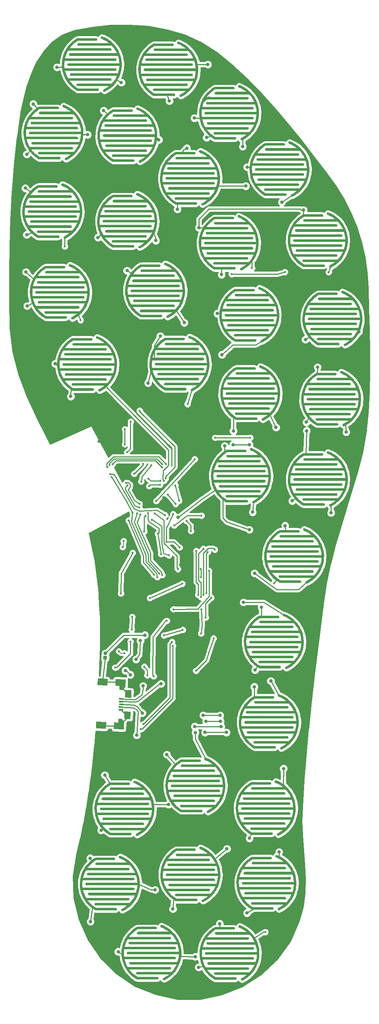
<source format=gtl>
G04 #@! TF.GenerationSoftware,KiCad,Pcbnew,(5.0.0)*
G04 #@! TF.CreationDate,2020-01-07T16:08:44+01:00*
G04 #@! TF.ProjectId,Insole_PCB,496E736F6C655F5043422E6B69636164,rev?*
G04 #@! TF.SameCoordinates,Original*
G04 #@! TF.FileFunction,Copper,L1,Top,Signal*
G04 #@! TF.FilePolarity,Positive*
%FSLAX46Y46*%
G04 Gerber Fmt 4.6, Leading zero omitted, Abs format (unit mm)*
G04 Created by KiCad (PCBNEW (5.0.0)) date 01/07/20 16:08:44*
%MOMM*%
%LPD*%
G01*
G04 APERTURE LIST*
G04 #@! TA.AperFunction,SMDPad,CuDef*
%ADD10C,0.500000*%
G04 #@! TD*
G04 #@! TA.AperFunction,Conductor*
%ADD11C,0.100000*%
G04 #@! TD*
G04 #@! TA.AperFunction,ComponentPad*
%ADD12C,0.850000*%
G04 #@! TD*
G04 #@! TA.AperFunction,Conductor*
%ADD13C,0.850000*%
G04 #@! TD*
G04 #@! TA.AperFunction,SMDPad,CuDef*
%ADD14C,1.600000*%
G04 #@! TD*
G04 #@! TA.AperFunction,SMDPad,CuDef*
%ADD15C,1.500000*%
G04 #@! TD*
G04 #@! TA.AperFunction,SMDPad,CuDef*
%ADD16C,0.400000*%
G04 #@! TD*
G04 #@! TA.AperFunction,ViaPad*
%ADD17C,0.800000*%
G04 #@! TD*
G04 #@! TA.AperFunction,ViaPad*
%ADD18C,0.500000*%
G04 #@! TD*
G04 #@! TA.AperFunction,ViaPad*
%ADD19C,0.600000*%
G04 #@! TD*
G04 #@! TA.AperFunction,Conductor*
%ADD20C,0.250000*%
G04 #@! TD*
G04 #@! TA.AperFunction,Conductor*
%ADD21C,0.160000*%
G04 #@! TD*
G04 #@! TA.AperFunction,Conductor*
%ADD22C,0.254000*%
G04 #@! TD*
G04 APERTURE END LIST*
D10*
G04 #@! TO.P,S9,1*
G04 #@! TO.N,/U2_Data*
X209879453Y-63890707D03*
D11*
G04 #@! TD*
G04 #@! TO.N,/U2_Data*
G04 #@! TO.C,S9*
G36*
X217583642Y-56390736D02*
X217612894Y-56392577D01*
X217641827Y-56397263D01*
X217670164Y-56404750D01*
X217697636Y-56414966D01*
X217723979Y-56427815D01*
X217748943Y-56443173D01*
X217772289Y-56460894D01*
X217793795Y-56480808D01*
X217813254Y-56502726D01*
X217830482Y-56526438D01*
X217845314Y-56551718D01*
X217857608Y-56578325D01*
X217867247Y-56606005D01*
X217874139Y-56634493D01*
X217878218Y-56663517D01*
X217879446Y-56692801D01*
X217877810Y-56722066D01*
X217873326Y-56751030D01*
X217866037Y-56779419D01*
X217856012Y-56806962D01*
X217843348Y-56833394D01*
X217828164Y-56858465D01*
X217810607Y-56881934D01*
X217790843Y-56903578D01*
X217769062Y-56923190D01*
X217745470Y-56940583D01*
X217720294Y-56955591D01*
X217693774Y-56968071D01*
X217666163Y-56977903D01*
X217637723Y-56984994D01*
X217608728Y-56989275D01*
X217579453Y-56990707D01*
X213263182Y-56990707D01*
X213005033Y-57146979D01*
X212478851Y-57524227D01*
X211994263Y-57949033D01*
X211553438Y-58419102D01*
X211267665Y-58790707D01*
X220979453Y-58790707D01*
X220983642Y-58790736D01*
X221012894Y-58792577D01*
X221041827Y-58797263D01*
X221070164Y-58804750D01*
X221097636Y-58814966D01*
X221123979Y-58827815D01*
X221148943Y-58843173D01*
X221172289Y-58860894D01*
X221193795Y-58880808D01*
X221213254Y-58902726D01*
X221230482Y-58926438D01*
X221245314Y-58951718D01*
X221257608Y-58978325D01*
X221267247Y-59006005D01*
X221274139Y-59034493D01*
X221278218Y-59063517D01*
X221279446Y-59092801D01*
X221277810Y-59122066D01*
X221273326Y-59151030D01*
X221266037Y-59179419D01*
X221256012Y-59206962D01*
X221243348Y-59233394D01*
X221228164Y-59258465D01*
X221210607Y-59281934D01*
X221190843Y-59303578D01*
X221169062Y-59323190D01*
X221145470Y-59340583D01*
X221120294Y-59355591D01*
X221093774Y-59368071D01*
X221066163Y-59377903D01*
X221037723Y-59384994D01*
X221008728Y-59389275D01*
X220979453Y-59390707D01*
X210873105Y-59390707D01*
X210819465Y-59476677D01*
X210533324Y-60054088D01*
X210304888Y-60656677D01*
X210160184Y-61190707D01*
X222179453Y-61190707D01*
X222183642Y-61190736D01*
X222212894Y-61192577D01*
X222241827Y-61197263D01*
X222270164Y-61204750D01*
X222297636Y-61214966D01*
X222323979Y-61227815D01*
X222348943Y-61243173D01*
X222372289Y-61260894D01*
X222393795Y-61280808D01*
X222413254Y-61302726D01*
X222430482Y-61326438D01*
X222445314Y-61351718D01*
X222457608Y-61378325D01*
X222467247Y-61406005D01*
X222474139Y-61434493D01*
X222478218Y-61463517D01*
X222479446Y-61492801D01*
X222477810Y-61522066D01*
X222473326Y-61551030D01*
X222466037Y-61579419D01*
X222456012Y-61606962D01*
X222443348Y-61633394D01*
X222428164Y-61658465D01*
X222410607Y-61681934D01*
X222390843Y-61703578D01*
X222369062Y-61723190D01*
X222345470Y-61740583D01*
X222320294Y-61755591D01*
X222293774Y-61768071D01*
X222266163Y-61777903D01*
X222237723Y-61784994D01*
X222208728Y-61789275D01*
X222179453Y-61790707D01*
X210050101Y-61790707D01*
X210029308Y-61914152D01*
X209984791Y-62557034D01*
X210003219Y-63201193D01*
X210052694Y-63590707D01*
X222179453Y-63590707D01*
X222183642Y-63590736D01*
X222212894Y-63592577D01*
X222241827Y-63597263D01*
X222270164Y-63604750D01*
X222297636Y-63614966D01*
X222323979Y-63627815D01*
X222348943Y-63643173D01*
X222372289Y-63660894D01*
X222393795Y-63680808D01*
X222413254Y-63702726D01*
X222430482Y-63726438D01*
X222445314Y-63751718D01*
X222457608Y-63778325D01*
X222467247Y-63806005D01*
X222474139Y-63834493D01*
X222478218Y-63863517D01*
X222479446Y-63892801D01*
X222477810Y-63922066D01*
X222473326Y-63951030D01*
X222466037Y-63979419D01*
X222456012Y-64006962D01*
X222443348Y-64033394D01*
X222428164Y-64058465D01*
X222410607Y-64081934D01*
X222390843Y-64103578D01*
X222369062Y-64123190D01*
X222345470Y-64140583D01*
X222320294Y-64155591D01*
X222293774Y-64168071D01*
X222266163Y-64177903D01*
X222237723Y-64184994D01*
X222208728Y-64189275D01*
X222179453Y-64190707D01*
X210164238Y-64190707D01*
X210227618Y-64468806D01*
X210431445Y-65080150D01*
X210693958Y-65668691D01*
X210877177Y-65990707D01*
X220979453Y-65990707D01*
X220983642Y-65990736D01*
X221012894Y-65992577D01*
X221041827Y-65997263D01*
X221070164Y-66004750D01*
X221097636Y-66014966D01*
X221123979Y-66027815D01*
X221148943Y-66043173D01*
X221172289Y-66060894D01*
X221193795Y-66080808D01*
X221213254Y-66102726D01*
X221230482Y-66126438D01*
X221245314Y-66151718D01*
X221257608Y-66178325D01*
X221267247Y-66206005D01*
X221274139Y-66234493D01*
X221278218Y-66263517D01*
X221279446Y-66292801D01*
X221277810Y-66322066D01*
X221273326Y-66351030D01*
X221266037Y-66379419D01*
X221256012Y-66406962D01*
X221243348Y-66433394D01*
X221228164Y-66458465D01*
X221210607Y-66481934D01*
X221190843Y-66503578D01*
X221169062Y-66523190D01*
X221145470Y-66540583D01*
X221120294Y-66555591D01*
X221093774Y-66568071D01*
X221066163Y-66577903D01*
X221037723Y-66584994D01*
X221008728Y-66589275D01*
X220979453Y-66590707D01*
X211268310Y-66590707D01*
X211384465Y-66755131D01*
X211805882Y-67242680D01*
X212272857Y-67686772D01*
X212780941Y-68083179D01*
X213266253Y-68390707D01*
X217979453Y-68390707D01*
X217983642Y-68390736D01*
X218012894Y-68392577D01*
X218041827Y-68397263D01*
X218070164Y-68404750D01*
X218097636Y-68414966D01*
X218123979Y-68427815D01*
X218148943Y-68443173D01*
X218172289Y-68460894D01*
X218193795Y-68480808D01*
X218213254Y-68502726D01*
X218230482Y-68526438D01*
X218245314Y-68551718D01*
X218257608Y-68578325D01*
X218267247Y-68606005D01*
X218274139Y-68634493D01*
X218278218Y-68663517D01*
X218279446Y-68692801D01*
X218277810Y-68722066D01*
X218273326Y-68751030D01*
X218266037Y-68779419D01*
X218256012Y-68806962D01*
X218243348Y-68833394D01*
X218228164Y-68858465D01*
X218210607Y-68881934D01*
X218190843Y-68903578D01*
X218169062Y-68923190D01*
X218145470Y-68940583D01*
X218120294Y-68955591D01*
X218093774Y-68968071D01*
X218066163Y-68977903D01*
X218037723Y-68984994D01*
X218008728Y-68989275D01*
X217979453Y-68990707D01*
X213179453Y-68990707D01*
X213175264Y-68990678D01*
X213146012Y-68988837D01*
X213117079Y-68984151D01*
X213088742Y-68976664D01*
X213061270Y-68966448D01*
X213046234Y-68959114D01*
X213042022Y-68957242D01*
X213039726Y-68955940D01*
X213034927Y-68953599D01*
X213026994Y-68948719D01*
X213016527Y-68942782D01*
X212447398Y-68582142D01*
X212443876Y-68579875D01*
X212433739Y-68572521D01*
X212423436Y-68565263D01*
X211892215Y-68150806D01*
X211888931Y-68148206D01*
X211879557Y-68139895D01*
X211870016Y-68131670D01*
X211381773Y-67667354D01*
X211378758Y-67664446D01*
X211370221Y-67655239D01*
X211361546Y-67646142D01*
X210920944Y-67136397D01*
X210918227Y-67133209D01*
X210910617Y-67123197D01*
X210902884Y-67113313D01*
X210514127Y-66563006D01*
X210511733Y-66559567D01*
X210505126Y-66548843D01*
X210498405Y-66538269D01*
X210165204Y-65952653D01*
X210163158Y-65948998D01*
X210157647Y-65937719D01*
X210151971Y-65926500D01*
X209877506Y-65311164D01*
X209875826Y-65307326D01*
X209871434Y-65295541D01*
X209866888Y-65283844D01*
X209653780Y-64644662D01*
X209652483Y-64640679D01*
X209649265Y-64628532D01*
X209645879Y-64616438D01*
X209496161Y-63959510D01*
X209495259Y-63955419D01*
X209493248Y-63943053D01*
X209491052Y-63930648D01*
X209406153Y-63262246D01*
X209405654Y-63258086D01*
X209404855Y-63245528D01*
X209403885Y-63233024D01*
X209384617Y-62559526D01*
X209384526Y-62555338D01*
X209384957Y-62542777D01*
X209385211Y-62530223D01*
X209431756Y-61858059D01*
X209432074Y-61853882D01*
X209433729Y-61841415D01*
X209435206Y-61828954D01*
X209547120Y-61164541D01*
X209547845Y-61160415D01*
X209550708Y-61148172D01*
X209553395Y-61135910D01*
X209729611Y-60485589D01*
X209730735Y-60481553D01*
X209734768Y-60469679D01*
X209738649Y-60457708D01*
X209977484Y-59827686D01*
X209978996Y-59823779D01*
X209984180Y-59812332D01*
X209989200Y-59800820D01*
X210288374Y-59197110D01*
X210290260Y-59193370D01*
X210296535Y-59182485D01*
X210302656Y-59171515D01*
X210659315Y-58599882D01*
X210661557Y-58596343D01*
X210668870Y-58586115D01*
X210676026Y-58575803D01*
X211086765Y-58041702D01*
X211089341Y-58038399D01*
X211097612Y-58028939D01*
X211105745Y-58019369D01*
X211566641Y-57527897D01*
X211569528Y-57524861D01*
X211578666Y-57516268D01*
X211587711Y-57507522D01*
X212094368Y-57063372D01*
X212097537Y-57060633D01*
X212107471Y-57052972D01*
X212117325Y-57045151D01*
X212664905Y-56652562D01*
X212668327Y-56650145D01*
X212676419Y-56645081D01*
X212684349Y-56639734D01*
X213024095Y-56434067D01*
X213027694Y-56431923D01*
X213033245Y-56429022D01*
X213038612Y-56425823D01*
X213046214Y-56422246D01*
X213053671Y-56418349D01*
X213059470Y-56416007D01*
X213065132Y-56413343D01*
X213073063Y-56410519D01*
X213080849Y-56407375D01*
X213086840Y-56405613D01*
X213092743Y-56403511D01*
X213100915Y-56401474D01*
X213108968Y-56399105D01*
X213115106Y-56397935D01*
X213121183Y-56396420D01*
X213129499Y-56395192D01*
X213137759Y-56393618D01*
X213143995Y-56393052D01*
X213150178Y-56392139D01*
X213158574Y-56391728D01*
X213166949Y-56390968D01*
X213173201Y-56391013D01*
X213179453Y-56390707D01*
X217579453Y-56390707D01*
X217583642Y-56390736D01*
X217583642Y-56390736D01*
G37*
D10*
G04 #@! TO.P,S9,2*
G04 #@! TO.N,/U2_A1*
X223379453Y-62690707D03*
D11*
G04 #@! TD*
G04 #@! TO.N,/U2_A1*
G04 #@! TO.C,S9*
G36*
X219034832Y-55944525D02*
X219063750Y-55949302D01*
X219092064Y-55956878D01*
X219119503Y-55967180D01*
X219737179Y-56234203D01*
X219741012Y-56235892D01*
X219752216Y-56241596D01*
X219763482Y-56247134D01*
X220352153Y-56573158D01*
X220355803Y-56575213D01*
X220366370Y-56581966D01*
X220377069Y-56588594D01*
X220931116Y-56970506D01*
X220934549Y-56972907D01*
X220944449Y-56980692D01*
X220954406Y-56988299D01*
X221468541Y-57422453D01*
X221471722Y-57425178D01*
X221480801Y-57433879D01*
X221489983Y-57442435D01*
X221959298Y-57924687D01*
X221962199Y-57927710D01*
X221970377Y-57937244D01*
X221978690Y-57946666D01*
X222398704Y-58472415D01*
X222401296Y-58475706D01*
X222408509Y-58486000D01*
X222415858Y-58496181D01*
X222782564Y-59060407D01*
X222784823Y-59063935D01*
X222790996Y-59074883D01*
X222797317Y-59085733D01*
X223107215Y-59683050D01*
X223109118Y-59686782D01*
X223114187Y-59698265D01*
X223119426Y-59709696D01*
X223369556Y-60334403D01*
X223371086Y-60338303D01*
X223375012Y-60350230D01*
X223379108Y-60362112D01*
X223567084Y-61008246D01*
X223568227Y-61012276D01*
X223570977Y-61024561D01*
X223573887Y-61036755D01*
X223697915Y-61698150D01*
X223698659Y-61702272D01*
X223700196Y-61714752D01*
X223701904Y-61727187D01*
X223760798Y-62397527D01*
X223761136Y-62401702D01*
X223761447Y-62414269D01*
X223761934Y-62426815D01*
X223755134Y-63099703D01*
X223755062Y-63103891D01*
X223754145Y-63116435D01*
X223753406Y-63128962D01*
X223680976Y-63797975D01*
X223680496Y-63802136D01*
X223678366Y-63814495D01*
X223676402Y-63826926D01*
X223539033Y-64485677D01*
X223538149Y-64489772D01*
X223534823Y-64501863D01*
X223531655Y-64514043D01*
X223330660Y-65156246D01*
X223329381Y-65160235D01*
X223324878Y-65171979D01*
X223320549Y-65183757D01*
X223057844Y-65803281D01*
X223056182Y-65807127D01*
X223050540Y-65818404D01*
X223045097Y-65829674D01*
X222723191Y-66420606D01*
X222721162Y-66424271D01*
X222714466Y-66434912D01*
X222707930Y-66445629D01*
X222329895Y-67002329D01*
X222327518Y-67005778D01*
X222319829Y-67015698D01*
X222312265Y-67025743D01*
X221881711Y-67542896D01*
X221879008Y-67546097D01*
X221870369Y-67555239D01*
X221861879Y-67564479D01*
X221382914Y-68037149D01*
X221379912Y-68040070D01*
X221370456Y-68048296D01*
X221361071Y-68056693D01*
X220838267Y-68480368D01*
X220834995Y-68482983D01*
X220824717Y-68490293D01*
X220814622Y-68497687D01*
X220252970Y-68868323D01*
X220249457Y-68870606D01*
X220239469Y-68876331D01*
X220229596Y-68882268D01*
X219721315Y-69155046D01*
X219717610Y-69157001D01*
X219690965Y-69169212D01*
X219663255Y-69178764D01*
X219634746Y-69185567D01*
X219605709Y-69189556D01*
X219576422Y-69190692D01*
X219547163Y-69188964D01*
X219518212Y-69184389D01*
X219489846Y-69177012D01*
X219462335Y-69166901D01*
X219435942Y-69154154D01*
X219410919Y-69138893D01*
X219387505Y-69121262D01*
X219365922Y-69101431D01*
X219346378Y-69079588D01*
X219329060Y-69055943D01*
X219314130Y-69030721D01*
X219301733Y-69004161D01*
X219291987Y-68976520D01*
X219284986Y-68948058D01*
X219280795Y-68919049D01*
X219279454Y-68889770D01*
X219280978Y-68860499D01*
X219285350Y-68831518D01*
X219292530Y-68803101D01*
X219302448Y-68775520D01*
X219315011Y-68749039D01*
X219330097Y-68723910D01*
X219347563Y-68700373D01*
X219367243Y-68678653D01*
X219388949Y-68658956D01*
X219412473Y-68641473D01*
X219437591Y-68626368D01*
X219933866Y-68360033D01*
X220471905Y-68004979D01*
X220736312Y-67790707D01*
X213179453Y-67790707D01*
X213175264Y-67790678D01*
X213146012Y-67788837D01*
X213117079Y-67784151D01*
X213088742Y-67776664D01*
X213061270Y-67766448D01*
X213034927Y-67753599D01*
X213009963Y-67738241D01*
X212986617Y-67720520D01*
X212965111Y-67700606D01*
X212945652Y-67678688D01*
X212928424Y-67654976D01*
X212913592Y-67629696D01*
X212901298Y-67603089D01*
X212891659Y-67575409D01*
X212884767Y-67546921D01*
X212880688Y-67517897D01*
X212879460Y-67488613D01*
X212881096Y-67459348D01*
X212885580Y-67430384D01*
X212892869Y-67401995D01*
X212902894Y-67374452D01*
X212915558Y-67348020D01*
X212930742Y-67322949D01*
X212948299Y-67299480D01*
X212968063Y-67277836D01*
X212989844Y-67258224D01*
X213013436Y-67240831D01*
X213038612Y-67225823D01*
X213065132Y-67213343D01*
X213092743Y-67203511D01*
X213121183Y-67196420D01*
X213150178Y-67192139D01*
X213179453Y-67190707D01*
X221379453Y-67190707D01*
X221383642Y-67190736D01*
X221386237Y-67190899D01*
X221429983Y-67147729D01*
X221841767Y-66653121D01*
X222203318Y-66120695D01*
X222511184Y-65555537D01*
X222581079Y-65390707D01*
X211579453Y-65390707D01*
X211575264Y-65390678D01*
X211546012Y-65388837D01*
X211517079Y-65384151D01*
X211488742Y-65376664D01*
X211461270Y-65366448D01*
X211434927Y-65353599D01*
X211409963Y-65338241D01*
X211386617Y-65320520D01*
X211365111Y-65300606D01*
X211345652Y-65278688D01*
X211328424Y-65254976D01*
X211313592Y-65229696D01*
X211301298Y-65203089D01*
X211291659Y-65175409D01*
X211284767Y-65146921D01*
X211280688Y-65117897D01*
X211279460Y-65088613D01*
X211281096Y-65059348D01*
X211285580Y-65030384D01*
X211292869Y-65001995D01*
X211302894Y-64974452D01*
X211315558Y-64948020D01*
X211330742Y-64922949D01*
X211348299Y-64899480D01*
X211368063Y-64877836D01*
X211389844Y-64858224D01*
X211413436Y-64840831D01*
X211438612Y-64825823D01*
X211465132Y-64813343D01*
X211492743Y-64803511D01*
X211521183Y-64796420D01*
X211550178Y-64792139D01*
X211579453Y-64790707D01*
X222816366Y-64790707D01*
X222954662Y-64348835D01*
X223086042Y-63718802D01*
X223155312Y-63078973D01*
X223156204Y-62990707D01*
X210979453Y-62990707D01*
X210975264Y-62990678D01*
X210946012Y-62988837D01*
X210917079Y-62984151D01*
X210888742Y-62976664D01*
X210861270Y-62966448D01*
X210834927Y-62953599D01*
X210809963Y-62938241D01*
X210786617Y-62920520D01*
X210765111Y-62900606D01*
X210745652Y-62878688D01*
X210728424Y-62854976D01*
X210713592Y-62829696D01*
X210701298Y-62803089D01*
X210691659Y-62775409D01*
X210684767Y-62746921D01*
X210680688Y-62717897D01*
X210679460Y-62688613D01*
X210681096Y-62659348D01*
X210685580Y-62630384D01*
X210692869Y-62601995D01*
X210702894Y-62574452D01*
X210715558Y-62548020D01*
X210730742Y-62522949D01*
X210748299Y-62499480D01*
X210768063Y-62477836D01*
X210789844Y-62458224D01*
X210813436Y-62440831D01*
X210838612Y-62425823D01*
X210865132Y-62413343D01*
X210892743Y-62403511D01*
X210921183Y-62396420D01*
X210950178Y-62392139D01*
X210979453Y-62390707D01*
X223157887Y-62390707D01*
X223105490Y-61794311D01*
X222986871Y-61161762D01*
X222820737Y-60590707D01*
X211379453Y-60590707D01*
X211375264Y-60590678D01*
X211346012Y-60588837D01*
X211317079Y-60584151D01*
X211288742Y-60576664D01*
X211261270Y-60566448D01*
X211234927Y-60553599D01*
X211209963Y-60538241D01*
X211186617Y-60520520D01*
X211165111Y-60500606D01*
X211145652Y-60478688D01*
X211128424Y-60454976D01*
X211113592Y-60429696D01*
X211101298Y-60403089D01*
X211091659Y-60375409D01*
X211084767Y-60346921D01*
X211080688Y-60317897D01*
X211079460Y-60288613D01*
X211081096Y-60259348D01*
X211085580Y-60230384D01*
X211092869Y-60201995D01*
X211102894Y-60174452D01*
X211115558Y-60148020D01*
X211130742Y-60122949D01*
X211148299Y-60099480D01*
X211168063Y-60077836D01*
X211189844Y-60058224D01*
X211213436Y-60040831D01*
X211238612Y-60025823D01*
X211265132Y-60013343D01*
X211292743Y-60003511D01*
X211321183Y-59996420D01*
X211350178Y-59992139D01*
X211379453Y-59990707D01*
X222585634Y-59990707D01*
X222567869Y-59946340D01*
X222271488Y-59375077D01*
X221920772Y-58835451D01*
X221519070Y-58332626D01*
X221380890Y-58190637D01*
X221379453Y-58190707D01*
X213379453Y-58190707D01*
X213375264Y-58190678D01*
X213346012Y-58188837D01*
X213317079Y-58184151D01*
X213288742Y-58176664D01*
X213261270Y-58166448D01*
X213234927Y-58153599D01*
X213209963Y-58138241D01*
X213186617Y-58120520D01*
X213165111Y-58100606D01*
X213145652Y-58078688D01*
X213128424Y-58054976D01*
X213113592Y-58029696D01*
X213101298Y-58003089D01*
X213091659Y-57975409D01*
X213084767Y-57946921D01*
X213080688Y-57917897D01*
X213079460Y-57888613D01*
X213081096Y-57859348D01*
X213085580Y-57830384D01*
X213092869Y-57801995D01*
X213102894Y-57774452D01*
X213115558Y-57748020D01*
X213130742Y-57722949D01*
X213148299Y-57699480D01*
X213168063Y-57677836D01*
X213189844Y-57658224D01*
X213213436Y-57640831D01*
X213238612Y-57625823D01*
X213265132Y-57613343D01*
X213292743Y-57603511D01*
X213321183Y-57596420D01*
X213350178Y-57592139D01*
X213379453Y-57590707D01*
X220737814Y-57590707D01*
X220578512Y-57456187D01*
X220048624Y-57090928D01*
X219485622Y-56779120D01*
X218881417Y-56517920D01*
X218877583Y-56516231D01*
X218851463Y-56502934D01*
X218826765Y-56487152D01*
X218803725Y-56469035D01*
X218782563Y-56448756D01*
X218763481Y-56426509D01*
X218746661Y-56402506D01*
X218732263Y-56376976D01*
X218720425Y-56350163D01*
X218711261Y-56322323D01*
X218704857Y-56293721D01*
X218701274Y-56264631D01*
X218700547Y-56235330D01*
X218702683Y-56206098D01*
X218707661Y-56177214D01*
X218715434Y-56148954D01*
X218725927Y-56121587D01*
X218739042Y-56095374D01*
X218754651Y-56070567D01*
X218772606Y-56047401D01*
X218792738Y-56026098D01*
X218814851Y-56006861D01*
X218838736Y-55989874D01*
X218864165Y-55975298D01*
X218890895Y-55963274D01*
X218918670Y-55953915D01*
X218947227Y-55947311D01*
X218976291Y-55943526D01*
X219005586Y-55942594D01*
X219034832Y-55944525D01*
X219034832Y-55944525D01*
G37*
D12*
G04 #@! TO.P,J2,2*
G04 #@! TO.N,+BATT*
X186929209Y-191863143D03*
D13*
G04 #@! TD*
G04 #@! TO.N,+BATT*
G04 #@! TO.C,J2*
X186929209Y-191863143D02*
X186929209Y-191863143D01*
D12*
G04 #@! TO.P,J2,1*
G04 #@! TO.N,-BATT*
X186859453Y-192860707D03*
D11*
G04 #@! TD*
G04 #@! TO.N,-BATT*
G04 #@! TO.C,J2*
G36*
X187313064Y-192466389D02*
X187253771Y-193314318D01*
X186405842Y-193255025D01*
X186465135Y-192407096D01*
X187313064Y-192466389D01*
X187313064Y-192466389D01*
G37*
D14*
G04 #@! TO.P,J1,6*
G04 #@! TO.N,-BATT*
X190549347Y-198824613D03*
D11*
G04 #@! TD*
G04 #@! TO.N,-BATT*
G04 #@! TO.C,J1*
G36*
X191087907Y-200594487D02*
X190288395Y-200566567D01*
X190321549Y-199617146D01*
X189322158Y-199582246D01*
X189377998Y-197983221D01*
X191776536Y-198066980D01*
X191712844Y-199890868D01*
X191087907Y-200594487D01*
X191087907Y-200594487D01*
G37*
D14*
G04 #@! TO.P,J1,6*
G04 #@! TO.N,-BATT*
X190186392Y-209218278D03*
D11*
G04 #@! TD*
G04 #@! TO.N,-BATT*
G04 #@! TO.C,J1*
G36*
X188959203Y-209975911D02*
X189015043Y-208376886D01*
X190014433Y-208411785D01*
X190047588Y-207462364D01*
X190847101Y-207490284D01*
X191421433Y-208235782D01*
X191357741Y-210059670D01*
X188959203Y-209975911D01*
X188959203Y-209975911D01*
G37*
D15*
G04 #@! TO.P,J1,6*
G04 #@! TO.N,-BATT*
X192227688Y-206637946D03*
D11*
G04 #@! TD*
G04 #@! TO.N,-BATT*
G04 #@! TO.C,J1*
G36*
X191509554Y-205712320D02*
X193008641Y-205764669D01*
X192945822Y-207563572D01*
X191446735Y-207511223D01*
X191509554Y-205712320D01*
X191509554Y-205712320D01*
G37*
D15*
G04 #@! TO.P,J1,6*
G04 #@! TO.N,-BATT*
X192405675Y-201541053D03*
D11*
G04 #@! TD*
G04 #@! TO.N,-BATT*
G04 #@! TO.C,J1*
G36*
X191687541Y-200615427D02*
X193186628Y-200667776D01*
X193123809Y-202466679D01*
X191624722Y-202414330D01*
X191687541Y-200615427D01*
X191687541Y-200615427D01*
G37*
D14*
G04 #@! TO.P,J1,6*
G04 #@! TO.N,-BATT*
X185890756Y-209018241D03*
D11*
G04 #@! TD*
G04 #@! TO.N,-BATT*
G04 #@! TO.C,J1*
G36*
X184719407Y-208176849D02*
X187117945Y-208260608D01*
X187062105Y-209859633D01*
X184663567Y-209775874D01*
X184719407Y-208176849D01*
X184719407Y-208176849D01*
G37*
D14*
G04 #@! TO.P,J1,6*
G04 #@! TO.N,-BATT*
X186250221Y-198724515D03*
D11*
G04 #@! TD*
G04 #@! TO.N,-BATT*
G04 #@! TO.C,J1*
G36*
X185078872Y-197883123D02*
X187477410Y-197966882D01*
X187421570Y-199565907D01*
X185023032Y-199482148D01*
X185078872Y-197883123D01*
X185078872Y-197883123D01*
G37*
D16*
G04 #@! TO.P,J1,5*
G04 #@! TO.N,-BATT*
X190647302Y-205331996D03*
D11*
G04 #@! TD*
G04 #@! TO.N,-BATT*
G04 #@! TO.C,J1*
G36*
X190129602Y-205113796D02*
X191178962Y-205150440D01*
X191165002Y-205550196D01*
X190115642Y-205513552D01*
X190129602Y-205113796D01*
X190129602Y-205113796D01*
G37*
D16*
G04 #@! TO.P,J1,4*
G04 #@! TO.N,/P0.7_USB*
X190669986Y-204682392D03*
D11*
G04 #@! TD*
G04 #@! TO.N,/P0.7_USB*
G04 #@! TO.C,J1*
G36*
X190152286Y-204464192D02*
X191201646Y-204500836D01*
X191187686Y-204900592D01*
X190138326Y-204863948D01*
X190152286Y-204464192D01*
X190152286Y-204464192D01*
G37*
D16*
G04 #@! TO.P,J1,3*
G04 #@! TO.N,/P0.6_USB*
X190692671Y-204032788D03*
D11*
G04 #@! TD*
G04 #@! TO.N,/P0.6_USB*
G04 #@! TO.C,J1*
G36*
X190174971Y-203814588D02*
X191224331Y-203851232D01*
X191210371Y-204250988D01*
X190161011Y-204214344D01*
X190174971Y-203814588D01*
X190174971Y-203814588D01*
G37*
D16*
G04 #@! TO.P,J1,2*
G04 #@! TO.N,/XRES_USB*
X190715356Y-203383184D03*
D11*
G04 #@! TD*
G04 #@! TO.N,/XRES_USB*
G04 #@! TO.C,J1*
G36*
X190197656Y-203164984D02*
X191247016Y-203201628D01*
X191233056Y-203601384D01*
X190183696Y-203564740D01*
X190197656Y-203164984D01*
X190197656Y-203164984D01*
G37*
D16*
G04 #@! TO.P,J1,1*
G04 #@! TO.N,+5V*
X190738041Y-202733580D03*
D11*
G04 #@! TD*
G04 #@! TO.N,+5V*
G04 #@! TO.C,J1*
G36*
X190220341Y-202515380D02*
X191269701Y-202552024D01*
X191255741Y-202951780D01*
X190206381Y-202915136D01*
X190220341Y-202515380D01*
X190220341Y-202515380D01*
G37*
D10*
G04 #@! TO.P,S0,1*
G04 #@! TO.N,/U1_Data*
X175829453Y-123950707D03*
D11*
G04 #@! TD*
G04 #@! TO.N,/U1_Data*
G04 #@! TO.C,S0*
G36*
X183533642Y-116450736D02*
X183562894Y-116452577D01*
X183591827Y-116457263D01*
X183620164Y-116464750D01*
X183647636Y-116474966D01*
X183673979Y-116487815D01*
X183698943Y-116503173D01*
X183722289Y-116520894D01*
X183743795Y-116540808D01*
X183763254Y-116562726D01*
X183780482Y-116586438D01*
X183795314Y-116611718D01*
X183807608Y-116638325D01*
X183817247Y-116666005D01*
X183824139Y-116694493D01*
X183828218Y-116723517D01*
X183829446Y-116752801D01*
X183827810Y-116782066D01*
X183823326Y-116811030D01*
X183816037Y-116839419D01*
X183806012Y-116866962D01*
X183793348Y-116893394D01*
X183778164Y-116918465D01*
X183760607Y-116941934D01*
X183740843Y-116963578D01*
X183719062Y-116983190D01*
X183695470Y-117000583D01*
X183670294Y-117015591D01*
X183643774Y-117028071D01*
X183616163Y-117037903D01*
X183587723Y-117044994D01*
X183558728Y-117049275D01*
X183529453Y-117050707D01*
X179213182Y-117050707D01*
X178955033Y-117206979D01*
X178428851Y-117584227D01*
X177944263Y-118009033D01*
X177503438Y-118479102D01*
X177217665Y-118850707D01*
X186929453Y-118850707D01*
X186933642Y-118850736D01*
X186962894Y-118852577D01*
X186991827Y-118857263D01*
X187020164Y-118864750D01*
X187047636Y-118874966D01*
X187073979Y-118887815D01*
X187098943Y-118903173D01*
X187122289Y-118920894D01*
X187143795Y-118940808D01*
X187163254Y-118962726D01*
X187180482Y-118986438D01*
X187195314Y-119011718D01*
X187207608Y-119038325D01*
X187217247Y-119066005D01*
X187224139Y-119094493D01*
X187228218Y-119123517D01*
X187229446Y-119152801D01*
X187227810Y-119182066D01*
X187223326Y-119211030D01*
X187216037Y-119239419D01*
X187206012Y-119266962D01*
X187193348Y-119293394D01*
X187178164Y-119318465D01*
X187160607Y-119341934D01*
X187140843Y-119363578D01*
X187119062Y-119383190D01*
X187095470Y-119400583D01*
X187070294Y-119415591D01*
X187043774Y-119428071D01*
X187016163Y-119437903D01*
X186987723Y-119444994D01*
X186958728Y-119449275D01*
X186929453Y-119450707D01*
X176823105Y-119450707D01*
X176769465Y-119536677D01*
X176483324Y-120114088D01*
X176254888Y-120716677D01*
X176110184Y-121250707D01*
X188129453Y-121250707D01*
X188133642Y-121250736D01*
X188162894Y-121252577D01*
X188191827Y-121257263D01*
X188220164Y-121264750D01*
X188247636Y-121274966D01*
X188273979Y-121287815D01*
X188298943Y-121303173D01*
X188322289Y-121320894D01*
X188343795Y-121340808D01*
X188363254Y-121362726D01*
X188380482Y-121386438D01*
X188395314Y-121411718D01*
X188407608Y-121438325D01*
X188417247Y-121466005D01*
X188424139Y-121494493D01*
X188428218Y-121523517D01*
X188429446Y-121552801D01*
X188427810Y-121582066D01*
X188423326Y-121611030D01*
X188416037Y-121639419D01*
X188406012Y-121666962D01*
X188393348Y-121693394D01*
X188378164Y-121718465D01*
X188360607Y-121741934D01*
X188340843Y-121763578D01*
X188319062Y-121783190D01*
X188295470Y-121800583D01*
X188270294Y-121815591D01*
X188243774Y-121828071D01*
X188216163Y-121837903D01*
X188187723Y-121844994D01*
X188158728Y-121849275D01*
X188129453Y-121850707D01*
X176000101Y-121850707D01*
X175979308Y-121974152D01*
X175934791Y-122617034D01*
X175953219Y-123261193D01*
X176002694Y-123650707D01*
X188129453Y-123650707D01*
X188133642Y-123650736D01*
X188162894Y-123652577D01*
X188191827Y-123657263D01*
X188220164Y-123664750D01*
X188247636Y-123674966D01*
X188273979Y-123687815D01*
X188298943Y-123703173D01*
X188322289Y-123720894D01*
X188343795Y-123740808D01*
X188363254Y-123762726D01*
X188380482Y-123786438D01*
X188395314Y-123811718D01*
X188407608Y-123838325D01*
X188417247Y-123866005D01*
X188424139Y-123894493D01*
X188428218Y-123923517D01*
X188429446Y-123952801D01*
X188427810Y-123982066D01*
X188423326Y-124011030D01*
X188416037Y-124039419D01*
X188406012Y-124066962D01*
X188393348Y-124093394D01*
X188378164Y-124118465D01*
X188360607Y-124141934D01*
X188340843Y-124163578D01*
X188319062Y-124183190D01*
X188295470Y-124200583D01*
X188270294Y-124215591D01*
X188243774Y-124228071D01*
X188216163Y-124237903D01*
X188187723Y-124244994D01*
X188158728Y-124249275D01*
X188129453Y-124250707D01*
X176114238Y-124250707D01*
X176177618Y-124528806D01*
X176381445Y-125140150D01*
X176643958Y-125728691D01*
X176827177Y-126050707D01*
X186929453Y-126050707D01*
X186933642Y-126050736D01*
X186962894Y-126052577D01*
X186991827Y-126057263D01*
X187020164Y-126064750D01*
X187047636Y-126074966D01*
X187073979Y-126087815D01*
X187098943Y-126103173D01*
X187122289Y-126120894D01*
X187143795Y-126140808D01*
X187163254Y-126162726D01*
X187180482Y-126186438D01*
X187195314Y-126211718D01*
X187207608Y-126238325D01*
X187217247Y-126266005D01*
X187224139Y-126294493D01*
X187228218Y-126323517D01*
X187229446Y-126352801D01*
X187227810Y-126382066D01*
X187223326Y-126411030D01*
X187216037Y-126439419D01*
X187206012Y-126466962D01*
X187193348Y-126493394D01*
X187178164Y-126518465D01*
X187160607Y-126541934D01*
X187140843Y-126563578D01*
X187119062Y-126583190D01*
X187095470Y-126600583D01*
X187070294Y-126615591D01*
X187043774Y-126628071D01*
X187016163Y-126637903D01*
X186987723Y-126644994D01*
X186958728Y-126649275D01*
X186929453Y-126650707D01*
X177218310Y-126650707D01*
X177334465Y-126815131D01*
X177755882Y-127302680D01*
X178222857Y-127746772D01*
X178730941Y-128143179D01*
X179216253Y-128450707D01*
X183929453Y-128450707D01*
X183933642Y-128450736D01*
X183962894Y-128452577D01*
X183991827Y-128457263D01*
X184020164Y-128464750D01*
X184047636Y-128474966D01*
X184073979Y-128487815D01*
X184098943Y-128503173D01*
X184122289Y-128520894D01*
X184143795Y-128540808D01*
X184163254Y-128562726D01*
X184180482Y-128586438D01*
X184195314Y-128611718D01*
X184207608Y-128638325D01*
X184217247Y-128666005D01*
X184224139Y-128694493D01*
X184228218Y-128723517D01*
X184229446Y-128752801D01*
X184227810Y-128782066D01*
X184223326Y-128811030D01*
X184216037Y-128839419D01*
X184206012Y-128866962D01*
X184193348Y-128893394D01*
X184178164Y-128918465D01*
X184160607Y-128941934D01*
X184140843Y-128963578D01*
X184119062Y-128983190D01*
X184095470Y-129000583D01*
X184070294Y-129015591D01*
X184043774Y-129028071D01*
X184016163Y-129037903D01*
X183987723Y-129044994D01*
X183958728Y-129049275D01*
X183929453Y-129050707D01*
X179129453Y-129050707D01*
X179125264Y-129050678D01*
X179096012Y-129048837D01*
X179067079Y-129044151D01*
X179038742Y-129036664D01*
X179011270Y-129026448D01*
X178996234Y-129019114D01*
X178992022Y-129017242D01*
X178989726Y-129015940D01*
X178984927Y-129013599D01*
X178976994Y-129008719D01*
X178966527Y-129002782D01*
X178397398Y-128642142D01*
X178393876Y-128639875D01*
X178383739Y-128632521D01*
X178373436Y-128625263D01*
X177842215Y-128210806D01*
X177838931Y-128208206D01*
X177829557Y-128199895D01*
X177820016Y-128191670D01*
X177331773Y-127727354D01*
X177328758Y-127724446D01*
X177320221Y-127715239D01*
X177311546Y-127706142D01*
X176870944Y-127196397D01*
X176868227Y-127193209D01*
X176860617Y-127183197D01*
X176852884Y-127173313D01*
X176464127Y-126623006D01*
X176461733Y-126619567D01*
X176455126Y-126608843D01*
X176448405Y-126598269D01*
X176115204Y-126012653D01*
X176113158Y-126008998D01*
X176107647Y-125997719D01*
X176101971Y-125986500D01*
X175827506Y-125371164D01*
X175825826Y-125367326D01*
X175821434Y-125355541D01*
X175816888Y-125343844D01*
X175603780Y-124704662D01*
X175602483Y-124700679D01*
X175599265Y-124688532D01*
X175595879Y-124676438D01*
X175446161Y-124019510D01*
X175445259Y-124015419D01*
X175443248Y-124003053D01*
X175441052Y-123990648D01*
X175356153Y-123322246D01*
X175355654Y-123318086D01*
X175354855Y-123305528D01*
X175353885Y-123293024D01*
X175334617Y-122619526D01*
X175334526Y-122615338D01*
X175334957Y-122602777D01*
X175335211Y-122590223D01*
X175381756Y-121918059D01*
X175382074Y-121913882D01*
X175383729Y-121901415D01*
X175385206Y-121888954D01*
X175497120Y-121224541D01*
X175497845Y-121220415D01*
X175500708Y-121208172D01*
X175503395Y-121195910D01*
X175679611Y-120545589D01*
X175680735Y-120541553D01*
X175684768Y-120529679D01*
X175688649Y-120517708D01*
X175927484Y-119887686D01*
X175928996Y-119883779D01*
X175934180Y-119872332D01*
X175939200Y-119860820D01*
X176238374Y-119257110D01*
X176240260Y-119253370D01*
X176246535Y-119242485D01*
X176252656Y-119231515D01*
X176609315Y-118659882D01*
X176611557Y-118656343D01*
X176618870Y-118646115D01*
X176626026Y-118635803D01*
X177036765Y-118101702D01*
X177039341Y-118098399D01*
X177047612Y-118088939D01*
X177055745Y-118079369D01*
X177516641Y-117587897D01*
X177519528Y-117584861D01*
X177528666Y-117576268D01*
X177537711Y-117567522D01*
X178044368Y-117123372D01*
X178047537Y-117120633D01*
X178057471Y-117112972D01*
X178067325Y-117105151D01*
X178614905Y-116712562D01*
X178618327Y-116710145D01*
X178626419Y-116705081D01*
X178634349Y-116699734D01*
X178974095Y-116494067D01*
X178977694Y-116491923D01*
X178983245Y-116489022D01*
X178988612Y-116485823D01*
X178996214Y-116482246D01*
X179003671Y-116478349D01*
X179009470Y-116476007D01*
X179015132Y-116473343D01*
X179023063Y-116470519D01*
X179030849Y-116467375D01*
X179036840Y-116465613D01*
X179042743Y-116463511D01*
X179050915Y-116461474D01*
X179058968Y-116459105D01*
X179065106Y-116457935D01*
X179071183Y-116456420D01*
X179079499Y-116455192D01*
X179087759Y-116453618D01*
X179093995Y-116453052D01*
X179100178Y-116452139D01*
X179108574Y-116451728D01*
X179116949Y-116450968D01*
X179123201Y-116451013D01*
X179129453Y-116450707D01*
X183529453Y-116450707D01*
X183533642Y-116450736D01*
X183533642Y-116450736D01*
G37*
D10*
G04 #@! TO.P,S0,2*
G04 #@! TO.N,/U1_A0*
X189329453Y-122750707D03*
D11*
G04 #@! TD*
G04 #@! TO.N,/U1_A0*
G04 #@! TO.C,S0*
G36*
X184984832Y-116004525D02*
X185013750Y-116009302D01*
X185042064Y-116016878D01*
X185069503Y-116027180D01*
X185687179Y-116294203D01*
X185691012Y-116295892D01*
X185702216Y-116301596D01*
X185713482Y-116307134D01*
X186302153Y-116633158D01*
X186305803Y-116635213D01*
X186316370Y-116641966D01*
X186327069Y-116648594D01*
X186881116Y-117030506D01*
X186884549Y-117032907D01*
X186894449Y-117040692D01*
X186904406Y-117048299D01*
X187418541Y-117482453D01*
X187421722Y-117485178D01*
X187430801Y-117493879D01*
X187439983Y-117502435D01*
X187909298Y-117984687D01*
X187912199Y-117987710D01*
X187920377Y-117997244D01*
X187928690Y-118006666D01*
X188348704Y-118532415D01*
X188351296Y-118535706D01*
X188358509Y-118546000D01*
X188365858Y-118556181D01*
X188732564Y-119120407D01*
X188734823Y-119123935D01*
X188740996Y-119134883D01*
X188747317Y-119145733D01*
X189057215Y-119743050D01*
X189059118Y-119746782D01*
X189064187Y-119758265D01*
X189069426Y-119769696D01*
X189319556Y-120394403D01*
X189321086Y-120398303D01*
X189325012Y-120410230D01*
X189329108Y-120422112D01*
X189517084Y-121068246D01*
X189518227Y-121072276D01*
X189520977Y-121084561D01*
X189523887Y-121096755D01*
X189647915Y-121758150D01*
X189648659Y-121762272D01*
X189650196Y-121774752D01*
X189651904Y-121787187D01*
X189710798Y-122457527D01*
X189711136Y-122461702D01*
X189711447Y-122474269D01*
X189711934Y-122486815D01*
X189705134Y-123159703D01*
X189705062Y-123163891D01*
X189704145Y-123176435D01*
X189703406Y-123188962D01*
X189630976Y-123857975D01*
X189630496Y-123862136D01*
X189628366Y-123874495D01*
X189626402Y-123886926D01*
X189489033Y-124545677D01*
X189488149Y-124549772D01*
X189484823Y-124561863D01*
X189481655Y-124574043D01*
X189280660Y-125216246D01*
X189279381Y-125220235D01*
X189274878Y-125231979D01*
X189270549Y-125243757D01*
X189007844Y-125863281D01*
X189006182Y-125867127D01*
X189000540Y-125878404D01*
X188995097Y-125889674D01*
X188673191Y-126480606D01*
X188671162Y-126484271D01*
X188664466Y-126494912D01*
X188657930Y-126505629D01*
X188279895Y-127062329D01*
X188277518Y-127065778D01*
X188269829Y-127075698D01*
X188262265Y-127085743D01*
X187831711Y-127602896D01*
X187829008Y-127606097D01*
X187820369Y-127615239D01*
X187811879Y-127624479D01*
X187332914Y-128097149D01*
X187329912Y-128100070D01*
X187320456Y-128108296D01*
X187311071Y-128116693D01*
X186788267Y-128540368D01*
X186784995Y-128542983D01*
X186774717Y-128550293D01*
X186764622Y-128557687D01*
X186202970Y-128928323D01*
X186199457Y-128930606D01*
X186189469Y-128936331D01*
X186179596Y-128942268D01*
X185671315Y-129215046D01*
X185667610Y-129217001D01*
X185640965Y-129229212D01*
X185613255Y-129238764D01*
X185584746Y-129245567D01*
X185555709Y-129249556D01*
X185526422Y-129250692D01*
X185497163Y-129248964D01*
X185468212Y-129244389D01*
X185439846Y-129237012D01*
X185412335Y-129226901D01*
X185385942Y-129214154D01*
X185360919Y-129198893D01*
X185337505Y-129181262D01*
X185315922Y-129161431D01*
X185296378Y-129139588D01*
X185279060Y-129115943D01*
X185264130Y-129090721D01*
X185251733Y-129064161D01*
X185241987Y-129036520D01*
X185234986Y-129008058D01*
X185230795Y-128979049D01*
X185229454Y-128949770D01*
X185230978Y-128920499D01*
X185235350Y-128891518D01*
X185242530Y-128863101D01*
X185252448Y-128835520D01*
X185265011Y-128809039D01*
X185280097Y-128783910D01*
X185297563Y-128760373D01*
X185317243Y-128738653D01*
X185338949Y-128718956D01*
X185362473Y-128701473D01*
X185387591Y-128686368D01*
X185883866Y-128420033D01*
X186421905Y-128064979D01*
X186686312Y-127850707D01*
X179129453Y-127850707D01*
X179125264Y-127850678D01*
X179096012Y-127848837D01*
X179067079Y-127844151D01*
X179038742Y-127836664D01*
X179011270Y-127826448D01*
X178984927Y-127813599D01*
X178959963Y-127798241D01*
X178936617Y-127780520D01*
X178915111Y-127760606D01*
X178895652Y-127738688D01*
X178878424Y-127714976D01*
X178863592Y-127689696D01*
X178851298Y-127663089D01*
X178841659Y-127635409D01*
X178834767Y-127606921D01*
X178830688Y-127577897D01*
X178829460Y-127548613D01*
X178831096Y-127519348D01*
X178835580Y-127490384D01*
X178842869Y-127461995D01*
X178852894Y-127434452D01*
X178865558Y-127408020D01*
X178880742Y-127382949D01*
X178898299Y-127359480D01*
X178918063Y-127337836D01*
X178939844Y-127318224D01*
X178963436Y-127300831D01*
X178988612Y-127285823D01*
X179015132Y-127273343D01*
X179042743Y-127263511D01*
X179071183Y-127256420D01*
X179100178Y-127252139D01*
X179129453Y-127250707D01*
X187329453Y-127250707D01*
X187333642Y-127250736D01*
X187336237Y-127250899D01*
X187379983Y-127207729D01*
X187791767Y-126713121D01*
X188153318Y-126180695D01*
X188461184Y-125615537D01*
X188531079Y-125450707D01*
X177529453Y-125450707D01*
X177525264Y-125450678D01*
X177496012Y-125448837D01*
X177467079Y-125444151D01*
X177438742Y-125436664D01*
X177411270Y-125426448D01*
X177384927Y-125413599D01*
X177359963Y-125398241D01*
X177336617Y-125380520D01*
X177315111Y-125360606D01*
X177295652Y-125338688D01*
X177278424Y-125314976D01*
X177263592Y-125289696D01*
X177251298Y-125263089D01*
X177241659Y-125235409D01*
X177234767Y-125206921D01*
X177230688Y-125177897D01*
X177229460Y-125148613D01*
X177231096Y-125119348D01*
X177235580Y-125090384D01*
X177242869Y-125061995D01*
X177252894Y-125034452D01*
X177265558Y-125008020D01*
X177280742Y-124982949D01*
X177298299Y-124959480D01*
X177318063Y-124937836D01*
X177339844Y-124918224D01*
X177363436Y-124900831D01*
X177388612Y-124885823D01*
X177415132Y-124873343D01*
X177442743Y-124863511D01*
X177471183Y-124856420D01*
X177500178Y-124852139D01*
X177529453Y-124850707D01*
X188766366Y-124850707D01*
X188904662Y-124408835D01*
X189036042Y-123778802D01*
X189105312Y-123138973D01*
X189106204Y-123050707D01*
X176929453Y-123050707D01*
X176925264Y-123050678D01*
X176896012Y-123048837D01*
X176867079Y-123044151D01*
X176838742Y-123036664D01*
X176811270Y-123026448D01*
X176784927Y-123013599D01*
X176759963Y-122998241D01*
X176736617Y-122980520D01*
X176715111Y-122960606D01*
X176695652Y-122938688D01*
X176678424Y-122914976D01*
X176663592Y-122889696D01*
X176651298Y-122863089D01*
X176641659Y-122835409D01*
X176634767Y-122806921D01*
X176630688Y-122777897D01*
X176629460Y-122748613D01*
X176631096Y-122719348D01*
X176635580Y-122690384D01*
X176642869Y-122661995D01*
X176652894Y-122634452D01*
X176665558Y-122608020D01*
X176680742Y-122582949D01*
X176698299Y-122559480D01*
X176718063Y-122537836D01*
X176739844Y-122518224D01*
X176763436Y-122500831D01*
X176788612Y-122485823D01*
X176815132Y-122473343D01*
X176842743Y-122463511D01*
X176871183Y-122456420D01*
X176900178Y-122452139D01*
X176929453Y-122450707D01*
X189107887Y-122450707D01*
X189055490Y-121854311D01*
X188936871Y-121221762D01*
X188770737Y-120650707D01*
X177329453Y-120650707D01*
X177325264Y-120650678D01*
X177296012Y-120648837D01*
X177267079Y-120644151D01*
X177238742Y-120636664D01*
X177211270Y-120626448D01*
X177184927Y-120613599D01*
X177159963Y-120598241D01*
X177136617Y-120580520D01*
X177115111Y-120560606D01*
X177095652Y-120538688D01*
X177078424Y-120514976D01*
X177063592Y-120489696D01*
X177051298Y-120463089D01*
X177041659Y-120435409D01*
X177034767Y-120406921D01*
X177030688Y-120377897D01*
X177029460Y-120348613D01*
X177031096Y-120319348D01*
X177035580Y-120290384D01*
X177042869Y-120261995D01*
X177052894Y-120234452D01*
X177065558Y-120208020D01*
X177080742Y-120182949D01*
X177098299Y-120159480D01*
X177118063Y-120137836D01*
X177139844Y-120118224D01*
X177163436Y-120100831D01*
X177188612Y-120085823D01*
X177215132Y-120073343D01*
X177242743Y-120063511D01*
X177271183Y-120056420D01*
X177300178Y-120052139D01*
X177329453Y-120050707D01*
X188535634Y-120050707D01*
X188517869Y-120006340D01*
X188221488Y-119435077D01*
X187870772Y-118895451D01*
X187469070Y-118392626D01*
X187330890Y-118250637D01*
X187329453Y-118250707D01*
X179329453Y-118250707D01*
X179325264Y-118250678D01*
X179296012Y-118248837D01*
X179267079Y-118244151D01*
X179238742Y-118236664D01*
X179211270Y-118226448D01*
X179184927Y-118213599D01*
X179159963Y-118198241D01*
X179136617Y-118180520D01*
X179115111Y-118160606D01*
X179095652Y-118138688D01*
X179078424Y-118114976D01*
X179063592Y-118089696D01*
X179051298Y-118063089D01*
X179041659Y-118035409D01*
X179034767Y-118006921D01*
X179030688Y-117977897D01*
X179029460Y-117948613D01*
X179031096Y-117919348D01*
X179035580Y-117890384D01*
X179042869Y-117861995D01*
X179052894Y-117834452D01*
X179065558Y-117808020D01*
X179080742Y-117782949D01*
X179098299Y-117759480D01*
X179118063Y-117737836D01*
X179139844Y-117718224D01*
X179163436Y-117700831D01*
X179188612Y-117685823D01*
X179215132Y-117673343D01*
X179242743Y-117663511D01*
X179271183Y-117656420D01*
X179300178Y-117652139D01*
X179329453Y-117650707D01*
X186687814Y-117650707D01*
X186528512Y-117516187D01*
X185998624Y-117150928D01*
X185435622Y-116839120D01*
X184831417Y-116577920D01*
X184827583Y-116576231D01*
X184801463Y-116562934D01*
X184776765Y-116547152D01*
X184753725Y-116529035D01*
X184732563Y-116508756D01*
X184713481Y-116486509D01*
X184696661Y-116462506D01*
X184682263Y-116436976D01*
X184670425Y-116410163D01*
X184661261Y-116382323D01*
X184654857Y-116353721D01*
X184651274Y-116324631D01*
X184650547Y-116295330D01*
X184652683Y-116266098D01*
X184657661Y-116237214D01*
X184665434Y-116208954D01*
X184675927Y-116181587D01*
X184689042Y-116155374D01*
X184704651Y-116130567D01*
X184722606Y-116107401D01*
X184742738Y-116086098D01*
X184764851Y-116066861D01*
X184788736Y-116049874D01*
X184814165Y-116035298D01*
X184840895Y-116023274D01*
X184868670Y-116013915D01*
X184897227Y-116007311D01*
X184926291Y-116003526D01*
X184955586Y-116002594D01*
X184984832Y-116004525D01*
X184984832Y-116004525D01*
G37*
D10*
G04 #@! TO.P,S1,1*
G04 #@! TO.N,/U1_Data*
X169309453Y-106710707D03*
D11*
G04 #@! TD*
G04 #@! TO.N,/U1_Data*
G04 #@! TO.C,S1*
G36*
X177013642Y-99210736D02*
X177042894Y-99212577D01*
X177071827Y-99217263D01*
X177100164Y-99224750D01*
X177127636Y-99234966D01*
X177153979Y-99247815D01*
X177178943Y-99263173D01*
X177202289Y-99280894D01*
X177223795Y-99300808D01*
X177243254Y-99322726D01*
X177260482Y-99346438D01*
X177275314Y-99371718D01*
X177287608Y-99398325D01*
X177297247Y-99426005D01*
X177304139Y-99454493D01*
X177308218Y-99483517D01*
X177309446Y-99512801D01*
X177307810Y-99542066D01*
X177303326Y-99571030D01*
X177296037Y-99599419D01*
X177286012Y-99626962D01*
X177273348Y-99653394D01*
X177258164Y-99678465D01*
X177240607Y-99701934D01*
X177220843Y-99723578D01*
X177199062Y-99743190D01*
X177175470Y-99760583D01*
X177150294Y-99775591D01*
X177123774Y-99788071D01*
X177096163Y-99797903D01*
X177067723Y-99804994D01*
X177038728Y-99809275D01*
X177009453Y-99810707D01*
X172693182Y-99810707D01*
X172435033Y-99966979D01*
X171908851Y-100344227D01*
X171424263Y-100769033D01*
X170983438Y-101239102D01*
X170697665Y-101610707D01*
X180409453Y-101610707D01*
X180413642Y-101610736D01*
X180442894Y-101612577D01*
X180471827Y-101617263D01*
X180500164Y-101624750D01*
X180527636Y-101634966D01*
X180553979Y-101647815D01*
X180578943Y-101663173D01*
X180602289Y-101680894D01*
X180623795Y-101700808D01*
X180643254Y-101722726D01*
X180660482Y-101746438D01*
X180675314Y-101771718D01*
X180687608Y-101798325D01*
X180697247Y-101826005D01*
X180704139Y-101854493D01*
X180708218Y-101883517D01*
X180709446Y-101912801D01*
X180707810Y-101942066D01*
X180703326Y-101971030D01*
X180696037Y-101999419D01*
X180686012Y-102026962D01*
X180673348Y-102053394D01*
X180658164Y-102078465D01*
X180640607Y-102101934D01*
X180620843Y-102123578D01*
X180599062Y-102143190D01*
X180575470Y-102160583D01*
X180550294Y-102175591D01*
X180523774Y-102188071D01*
X180496163Y-102197903D01*
X180467723Y-102204994D01*
X180438728Y-102209275D01*
X180409453Y-102210707D01*
X170303105Y-102210707D01*
X170249465Y-102296677D01*
X169963324Y-102874088D01*
X169734888Y-103476677D01*
X169590184Y-104010707D01*
X181609453Y-104010707D01*
X181613642Y-104010736D01*
X181642894Y-104012577D01*
X181671827Y-104017263D01*
X181700164Y-104024750D01*
X181727636Y-104034966D01*
X181753979Y-104047815D01*
X181778943Y-104063173D01*
X181802289Y-104080894D01*
X181823795Y-104100808D01*
X181843254Y-104122726D01*
X181860482Y-104146438D01*
X181875314Y-104171718D01*
X181887608Y-104198325D01*
X181897247Y-104226005D01*
X181904139Y-104254493D01*
X181908218Y-104283517D01*
X181909446Y-104312801D01*
X181907810Y-104342066D01*
X181903326Y-104371030D01*
X181896037Y-104399419D01*
X181886012Y-104426962D01*
X181873348Y-104453394D01*
X181858164Y-104478465D01*
X181840607Y-104501934D01*
X181820843Y-104523578D01*
X181799062Y-104543190D01*
X181775470Y-104560583D01*
X181750294Y-104575591D01*
X181723774Y-104588071D01*
X181696163Y-104597903D01*
X181667723Y-104604994D01*
X181638728Y-104609275D01*
X181609453Y-104610707D01*
X169480101Y-104610707D01*
X169459308Y-104734152D01*
X169414791Y-105377034D01*
X169433219Y-106021193D01*
X169482694Y-106410707D01*
X181609453Y-106410707D01*
X181613642Y-106410736D01*
X181642894Y-106412577D01*
X181671827Y-106417263D01*
X181700164Y-106424750D01*
X181727636Y-106434966D01*
X181753979Y-106447815D01*
X181778943Y-106463173D01*
X181802289Y-106480894D01*
X181823795Y-106500808D01*
X181843254Y-106522726D01*
X181860482Y-106546438D01*
X181875314Y-106571718D01*
X181887608Y-106598325D01*
X181897247Y-106626005D01*
X181904139Y-106654493D01*
X181908218Y-106683517D01*
X181909446Y-106712801D01*
X181907810Y-106742066D01*
X181903326Y-106771030D01*
X181896037Y-106799419D01*
X181886012Y-106826962D01*
X181873348Y-106853394D01*
X181858164Y-106878465D01*
X181840607Y-106901934D01*
X181820843Y-106923578D01*
X181799062Y-106943190D01*
X181775470Y-106960583D01*
X181750294Y-106975591D01*
X181723774Y-106988071D01*
X181696163Y-106997903D01*
X181667723Y-107004994D01*
X181638728Y-107009275D01*
X181609453Y-107010707D01*
X169594238Y-107010707D01*
X169657618Y-107288806D01*
X169861445Y-107900150D01*
X170123958Y-108488691D01*
X170307177Y-108810707D01*
X180409453Y-108810707D01*
X180413642Y-108810736D01*
X180442894Y-108812577D01*
X180471827Y-108817263D01*
X180500164Y-108824750D01*
X180527636Y-108834966D01*
X180553979Y-108847815D01*
X180578943Y-108863173D01*
X180602289Y-108880894D01*
X180623795Y-108900808D01*
X180643254Y-108922726D01*
X180660482Y-108946438D01*
X180675314Y-108971718D01*
X180687608Y-108998325D01*
X180697247Y-109026005D01*
X180704139Y-109054493D01*
X180708218Y-109083517D01*
X180709446Y-109112801D01*
X180707810Y-109142066D01*
X180703326Y-109171030D01*
X180696037Y-109199419D01*
X180686012Y-109226962D01*
X180673348Y-109253394D01*
X180658164Y-109278465D01*
X180640607Y-109301934D01*
X180620843Y-109323578D01*
X180599062Y-109343190D01*
X180575470Y-109360583D01*
X180550294Y-109375591D01*
X180523774Y-109388071D01*
X180496163Y-109397903D01*
X180467723Y-109404994D01*
X180438728Y-109409275D01*
X180409453Y-109410707D01*
X170698310Y-109410707D01*
X170814465Y-109575131D01*
X171235882Y-110062680D01*
X171702857Y-110506772D01*
X172210941Y-110903179D01*
X172696253Y-111210707D01*
X177409453Y-111210707D01*
X177413642Y-111210736D01*
X177442894Y-111212577D01*
X177471827Y-111217263D01*
X177500164Y-111224750D01*
X177527636Y-111234966D01*
X177553979Y-111247815D01*
X177578943Y-111263173D01*
X177602289Y-111280894D01*
X177623795Y-111300808D01*
X177643254Y-111322726D01*
X177660482Y-111346438D01*
X177675314Y-111371718D01*
X177687608Y-111398325D01*
X177697247Y-111426005D01*
X177704139Y-111454493D01*
X177708218Y-111483517D01*
X177709446Y-111512801D01*
X177707810Y-111542066D01*
X177703326Y-111571030D01*
X177696037Y-111599419D01*
X177686012Y-111626962D01*
X177673348Y-111653394D01*
X177658164Y-111678465D01*
X177640607Y-111701934D01*
X177620843Y-111723578D01*
X177599062Y-111743190D01*
X177575470Y-111760583D01*
X177550294Y-111775591D01*
X177523774Y-111788071D01*
X177496163Y-111797903D01*
X177467723Y-111804994D01*
X177438728Y-111809275D01*
X177409453Y-111810707D01*
X172609453Y-111810707D01*
X172605264Y-111810678D01*
X172576012Y-111808837D01*
X172547079Y-111804151D01*
X172518742Y-111796664D01*
X172491270Y-111786448D01*
X172476234Y-111779114D01*
X172472022Y-111777242D01*
X172469726Y-111775940D01*
X172464927Y-111773599D01*
X172456994Y-111768719D01*
X172446527Y-111762782D01*
X171877398Y-111402142D01*
X171873876Y-111399875D01*
X171863739Y-111392521D01*
X171853436Y-111385263D01*
X171322215Y-110970806D01*
X171318931Y-110968206D01*
X171309557Y-110959895D01*
X171300016Y-110951670D01*
X170811773Y-110487354D01*
X170808758Y-110484446D01*
X170800221Y-110475239D01*
X170791546Y-110466142D01*
X170350944Y-109956397D01*
X170348227Y-109953209D01*
X170340617Y-109943197D01*
X170332884Y-109933313D01*
X169944127Y-109383006D01*
X169941733Y-109379567D01*
X169935126Y-109368843D01*
X169928405Y-109358269D01*
X169595204Y-108772653D01*
X169593158Y-108768998D01*
X169587647Y-108757719D01*
X169581971Y-108746500D01*
X169307506Y-108131164D01*
X169305826Y-108127326D01*
X169301434Y-108115541D01*
X169296888Y-108103844D01*
X169083780Y-107464662D01*
X169082483Y-107460679D01*
X169079265Y-107448532D01*
X169075879Y-107436438D01*
X168926161Y-106779510D01*
X168925259Y-106775419D01*
X168923248Y-106763053D01*
X168921052Y-106750648D01*
X168836153Y-106082246D01*
X168835654Y-106078086D01*
X168834855Y-106065528D01*
X168833885Y-106053024D01*
X168814617Y-105379526D01*
X168814526Y-105375338D01*
X168814957Y-105362777D01*
X168815211Y-105350223D01*
X168861756Y-104678059D01*
X168862074Y-104673882D01*
X168863729Y-104661415D01*
X168865206Y-104648954D01*
X168977120Y-103984541D01*
X168977845Y-103980415D01*
X168980708Y-103968172D01*
X168983395Y-103955910D01*
X169159611Y-103305589D01*
X169160735Y-103301553D01*
X169164768Y-103289679D01*
X169168649Y-103277708D01*
X169407484Y-102647686D01*
X169408996Y-102643779D01*
X169414180Y-102632332D01*
X169419200Y-102620820D01*
X169718374Y-102017110D01*
X169720260Y-102013370D01*
X169726535Y-102002485D01*
X169732656Y-101991515D01*
X170089315Y-101419882D01*
X170091557Y-101416343D01*
X170098870Y-101406115D01*
X170106026Y-101395803D01*
X170516765Y-100861702D01*
X170519341Y-100858399D01*
X170527612Y-100848939D01*
X170535745Y-100839369D01*
X170996641Y-100347897D01*
X170999528Y-100344861D01*
X171008666Y-100336268D01*
X171017711Y-100327522D01*
X171524368Y-99883372D01*
X171527537Y-99880633D01*
X171537471Y-99872972D01*
X171547325Y-99865151D01*
X172094905Y-99472562D01*
X172098327Y-99470145D01*
X172106419Y-99465081D01*
X172114349Y-99459734D01*
X172454095Y-99254067D01*
X172457694Y-99251923D01*
X172463245Y-99249022D01*
X172468612Y-99245823D01*
X172476214Y-99242246D01*
X172483671Y-99238349D01*
X172489470Y-99236007D01*
X172495132Y-99233343D01*
X172503063Y-99230519D01*
X172510849Y-99227375D01*
X172516840Y-99225613D01*
X172522743Y-99223511D01*
X172530915Y-99221474D01*
X172538968Y-99219105D01*
X172545106Y-99217935D01*
X172551183Y-99216420D01*
X172559499Y-99215192D01*
X172567759Y-99213618D01*
X172573995Y-99213052D01*
X172580178Y-99212139D01*
X172588574Y-99211728D01*
X172596949Y-99210968D01*
X172603201Y-99211013D01*
X172609453Y-99210707D01*
X177009453Y-99210707D01*
X177013642Y-99210736D01*
X177013642Y-99210736D01*
G37*
D10*
G04 #@! TO.P,S1,2*
G04 #@! TO.N,/U1_A1*
X182809453Y-105510707D03*
D11*
G04 #@! TD*
G04 #@! TO.N,/U1_A1*
G04 #@! TO.C,S1*
G36*
X178464832Y-98764525D02*
X178493750Y-98769302D01*
X178522064Y-98776878D01*
X178549503Y-98787180D01*
X179167179Y-99054203D01*
X179171012Y-99055892D01*
X179182216Y-99061596D01*
X179193482Y-99067134D01*
X179782153Y-99393158D01*
X179785803Y-99395213D01*
X179796370Y-99401966D01*
X179807069Y-99408594D01*
X180361116Y-99790506D01*
X180364549Y-99792907D01*
X180374449Y-99800692D01*
X180384406Y-99808299D01*
X180898541Y-100242453D01*
X180901722Y-100245178D01*
X180910801Y-100253879D01*
X180919983Y-100262435D01*
X181389298Y-100744687D01*
X181392199Y-100747710D01*
X181400377Y-100757244D01*
X181408690Y-100766666D01*
X181828704Y-101292415D01*
X181831296Y-101295706D01*
X181838509Y-101306000D01*
X181845858Y-101316181D01*
X182212564Y-101880407D01*
X182214823Y-101883935D01*
X182220996Y-101894883D01*
X182227317Y-101905733D01*
X182537215Y-102503050D01*
X182539118Y-102506782D01*
X182544187Y-102518265D01*
X182549426Y-102529696D01*
X182799556Y-103154403D01*
X182801086Y-103158303D01*
X182805012Y-103170230D01*
X182809108Y-103182112D01*
X182997084Y-103828246D01*
X182998227Y-103832276D01*
X183000977Y-103844561D01*
X183003887Y-103856755D01*
X183127915Y-104518150D01*
X183128659Y-104522272D01*
X183130196Y-104534752D01*
X183131904Y-104547187D01*
X183190798Y-105217527D01*
X183191136Y-105221702D01*
X183191447Y-105234269D01*
X183191934Y-105246815D01*
X183185134Y-105919703D01*
X183185062Y-105923891D01*
X183184145Y-105936435D01*
X183183406Y-105948962D01*
X183110976Y-106617975D01*
X183110496Y-106622136D01*
X183108366Y-106634495D01*
X183106402Y-106646926D01*
X182969033Y-107305677D01*
X182968149Y-107309772D01*
X182964823Y-107321863D01*
X182961655Y-107334043D01*
X182760660Y-107976246D01*
X182759381Y-107980235D01*
X182754878Y-107991979D01*
X182750549Y-108003757D01*
X182487844Y-108623281D01*
X182486182Y-108627127D01*
X182480540Y-108638404D01*
X182475097Y-108649674D01*
X182153191Y-109240606D01*
X182151162Y-109244271D01*
X182144466Y-109254912D01*
X182137930Y-109265629D01*
X181759895Y-109822329D01*
X181757518Y-109825778D01*
X181749829Y-109835698D01*
X181742265Y-109845743D01*
X181311711Y-110362896D01*
X181309008Y-110366097D01*
X181300369Y-110375239D01*
X181291879Y-110384479D01*
X180812914Y-110857149D01*
X180809912Y-110860070D01*
X180800456Y-110868296D01*
X180791071Y-110876693D01*
X180268267Y-111300368D01*
X180264995Y-111302983D01*
X180254717Y-111310293D01*
X180244622Y-111317687D01*
X179682970Y-111688323D01*
X179679457Y-111690606D01*
X179669469Y-111696331D01*
X179659596Y-111702268D01*
X179151315Y-111975046D01*
X179147610Y-111977001D01*
X179120965Y-111989212D01*
X179093255Y-111998764D01*
X179064746Y-112005567D01*
X179035709Y-112009556D01*
X179006422Y-112010692D01*
X178977163Y-112008964D01*
X178948212Y-112004389D01*
X178919846Y-111997012D01*
X178892335Y-111986901D01*
X178865942Y-111974154D01*
X178840919Y-111958893D01*
X178817505Y-111941262D01*
X178795922Y-111921431D01*
X178776378Y-111899588D01*
X178759060Y-111875943D01*
X178744130Y-111850721D01*
X178731733Y-111824161D01*
X178721987Y-111796520D01*
X178714986Y-111768058D01*
X178710795Y-111739049D01*
X178709454Y-111709770D01*
X178710978Y-111680499D01*
X178715350Y-111651518D01*
X178722530Y-111623101D01*
X178732448Y-111595520D01*
X178745011Y-111569039D01*
X178760097Y-111543910D01*
X178777563Y-111520373D01*
X178797243Y-111498653D01*
X178818949Y-111478956D01*
X178842473Y-111461473D01*
X178867591Y-111446368D01*
X179363866Y-111180033D01*
X179901905Y-110824979D01*
X180166312Y-110610707D01*
X172609453Y-110610707D01*
X172605264Y-110610678D01*
X172576012Y-110608837D01*
X172547079Y-110604151D01*
X172518742Y-110596664D01*
X172491270Y-110586448D01*
X172464927Y-110573599D01*
X172439963Y-110558241D01*
X172416617Y-110540520D01*
X172395111Y-110520606D01*
X172375652Y-110498688D01*
X172358424Y-110474976D01*
X172343592Y-110449696D01*
X172331298Y-110423089D01*
X172321659Y-110395409D01*
X172314767Y-110366921D01*
X172310688Y-110337897D01*
X172309460Y-110308613D01*
X172311096Y-110279348D01*
X172315580Y-110250384D01*
X172322869Y-110221995D01*
X172332894Y-110194452D01*
X172345558Y-110168020D01*
X172360742Y-110142949D01*
X172378299Y-110119480D01*
X172398063Y-110097836D01*
X172419844Y-110078224D01*
X172443436Y-110060831D01*
X172468612Y-110045823D01*
X172495132Y-110033343D01*
X172522743Y-110023511D01*
X172551183Y-110016420D01*
X172580178Y-110012139D01*
X172609453Y-110010707D01*
X180809453Y-110010707D01*
X180813642Y-110010736D01*
X180816237Y-110010899D01*
X180859983Y-109967729D01*
X181271767Y-109473121D01*
X181633318Y-108940695D01*
X181941184Y-108375537D01*
X182011079Y-108210707D01*
X171009453Y-108210707D01*
X171005264Y-108210678D01*
X170976012Y-108208837D01*
X170947079Y-108204151D01*
X170918742Y-108196664D01*
X170891270Y-108186448D01*
X170864927Y-108173599D01*
X170839963Y-108158241D01*
X170816617Y-108140520D01*
X170795111Y-108120606D01*
X170775652Y-108098688D01*
X170758424Y-108074976D01*
X170743592Y-108049696D01*
X170731298Y-108023089D01*
X170721659Y-107995409D01*
X170714767Y-107966921D01*
X170710688Y-107937897D01*
X170709460Y-107908613D01*
X170711096Y-107879348D01*
X170715580Y-107850384D01*
X170722869Y-107821995D01*
X170732894Y-107794452D01*
X170745558Y-107768020D01*
X170760742Y-107742949D01*
X170778299Y-107719480D01*
X170798063Y-107697836D01*
X170819844Y-107678224D01*
X170843436Y-107660831D01*
X170868612Y-107645823D01*
X170895132Y-107633343D01*
X170922743Y-107623511D01*
X170951183Y-107616420D01*
X170980178Y-107612139D01*
X171009453Y-107610707D01*
X182246366Y-107610707D01*
X182384662Y-107168835D01*
X182516042Y-106538802D01*
X182585312Y-105898973D01*
X182586204Y-105810707D01*
X170409453Y-105810707D01*
X170405264Y-105810678D01*
X170376012Y-105808837D01*
X170347079Y-105804151D01*
X170318742Y-105796664D01*
X170291270Y-105786448D01*
X170264927Y-105773599D01*
X170239963Y-105758241D01*
X170216617Y-105740520D01*
X170195111Y-105720606D01*
X170175652Y-105698688D01*
X170158424Y-105674976D01*
X170143592Y-105649696D01*
X170131298Y-105623089D01*
X170121659Y-105595409D01*
X170114767Y-105566921D01*
X170110688Y-105537897D01*
X170109460Y-105508613D01*
X170111096Y-105479348D01*
X170115580Y-105450384D01*
X170122869Y-105421995D01*
X170132894Y-105394452D01*
X170145558Y-105368020D01*
X170160742Y-105342949D01*
X170178299Y-105319480D01*
X170198063Y-105297836D01*
X170219844Y-105278224D01*
X170243436Y-105260831D01*
X170268612Y-105245823D01*
X170295132Y-105233343D01*
X170322743Y-105223511D01*
X170351183Y-105216420D01*
X170380178Y-105212139D01*
X170409453Y-105210707D01*
X182587887Y-105210707D01*
X182535490Y-104614311D01*
X182416871Y-103981762D01*
X182250737Y-103410707D01*
X170809453Y-103410707D01*
X170805264Y-103410678D01*
X170776012Y-103408837D01*
X170747079Y-103404151D01*
X170718742Y-103396664D01*
X170691270Y-103386448D01*
X170664927Y-103373599D01*
X170639963Y-103358241D01*
X170616617Y-103340520D01*
X170595111Y-103320606D01*
X170575652Y-103298688D01*
X170558424Y-103274976D01*
X170543592Y-103249696D01*
X170531298Y-103223089D01*
X170521659Y-103195409D01*
X170514767Y-103166921D01*
X170510688Y-103137897D01*
X170509460Y-103108613D01*
X170511096Y-103079348D01*
X170515580Y-103050384D01*
X170522869Y-103021995D01*
X170532894Y-102994452D01*
X170545558Y-102968020D01*
X170560742Y-102942949D01*
X170578299Y-102919480D01*
X170598063Y-102897836D01*
X170619844Y-102878224D01*
X170643436Y-102860831D01*
X170668612Y-102845823D01*
X170695132Y-102833343D01*
X170722743Y-102823511D01*
X170751183Y-102816420D01*
X170780178Y-102812139D01*
X170809453Y-102810707D01*
X182015634Y-102810707D01*
X181997869Y-102766340D01*
X181701488Y-102195077D01*
X181350772Y-101655451D01*
X180949070Y-101152626D01*
X180810890Y-101010637D01*
X180809453Y-101010707D01*
X172809453Y-101010707D01*
X172805264Y-101010678D01*
X172776012Y-101008837D01*
X172747079Y-101004151D01*
X172718742Y-100996664D01*
X172691270Y-100986448D01*
X172664927Y-100973599D01*
X172639963Y-100958241D01*
X172616617Y-100940520D01*
X172595111Y-100920606D01*
X172575652Y-100898688D01*
X172558424Y-100874976D01*
X172543592Y-100849696D01*
X172531298Y-100823089D01*
X172521659Y-100795409D01*
X172514767Y-100766921D01*
X172510688Y-100737897D01*
X172509460Y-100708613D01*
X172511096Y-100679348D01*
X172515580Y-100650384D01*
X172522869Y-100621995D01*
X172532894Y-100594452D01*
X172545558Y-100568020D01*
X172560742Y-100542949D01*
X172578299Y-100519480D01*
X172598063Y-100497836D01*
X172619844Y-100478224D01*
X172643436Y-100460831D01*
X172668612Y-100445823D01*
X172695132Y-100433343D01*
X172722743Y-100423511D01*
X172751183Y-100416420D01*
X172780178Y-100412139D01*
X172809453Y-100410707D01*
X180167814Y-100410707D01*
X180008512Y-100276187D01*
X179478624Y-99910928D01*
X178915622Y-99599120D01*
X178311417Y-99337920D01*
X178307583Y-99336231D01*
X178281463Y-99322934D01*
X178256765Y-99307152D01*
X178233725Y-99289035D01*
X178212563Y-99268756D01*
X178193481Y-99246509D01*
X178176661Y-99222506D01*
X178162263Y-99196976D01*
X178150425Y-99170163D01*
X178141261Y-99142323D01*
X178134857Y-99113721D01*
X178131274Y-99084631D01*
X178130547Y-99055330D01*
X178132683Y-99026098D01*
X178137661Y-98997214D01*
X178145434Y-98968954D01*
X178155927Y-98941587D01*
X178169042Y-98915374D01*
X178184651Y-98890567D01*
X178202606Y-98867401D01*
X178222738Y-98846098D01*
X178244851Y-98826861D01*
X178268736Y-98809874D01*
X178294165Y-98795298D01*
X178320895Y-98783274D01*
X178348670Y-98773915D01*
X178377227Y-98767311D01*
X178406291Y-98763526D01*
X178435586Y-98762594D01*
X178464832Y-98764525D01*
X178464832Y-98764525D01*
G37*
D10*
G04 #@! TO.P,S2,1*
G04 #@! TO.N,/U1_Data*
X167499453Y-87410707D03*
D11*
G04 #@! TD*
G04 #@! TO.N,/U1_Data*
G04 #@! TO.C,S2*
G36*
X175203642Y-79910736D02*
X175232894Y-79912577D01*
X175261827Y-79917263D01*
X175290164Y-79924750D01*
X175317636Y-79934966D01*
X175343979Y-79947815D01*
X175368943Y-79963173D01*
X175392289Y-79980894D01*
X175413795Y-80000808D01*
X175433254Y-80022726D01*
X175450482Y-80046438D01*
X175465314Y-80071718D01*
X175477608Y-80098325D01*
X175487247Y-80126005D01*
X175494139Y-80154493D01*
X175498218Y-80183517D01*
X175499446Y-80212801D01*
X175497810Y-80242066D01*
X175493326Y-80271030D01*
X175486037Y-80299419D01*
X175476012Y-80326962D01*
X175463348Y-80353394D01*
X175448164Y-80378465D01*
X175430607Y-80401934D01*
X175410843Y-80423578D01*
X175389062Y-80443190D01*
X175365470Y-80460583D01*
X175340294Y-80475591D01*
X175313774Y-80488071D01*
X175286163Y-80497903D01*
X175257723Y-80504994D01*
X175228728Y-80509275D01*
X175199453Y-80510707D01*
X170883182Y-80510707D01*
X170625033Y-80666979D01*
X170098851Y-81044227D01*
X169614263Y-81469033D01*
X169173438Y-81939102D01*
X168887665Y-82310707D01*
X178599453Y-82310707D01*
X178603642Y-82310736D01*
X178632894Y-82312577D01*
X178661827Y-82317263D01*
X178690164Y-82324750D01*
X178717636Y-82334966D01*
X178743979Y-82347815D01*
X178768943Y-82363173D01*
X178792289Y-82380894D01*
X178813795Y-82400808D01*
X178833254Y-82422726D01*
X178850482Y-82446438D01*
X178865314Y-82471718D01*
X178877608Y-82498325D01*
X178887247Y-82526005D01*
X178894139Y-82554493D01*
X178898218Y-82583517D01*
X178899446Y-82612801D01*
X178897810Y-82642066D01*
X178893326Y-82671030D01*
X178886037Y-82699419D01*
X178876012Y-82726962D01*
X178863348Y-82753394D01*
X178848164Y-82778465D01*
X178830607Y-82801934D01*
X178810843Y-82823578D01*
X178789062Y-82843190D01*
X178765470Y-82860583D01*
X178740294Y-82875591D01*
X178713774Y-82888071D01*
X178686163Y-82897903D01*
X178657723Y-82904994D01*
X178628728Y-82909275D01*
X178599453Y-82910707D01*
X168493105Y-82910707D01*
X168439465Y-82996677D01*
X168153324Y-83574088D01*
X167924888Y-84176677D01*
X167780184Y-84710707D01*
X179799453Y-84710707D01*
X179803642Y-84710736D01*
X179832894Y-84712577D01*
X179861827Y-84717263D01*
X179890164Y-84724750D01*
X179917636Y-84734966D01*
X179943979Y-84747815D01*
X179968943Y-84763173D01*
X179992289Y-84780894D01*
X180013795Y-84800808D01*
X180033254Y-84822726D01*
X180050482Y-84846438D01*
X180065314Y-84871718D01*
X180077608Y-84898325D01*
X180087247Y-84926005D01*
X180094139Y-84954493D01*
X180098218Y-84983517D01*
X180099446Y-85012801D01*
X180097810Y-85042066D01*
X180093326Y-85071030D01*
X180086037Y-85099419D01*
X180076012Y-85126962D01*
X180063348Y-85153394D01*
X180048164Y-85178465D01*
X180030607Y-85201934D01*
X180010843Y-85223578D01*
X179989062Y-85243190D01*
X179965470Y-85260583D01*
X179940294Y-85275591D01*
X179913774Y-85288071D01*
X179886163Y-85297903D01*
X179857723Y-85304994D01*
X179828728Y-85309275D01*
X179799453Y-85310707D01*
X167670101Y-85310707D01*
X167649308Y-85434152D01*
X167604791Y-86077034D01*
X167623219Y-86721193D01*
X167672694Y-87110707D01*
X179799453Y-87110707D01*
X179803642Y-87110736D01*
X179832894Y-87112577D01*
X179861827Y-87117263D01*
X179890164Y-87124750D01*
X179917636Y-87134966D01*
X179943979Y-87147815D01*
X179968943Y-87163173D01*
X179992289Y-87180894D01*
X180013795Y-87200808D01*
X180033254Y-87222726D01*
X180050482Y-87246438D01*
X180065314Y-87271718D01*
X180077608Y-87298325D01*
X180087247Y-87326005D01*
X180094139Y-87354493D01*
X180098218Y-87383517D01*
X180099446Y-87412801D01*
X180097810Y-87442066D01*
X180093326Y-87471030D01*
X180086037Y-87499419D01*
X180076012Y-87526962D01*
X180063348Y-87553394D01*
X180048164Y-87578465D01*
X180030607Y-87601934D01*
X180010843Y-87623578D01*
X179989062Y-87643190D01*
X179965470Y-87660583D01*
X179940294Y-87675591D01*
X179913774Y-87688071D01*
X179886163Y-87697903D01*
X179857723Y-87704994D01*
X179828728Y-87709275D01*
X179799453Y-87710707D01*
X167784238Y-87710707D01*
X167847618Y-87988806D01*
X168051445Y-88600150D01*
X168313958Y-89188691D01*
X168497177Y-89510707D01*
X178599453Y-89510707D01*
X178603642Y-89510736D01*
X178632894Y-89512577D01*
X178661827Y-89517263D01*
X178690164Y-89524750D01*
X178717636Y-89534966D01*
X178743979Y-89547815D01*
X178768943Y-89563173D01*
X178792289Y-89580894D01*
X178813795Y-89600808D01*
X178833254Y-89622726D01*
X178850482Y-89646438D01*
X178865314Y-89671718D01*
X178877608Y-89698325D01*
X178887247Y-89726005D01*
X178894139Y-89754493D01*
X178898218Y-89783517D01*
X178899446Y-89812801D01*
X178897810Y-89842066D01*
X178893326Y-89871030D01*
X178886037Y-89899419D01*
X178876012Y-89926962D01*
X178863348Y-89953394D01*
X178848164Y-89978465D01*
X178830607Y-90001934D01*
X178810843Y-90023578D01*
X178789062Y-90043190D01*
X178765470Y-90060583D01*
X178740294Y-90075591D01*
X178713774Y-90088071D01*
X178686163Y-90097903D01*
X178657723Y-90104994D01*
X178628728Y-90109275D01*
X178599453Y-90110707D01*
X168888310Y-90110707D01*
X169004465Y-90275131D01*
X169425882Y-90762680D01*
X169892857Y-91206772D01*
X170400941Y-91603179D01*
X170886253Y-91910707D01*
X175599453Y-91910707D01*
X175603642Y-91910736D01*
X175632894Y-91912577D01*
X175661827Y-91917263D01*
X175690164Y-91924750D01*
X175717636Y-91934966D01*
X175743979Y-91947815D01*
X175768943Y-91963173D01*
X175792289Y-91980894D01*
X175813795Y-92000808D01*
X175833254Y-92022726D01*
X175850482Y-92046438D01*
X175865314Y-92071718D01*
X175877608Y-92098325D01*
X175887247Y-92126005D01*
X175894139Y-92154493D01*
X175898218Y-92183517D01*
X175899446Y-92212801D01*
X175897810Y-92242066D01*
X175893326Y-92271030D01*
X175886037Y-92299419D01*
X175876012Y-92326962D01*
X175863348Y-92353394D01*
X175848164Y-92378465D01*
X175830607Y-92401934D01*
X175810843Y-92423578D01*
X175789062Y-92443190D01*
X175765470Y-92460583D01*
X175740294Y-92475591D01*
X175713774Y-92488071D01*
X175686163Y-92497903D01*
X175657723Y-92504994D01*
X175628728Y-92509275D01*
X175599453Y-92510707D01*
X170799453Y-92510707D01*
X170795264Y-92510678D01*
X170766012Y-92508837D01*
X170737079Y-92504151D01*
X170708742Y-92496664D01*
X170681270Y-92486448D01*
X170666234Y-92479114D01*
X170662022Y-92477242D01*
X170659726Y-92475940D01*
X170654927Y-92473599D01*
X170646994Y-92468719D01*
X170636527Y-92462782D01*
X170067398Y-92102142D01*
X170063876Y-92099875D01*
X170053739Y-92092521D01*
X170043436Y-92085263D01*
X169512215Y-91670806D01*
X169508931Y-91668206D01*
X169499557Y-91659895D01*
X169490016Y-91651670D01*
X169001773Y-91187354D01*
X168998758Y-91184446D01*
X168990221Y-91175239D01*
X168981546Y-91166142D01*
X168540944Y-90656397D01*
X168538227Y-90653209D01*
X168530617Y-90643197D01*
X168522884Y-90633313D01*
X168134127Y-90083006D01*
X168131733Y-90079567D01*
X168125126Y-90068843D01*
X168118405Y-90058269D01*
X167785204Y-89472653D01*
X167783158Y-89468998D01*
X167777647Y-89457719D01*
X167771971Y-89446500D01*
X167497506Y-88831164D01*
X167495826Y-88827326D01*
X167491434Y-88815541D01*
X167486888Y-88803844D01*
X167273780Y-88164662D01*
X167272483Y-88160679D01*
X167269265Y-88148532D01*
X167265879Y-88136438D01*
X167116161Y-87479510D01*
X167115259Y-87475419D01*
X167113248Y-87463053D01*
X167111052Y-87450648D01*
X167026153Y-86782246D01*
X167025654Y-86778086D01*
X167024855Y-86765528D01*
X167023885Y-86753024D01*
X167004617Y-86079526D01*
X167004526Y-86075338D01*
X167004957Y-86062777D01*
X167005211Y-86050223D01*
X167051756Y-85378059D01*
X167052074Y-85373882D01*
X167053729Y-85361415D01*
X167055206Y-85348954D01*
X167167120Y-84684541D01*
X167167845Y-84680415D01*
X167170708Y-84668172D01*
X167173395Y-84655910D01*
X167349611Y-84005589D01*
X167350735Y-84001553D01*
X167354768Y-83989679D01*
X167358649Y-83977708D01*
X167597484Y-83347686D01*
X167598996Y-83343779D01*
X167604180Y-83332332D01*
X167609200Y-83320820D01*
X167908374Y-82717110D01*
X167910260Y-82713370D01*
X167916535Y-82702485D01*
X167922656Y-82691515D01*
X168279315Y-82119882D01*
X168281557Y-82116343D01*
X168288870Y-82106115D01*
X168296026Y-82095803D01*
X168706765Y-81561702D01*
X168709341Y-81558399D01*
X168717612Y-81548939D01*
X168725745Y-81539369D01*
X169186641Y-81047897D01*
X169189528Y-81044861D01*
X169198666Y-81036268D01*
X169207711Y-81027522D01*
X169714368Y-80583372D01*
X169717537Y-80580633D01*
X169727471Y-80572972D01*
X169737325Y-80565151D01*
X170284905Y-80172562D01*
X170288327Y-80170145D01*
X170296419Y-80165081D01*
X170304349Y-80159734D01*
X170644095Y-79954067D01*
X170647694Y-79951923D01*
X170653245Y-79949022D01*
X170658612Y-79945823D01*
X170666214Y-79942246D01*
X170673671Y-79938349D01*
X170679470Y-79936007D01*
X170685132Y-79933343D01*
X170693063Y-79930519D01*
X170700849Y-79927375D01*
X170706840Y-79925613D01*
X170712743Y-79923511D01*
X170720915Y-79921474D01*
X170728968Y-79919105D01*
X170735106Y-79917935D01*
X170741183Y-79916420D01*
X170749499Y-79915192D01*
X170757759Y-79913618D01*
X170763995Y-79913052D01*
X170770178Y-79912139D01*
X170778574Y-79911728D01*
X170786949Y-79910968D01*
X170793201Y-79911013D01*
X170799453Y-79910707D01*
X175199453Y-79910707D01*
X175203642Y-79910736D01*
X175203642Y-79910736D01*
G37*
D10*
G04 #@! TO.P,S2,2*
G04 #@! TO.N,/U1_A2*
X180999453Y-86210707D03*
D11*
G04 #@! TD*
G04 #@! TO.N,/U1_A2*
G04 #@! TO.C,S2*
G36*
X176654832Y-79464525D02*
X176683750Y-79469302D01*
X176712064Y-79476878D01*
X176739503Y-79487180D01*
X177357179Y-79754203D01*
X177361012Y-79755892D01*
X177372216Y-79761596D01*
X177383482Y-79767134D01*
X177972153Y-80093158D01*
X177975803Y-80095213D01*
X177986370Y-80101966D01*
X177997069Y-80108594D01*
X178551116Y-80490506D01*
X178554549Y-80492907D01*
X178564449Y-80500692D01*
X178574406Y-80508299D01*
X179088541Y-80942453D01*
X179091722Y-80945178D01*
X179100801Y-80953879D01*
X179109983Y-80962435D01*
X179579298Y-81444687D01*
X179582199Y-81447710D01*
X179590377Y-81457244D01*
X179598690Y-81466666D01*
X180018704Y-81992415D01*
X180021296Y-81995706D01*
X180028509Y-82006000D01*
X180035858Y-82016181D01*
X180402564Y-82580407D01*
X180404823Y-82583935D01*
X180410996Y-82594883D01*
X180417317Y-82605733D01*
X180727215Y-83203050D01*
X180729118Y-83206782D01*
X180734187Y-83218265D01*
X180739426Y-83229696D01*
X180989556Y-83854403D01*
X180991086Y-83858303D01*
X180995012Y-83870230D01*
X180999108Y-83882112D01*
X181187084Y-84528246D01*
X181188227Y-84532276D01*
X181190977Y-84544561D01*
X181193887Y-84556755D01*
X181317915Y-85218150D01*
X181318659Y-85222272D01*
X181320196Y-85234752D01*
X181321904Y-85247187D01*
X181380798Y-85917527D01*
X181381136Y-85921702D01*
X181381447Y-85934269D01*
X181381934Y-85946815D01*
X181375134Y-86619703D01*
X181375062Y-86623891D01*
X181374145Y-86636435D01*
X181373406Y-86648962D01*
X181300976Y-87317975D01*
X181300496Y-87322136D01*
X181298366Y-87334495D01*
X181296402Y-87346926D01*
X181159033Y-88005677D01*
X181158149Y-88009772D01*
X181154823Y-88021863D01*
X181151655Y-88034043D01*
X180950660Y-88676246D01*
X180949381Y-88680235D01*
X180944878Y-88691979D01*
X180940549Y-88703757D01*
X180677844Y-89323281D01*
X180676182Y-89327127D01*
X180670540Y-89338404D01*
X180665097Y-89349674D01*
X180343191Y-89940606D01*
X180341162Y-89944271D01*
X180334466Y-89954912D01*
X180327930Y-89965629D01*
X179949895Y-90522329D01*
X179947518Y-90525778D01*
X179939829Y-90535698D01*
X179932265Y-90545743D01*
X179501711Y-91062896D01*
X179499008Y-91066097D01*
X179490369Y-91075239D01*
X179481879Y-91084479D01*
X179002914Y-91557149D01*
X178999912Y-91560070D01*
X178990456Y-91568296D01*
X178981071Y-91576693D01*
X178458267Y-92000368D01*
X178454995Y-92002983D01*
X178444717Y-92010293D01*
X178434622Y-92017687D01*
X177872970Y-92388323D01*
X177869457Y-92390606D01*
X177859469Y-92396331D01*
X177849596Y-92402268D01*
X177341315Y-92675046D01*
X177337610Y-92677001D01*
X177310965Y-92689212D01*
X177283255Y-92698764D01*
X177254746Y-92705567D01*
X177225709Y-92709556D01*
X177196422Y-92710692D01*
X177167163Y-92708964D01*
X177138212Y-92704389D01*
X177109846Y-92697012D01*
X177082335Y-92686901D01*
X177055942Y-92674154D01*
X177030919Y-92658893D01*
X177007505Y-92641262D01*
X176985922Y-92621431D01*
X176966378Y-92599588D01*
X176949060Y-92575943D01*
X176934130Y-92550721D01*
X176921733Y-92524161D01*
X176911987Y-92496520D01*
X176904986Y-92468058D01*
X176900795Y-92439049D01*
X176899454Y-92409770D01*
X176900978Y-92380499D01*
X176905350Y-92351518D01*
X176912530Y-92323101D01*
X176922448Y-92295520D01*
X176935011Y-92269039D01*
X176950097Y-92243910D01*
X176967563Y-92220373D01*
X176987243Y-92198653D01*
X177008949Y-92178956D01*
X177032473Y-92161473D01*
X177057591Y-92146368D01*
X177553866Y-91880033D01*
X178091905Y-91524979D01*
X178356312Y-91310707D01*
X170799453Y-91310707D01*
X170795264Y-91310678D01*
X170766012Y-91308837D01*
X170737079Y-91304151D01*
X170708742Y-91296664D01*
X170681270Y-91286448D01*
X170654927Y-91273599D01*
X170629963Y-91258241D01*
X170606617Y-91240520D01*
X170585111Y-91220606D01*
X170565652Y-91198688D01*
X170548424Y-91174976D01*
X170533592Y-91149696D01*
X170521298Y-91123089D01*
X170511659Y-91095409D01*
X170504767Y-91066921D01*
X170500688Y-91037897D01*
X170499460Y-91008613D01*
X170501096Y-90979348D01*
X170505580Y-90950384D01*
X170512869Y-90921995D01*
X170522894Y-90894452D01*
X170535558Y-90868020D01*
X170550742Y-90842949D01*
X170568299Y-90819480D01*
X170588063Y-90797836D01*
X170609844Y-90778224D01*
X170633436Y-90760831D01*
X170658612Y-90745823D01*
X170685132Y-90733343D01*
X170712743Y-90723511D01*
X170741183Y-90716420D01*
X170770178Y-90712139D01*
X170799453Y-90710707D01*
X178999453Y-90710707D01*
X179003642Y-90710736D01*
X179006237Y-90710899D01*
X179049983Y-90667729D01*
X179461767Y-90173121D01*
X179823318Y-89640695D01*
X180131184Y-89075537D01*
X180201079Y-88910707D01*
X169199453Y-88910707D01*
X169195264Y-88910678D01*
X169166012Y-88908837D01*
X169137079Y-88904151D01*
X169108742Y-88896664D01*
X169081270Y-88886448D01*
X169054927Y-88873599D01*
X169029963Y-88858241D01*
X169006617Y-88840520D01*
X168985111Y-88820606D01*
X168965652Y-88798688D01*
X168948424Y-88774976D01*
X168933592Y-88749696D01*
X168921298Y-88723089D01*
X168911659Y-88695409D01*
X168904767Y-88666921D01*
X168900688Y-88637897D01*
X168899460Y-88608613D01*
X168901096Y-88579348D01*
X168905580Y-88550384D01*
X168912869Y-88521995D01*
X168922894Y-88494452D01*
X168935558Y-88468020D01*
X168950742Y-88442949D01*
X168968299Y-88419480D01*
X168988063Y-88397836D01*
X169009844Y-88378224D01*
X169033436Y-88360831D01*
X169058612Y-88345823D01*
X169085132Y-88333343D01*
X169112743Y-88323511D01*
X169141183Y-88316420D01*
X169170178Y-88312139D01*
X169199453Y-88310707D01*
X180436366Y-88310707D01*
X180574662Y-87868835D01*
X180706042Y-87238802D01*
X180775312Y-86598973D01*
X180776204Y-86510707D01*
X168599453Y-86510707D01*
X168595264Y-86510678D01*
X168566012Y-86508837D01*
X168537079Y-86504151D01*
X168508742Y-86496664D01*
X168481270Y-86486448D01*
X168454927Y-86473599D01*
X168429963Y-86458241D01*
X168406617Y-86440520D01*
X168385111Y-86420606D01*
X168365652Y-86398688D01*
X168348424Y-86374976D01*
X168333592Y-86349696D01*
X168321298Y-86323089D01*
X168311659Y-86295409D01*
X168304767Y-86266921D01*
X168300688Y-86237897D01*
X168299460Y-86208613D01*
X168301096Y-86179348D01*
X168305580Y-86150384D01*
X168312869Y-86121995D01*
X168322894Y-86094452D01*
X168335558Y-86068020D01*
X168350742Y-86042949D01*
X168368299Y-86019480D01*
X168388063Y-85997836D01*
X168409844Y-85978224D01*
X168433436Y-85960831D01*
X168458612Y-85945823D01*
X168485132Y-85933343D01*
X168512743Y-85923511D01*
X168541183Y-85916420D01*
X168570178Y-85912139D01*
X168599453Y-85910707D01*
X180777887Y-85910707D01*
X180725490Y-85314311D01*
X180606871Y-84681762D01*
X180440737Y-84110707D01*
X168999453Y-84110707D01*
X168995264Y-84110678D01*
X168966012Y-84108837D01*
X168937079Y-84104151D01*
X168908742Y-84096664D01*
X168881270Y-84086448D01*
X168854927Y-84073599D01*
X168829963Y-84058241D01*
X168806617Y-84040520D01*
X168785111Y-84020606D01*
X168765652Y-83998688D01*
X168748424Y-83974976D01*
X168733592Y-83949696D01*
X168721298Y-83923089D01*
X168711659Y-83895409D01*
X168704767Y-83866921D01*
X168700688Y-83837897D01*
X168699460Y-83808613D01*
X168701096Y-83779348D01*
X168705580Y-83750384D01*
X168712869Y-83721995D01*
X168722894Y-83694452D01*
X168735558Y-83668020D01*
X168750742Y-83642949D01*
X168768299Y-83619480D01*
X168788063Y-83597836D01*
X168809844Y-83578224D01*
X168833436Y-83560831D01*
X168858612Y-83545823D01*
X168885132Y-83533343D01*
X168912743Y-83523511D01*
X168941183Y-83516420D01*
X168970178Y-83512139D01*
X168999453Y-83510707D01*
X180205634Y-83510707D01*
X180187869Y-83466340D01*
X179891488Y-82895077D01*
X179540772Y-82355451D01*
X179139070Y-81852626D01*
X179000890Y-81710637D01*
X178999453Y-81710707D01*
X170999453Y-81710707D01*
X170995264Y-81710678D01*
X170966012Y-81708837D01*
X170937079Y-81704151D01*
X170908742Y-81696664D01*
X170881270Y-81686448D01*
X170854927Y-81673599D01*
X170829963Y-81658241D01*
X170806617Y-81640520D01*
X170785111Y-81620606D01*
X170765652Y-81598688D01*
X170748424Y-81574976D01*
X170733592Y-81549696D01*
X170721298Y-81523089D01*
X170711659Y-81495409D01*
X170704767Y-81466921D01*
X170700688Y-81437897D01*
X170699460Y-81408613D01*
X170701096Y-81379348D01*
X170705580Y-81350384D01*
X170712869Y-81321995D01*
X170722894Y-81294452D01*
X170735558Y-81268020D01*
X170750742Y-81242949D01*
X170768299Y-81219480D01*
X170788063Y-81197836D01*
X170809844Y-81178224D01*
X170833436Y-81160831D01*
X170858612Y-81145823D01*
X170885132Y-81133343D01*
X170912743Y-81123511D01*
X170941183Y-81116420D01*
X170970178Y-81112139D01*
X170999453Y-81110707D01*
X178357814Y-81110707D01*
X178198512Y-80976187D01*
X177668624Y-80610928D01*
X177105622Y-80299120D01*
X176501417Y-80037920D01*
X176497583Y-80036231D01*
X176471463Y-80022934D01*
X176446765Y-80007152D01*
X176423725Y-79989035D01*
X176402563Y-79968756D01*
X176383481Y-79946509D01*
X176366661Y-79922506D01*
X176352263Y-79896976D01*
X176340425Y-79870163D01*
X176331261Y-79842323D01*
X176324857Y-79813721D01*
X176321274Y-79784631D01*
X176320547Y-79755330D01*
X176322683Y-79726098D01*
X176327661Y-79697214D01*
X176335434Y-79668954D01*
X176345927Y-79641587D01*
X176359042Y-79615374D01*
X176374651Y-79590567D01*
X176392606Y-79567401D01*
X176412738Y-79546098D01*
X176434851Y-79526861D01*
X176458736Y-79509874D01*
X176484165Y-79495298D01*
X176510895Y-79483274D01*
X176538670Y-79473915D01*
X176567227Y-79467311D01*
X176596291Y-79463526D01*
X176625586Y-79462594D01*
X176654832Y-79464525D01*
X176654832Y-79464525D01*
G37*
D10*
G04 #@! TO.P,S3,1*
G04 #@! TO.N,/U1_Data*
X167789453Y-68630707D03*
D11*
G04 #@! TD*
G04 #@! TO.N,/U1_Data*
G04 #@! TO.C,S3*
G36*
X175493642Y-61130736D02*
X175522894Y-61132577D01*
X175551827Y-61137263D01*
X175580164Y-61144750D01*
X175607636Y-61154966D01*
X175633979Y-61167815D01*
X175658943Y-61183173D01*
X175682289Y-61200894D01*
X175703795Y-61220808D01*
X175723254Y-61242726D01*
X175740482Y-61266438D01*
X175755314Y-61291718D01*
X175767608Y-61318325D01*
X175777247Y-61346005D01*
X175784139Y-61374493D01*
X175788218Y-61403517D01*
X175789446Y-61432801D01*
X175787810Y-61462066D01*
X175783326Y-61491030D01*
X175776037Y-61519419D01*
X175766012Y-61546962D01*
X175753348Y-61573394D01*
X175738164Y-61598465D01*
X175720607Y-61621934D01*
X175700843Y-61643578D01*
X175679062Y-61663190D01*
X175655470Y-61680583D01*
X175630294Y-61695591D01*
X175603774Y-61708071D01*
X175576163Y-61717903D01*
X175547723Y-61724994D01*
X175518728Y-61729275D01*
X175489453Y-61730707D01*
X171173182Y-61730707D01*
X170915033Y-61886979D01*
X170388851Y-62264227D01*
X169904263Y-62689033D01*
X169463438Y-63159102D01*
X169177665Y-63530707D01*
X178889453Y-63530707D01*
X178893642Y-63530736D01*
X178922894Y-63532577D01*
X178951827Y-63537263D01*
X178980164Y-63544750D01*
X179007636Y-63554966D01*
X179033979Y-63567815D01*
X179058943Y-63583173D01*
X179082289Y-63600894D01*
X179103795Y-63620808D01*
X179123254Y-63642726D01*
X179140482Y-63666438D01*
X179155314Y-63691718D01*
X179167608Y-63718325D01*
X179177247Y-63746005D01*
X179184139Y-63774493D01*
X179188218Y-63803517D01*
X179189446Y-63832801D01*
X179187810Y-63862066D01*
X179183326Y-63891030D01*
X179176037Y-63919419D01*
X179166012Y-63946962D01*
X179153348Y-63973394D01*
X179138164Y-63998465D01*
X179120607Y-64021934D01*
X179100843Y-64043578D01*
X179079062Y-64063190D01*
X179055470Y-64080583D01*
X179030294Y-64095591D01*
X179003774Y-64108071D01*
X178976163Y-64117903D01*
X178947723Y-64124994D01*
X178918728Y-64129275D01*
X178889453Y-64130707D01*
X168783105Y-64130707D01*
X168729465Y-64216677D01*
X168443324Y-64794088D01*
X168214888Y-65396677D01*
X168070184Y-65930707D01*
X180089453Y-65930707D01*
X180093642Y-65930736D01*
X180122894Y-65932577D01*
X180151827Y-65937263D01*
X180180164Y-65944750D01*
X180207636Y-65954966D01*
X180233979Y-65967815D01*
X180258943Y-65983173D01*
X180282289Y-66000894D01*
X180303795Y-66020808D01*
X180323254Y-66042726D01*
X180340482Y-66066438D01*
X180355314Y-66091718D01*
X180367608Y-66118325D01*
X180377247Y-66146005D01*
X180384139Y-66174493D01*
X180388218Y-66203517D01*
X180389446Y-66232801D01*
X180387810Y-66262066D01*
X180383326Y-66291030D01*
X180376037Y-66319419D01*
X180366012Y-66346962D01*
X180353348Y-66373394D01*
X180338164Y-66398465D01*
X180320607Y-66421934D01*
X180300843Y-66443578D01*
X180279062Y-66463190D01*
X180255470Y-66480583D01*
X180230294Y-66495591D01*
X180203774Y-66508071D01*
X180176163Y-66517903D01*
X180147723Y-66524994D01*
X180118728Y-66529275D01*
X180089453Y-66530707D01*
X167960101Y-66530707D01*
X167939308Y-66654152D01*
X167894791Y-67297034D01*
X167913219Y-67941193D01*
X167962694Y-68330707D01*
X180089453Y-68330707D01*
X180093642Y-68330736D01*
X180122894Y-68332577D01*
X180151827Y-68337263D01*
X180180164Y-68344750D01*
X180207636Y-68354966D01*
X180233979Y-68367815D01*
X180258943Y-68383173D01*
X180282289Y-68400894D01*
X180303795Y-68420808D01*
X180323254Y-68442726D01*
X180340482Y-68466438D01*
X180355314Y-68491718D01*
X180367608Y-68518325D01*
X180377247Y-68546005D01*
X180384139Y-68574493D01*
X180388218Y-68603517D01*
X180389446Y-68632801D01*
X180387810Y-68662066D01*
X180383326Y-68691030D01*
X180376037Y-68719419D01*
X180366012Y-68746962D01*
X180353348Y-68773394D01*
X180338164Y-68798465D01*
X180320607Y-68821934D01*
X180300843Y-68843578D01*
X180279062Y-68863190D01*
X180255470Y-68880583D01*
X180230294Y-68895591D01*
X180203774Y-68908071D01*
X180176163Y-68917903D01*
X180147723Y-68924994D01*
X180118728Y-68929275D01*
X180089453Y-68930707D01*
X168074238Y-68930707D01*
X168137618Y-69208806D01*
X168341445Y-69820150D01*
X168603958Y-70408691D01*
X168787177Y-70730707D01*
X178889453Y-70730707D01*
X178893642Y-70730736D01*
X178922894Y-70732577D01*
X178951827Y-70737263D01*
X178980164Y-70744750D01*
X179007636Y-70754966D01*
X179033979Y-70767815D01*
X179058943Y-70783173D01*
X179082289Y-70800894D01*
X179103795Y-70820808D01*
X179123254Y-70842726D01*
X179140482Y-70866438D01*
X179155314Y-70891718D01*
X179167608Y-70918325D01*
X179177247Y-70946005D01*
X179184139Y-70974493D01*
X179188218Y-71003517D01*
X179189446Y-71032801D01*
X179187810Y-71062066D01*
X179183326Y-71091030D01*
X179176037Y-71119419D01*
X179166012Y-71146962D01*
X179153348Y-71173394D01*
X179138164Y-71198465D01*
X179120607Y-71221934D01*
X179100843Y-71243578D01*
X179079062Y-71263190D01*
X179055470Y-71280583D01*
X179030294Y-71295591D01*
X179003774Y-71308071D01*
X178976163Y-71317903D01*
X178947723Y-71324994D01*
X178918728Y-71329275D01*
X178889453Y-71330707D01*
X169178310Y-71330707D01*
X169294465Y-71495131D01*
X169715882Y-71982680D01*
X170182857Y-72426772D01*
X170690941Y-72823179D01*
X171176253Y-73130707D01*
X175889453Y-73130707D01*
X175893642Y-73130736D01*
X175922894Y-73132577D01*
X175951827Y-73137263D01*
X175980164Y-73144750D01*
X176007636Y-73154966D01*
X176033979Y-73167815D01*
X176058943Y-73183173D01*
X176082289Y-73200894D01*
X176103795Y-73220808D01*
X176123254Y-73242726D01*
X176140482Y-73266438D01*
X176155314Y-73291718D01*
X176167608Y-73318325D01*
X176177247Y-73346005D01*
X176184139Y-73374493D01*
X176188218Y-73403517D01*
X176189446Y-73432801D01*
X176187810Y-73462066D01*
X176183326Y-73491030D01*
X176176037Y-73519419D01*
X176166012Y-73546962D01*
X176153348Y-73573394D01*
X176138164Y-73598465D01*
X176120607Y-73621934D01*
X176100843Y-73643578D01*
X176079062Y-73663190D01*
X176055470Y-73680583D01*
X176030294Y-73695591D01*
X176003774Y-73708071D01*
X175976163Y-73717903D01*
X175947723Y-73724994D01*
X175918728Y-73729275D01*
X175889453Y-73730707D01*
X171089453Y-73730707D01*
X171085264Y-73730678D01*
X171056012Y-73728837D01*
X171027079Y-73724151D01*
X170998742Y-73716664D01*
X170971270Y-73706448D01*
X170956234Y-73699114D01*
X170952022Y-73697242D01*
X170949726Y-73695940D01*
X170944927Y-73693599D01*
X170936994Y-73688719D01*
X170926527Y-73682782D01*
X170357398Y-73322142D01*
X170353876Y-73319875D01*
X170343739Y-73312521D01*
X170333436Y-73305263D01*
X169802215Y-72890806D01*
X169798931Y-72888206D01*
X169789557Y-72879895D01*
X169780016Y-72871670D01*
X169291773Y-72407354D01*
X169288758Y-72404446D01*
X169280221Y-72395239D01*
X169271546Y-72386142D01*
X168830944Y-71876397D01*
X168828227Y-71873209D01*
X168820617Y-71863197D01*
X168812884Y-71853313D01*
X168424127Y-71303006D01*
X168421733Y-71299567D01*
X168415126Y-71288843D01*
X168408405Y-71278269D01*
X168075204Y-70692653D01*
X168073158Y-70688998D01*
X168067647Y-70677719D01*
X168061971Y-70666500D01*
X167787506Y-70051164D01*
X167785826Y-70047326D01*
X167781434Y-70035541D01*
X167776888Y-70023844D01*
X167563780Y-69384662D01*
X167562483Y-69380679D01*
X167559265Y-69368532D01*
X167555879Y-69356438D01*
X167406161Y-68699510D01*
X167405259Y-68695419D01*
X167403248Y-68683053D01*
X167401052Y-68670648D01*
X167316153Y-68002246D01*
X167315654Y-67998086D01*
X167314855Y-67985528D01*
X167313885Y-67973024D01*
X167294617Y-67299526D01*
X167294526Y-67295338D01*
X167294957Y-67282777D01*
X167295211Y-67270223D01*
X167341756Y-66598059D01*
X167342074Y-66593882D01*
X167343729Y-66581415D01*
X167345206Y-66568954D01*
X167457120Y-65904541D01*
X167457845Y-65900415D01*
X167460708Y-65888172D01*
X167463395Y-65875910D01*
X167639611Y-65225589D01*
X167640735Y-65221553D01*
X167644768Y-65209679D01*
X167648649Y-65197708D01*
X167887484Y-64567686D01*
X167888996Y-64563779D01*
X167894180Y-64552332D01*
X167899200Y-64540820D01*
X168198374Y-63937110D01*
X168200260Y-63933370D01*
X168206535Y-63922485D01*
X168212656Y-63911515D01*
X168569315Y-63339882D01*
X168571557Y-63336343D01*
X168578870Y-63326115D01*
X168586026Y-63315803D01*
X168996765Y-62781702D01*
X168999341Y-62778399D01*
X169007612Y-62768939D01*
X169015745Y-62759369D01*
X169476641Y-62267897D01*
X169479528Y-62264861D01*
X169488666Y-62256268D01*
X169497711Y-62247522D01*
X170004368Y-61803372D01*
X170007537Y-61800633D01*
X170017471Y-61792972D01*
X170027325Y-61785151D01*
X170574905Y-61392562D01*
X170578327Y-61390145D01*
X170586419Y-61385081D01*
X170594349Y-61379734D01*
X170934095Y-61174067D01*
X170937694Y-61171923D01*
X170943245Y-61169022D01*
X170948612Y-61165823D01*
X170956214Y-61162246D01*
X170963671Y-61158349D01*
X170969470Y-61156007D01*
X170975132Y-61153343D01*
X170983063Y-61150519D01*
X170990849Y-61147375D01*
X170996840Y-61145613D01*
X171002743Y-61143511D01*
X171010915Y-61141474D01*
X171018968Y-61139105D01*
X171025106Y-61137935D01*
X171031183Y-61136420D01*
X171039499Y-61135192D01*
X171047759Y-61133618D01*
X171053995Y-61133052D01*
X171060178Y-61132139D01*
X171068574Y-61131728D01*
X171076949Y-61130968D01*
X171083201Y-61131013D01*
X171089453Y-61130707D01*
X175489453Y-61130707D01*
X175493642Y-61130736D01*
X175493642Y-61130736D01*
G37*
D10*
G04 #@! TO.P,S3,2*
G04 #@! TO.N,/U1_A3*
X181289453Y-67430707D03*
D11*
G04 #@! TD*
G04 #@! TO.N,/U1_A3*
G04 #@! TO.C,S3*
G36*
X176944832Y-60684525D02*
X176973750Y-60689302D01*
X177002064Y-60696878D01*
X177029503Y-60707180D01*
X177647179Y-60974203D01*
X177651012Y-60975892D01*
X177662216Y-60981596D01*
X177673482Y-60987134D01*
X178262153Y-61313158D01*
X178265803Y-61315213D01*
X178276370Y-61321966D01*
X178287069Y-61328594D01*
X178841116Y-61710506D01*
X178844549Y-61712907D01*
X178854449Y-61720692D01*
X178864406Y-61728299D01*
X179378541Y-62162453D01*
X179381722Y-62165178D01*
X179390801Y-62173879D01*
X179399983Y-62182435D01*
X179869298Y-62664687D01*
X179872199Y-62667710D01*
X179880377Y-62677244D01*
X179888690Y-62686666D01*
X180308704Y-63212415D01*
X180311296Y-63215706D01*
X180318509Y-63226000D01*
X180325858Y-63236181D01*
X180692564Y-63800407D01*
X180694823Y-63803935D01*
X180700996Y-63814883D01*
X180707317Y-63825733D01*
X181017215Y-64423050D01*
X181019118Y-64426782D01*
X181024187Y-64438265D01*
X181029426Y-64449696D01*
X181279556Y-65074403D01*
X181281086Y-65078303D01*
X181285012Y-65090230D01*
X181289108Y-65102112D01*
X181477084Y-65748246D01*
X181478227Y-65752276D01*
X181480977Y-65764561D01*
X181483887Y-65776755D01*
X181607915Y-66438150D01*
X181608659Y-66442272D01*
X181610196Y-66454752D01*
X181611904Y-66467187D01*
X181670798Y-67137527D01*
X181671136Y-67141702D01*
X181671447Y-67154269D01*
X181671934Y-67166815D01*
X181665134Y-67839703D01*
X181665062Y-67843891D01*
X181664145Y-67856435D01*
X181663406Y-67868962D01*
X181590976Y-68537975D01*
X181590496Y-68542136D01*
X181588366Y-68554495D01*
X181586402Y-68566926D01*
X181449033Y-69225677D01*
X181448149Y-69229772D01*
X181444823Y-69241863D01*
X181441655Y-69254043D01*
X181240660Y-69896246D01*
X181239381Y-69900235D01*
X181234878Y-69911979D01*
X181230549Y-69923757D01*
X180967844Y-70543281D01*
X180966182Y-70547127D01*
X180960540Y-70558404D01*
X180955097Y-70569674D01*
X180633191Y-71160606D01*
X180631162Y-71164271D01*
X180624466Y-71174912D01*
X180617930Y-71185629D01*
X180239895Y-71742329D01*
X180237518Y-71745778D01*
X180229829Y-71755698D01*
X180222265Y-71765743D01*
X179791711Y-72282896D01*
X179789008Y-72286097D01*
X179780369Y-72295239D01*
X179771879Y-72304479D01*
X179292914Y-72777149D01*
X179289912Y-72780070D01*
X179280456Y-72788296D01*
X179271071Y-72796693D01*
X178748267Y-73220368D01*
X178744995Y-73222983D01*
X178734717Y-73230293D01*
X178724622Y-73237687D01*
X178162970Y-73608323D01*
X178159457Y-73610606D01*
X178149469Y-73616331D01*
X178139596Y-73622268D01*
X177631315Y-73895046D01*
X177627610Y-73897001D01*
X177600965Y-73909212D01*
X177573255Y-73918764D01*
X177544746Y-73925567D01*
X177515709Y-73929556D01*
X177486422Y-73930692D01*
X177457163Y-73928964D01*
X177428212Y-73924389D01*
X177399846Y-73917012D01*
X177372335Y-73906901D01*
X177345942Y-73894154D01*
X177320919Y-73878893D01*
X177297505Y-73861262D01*
X177275922Y-73841431D01*
X177256378Y-73819588D01*
X177239060Y-73795943D01*
X177224130Y-73770721D01*
X177211733Y-73744161D01*
X177201987Y-73716520D01*
X177194986Y-73688058D01*
X177190795Y-73659049D01*
X177189454Y-73629770D01*
X177190978Y-73600499D01*
X177195350Y-73571518D01*
X177202530Y-73543101D01*
X177212448Y-73515520D01*
X177225011Y-73489039D01*
X177240097Y-73463910D01*
X177257563Y-73440373D01*
X177277243Y-73418653D01*
X177298949Y-73398956D01*
X177322473Y-73381473D01*
X177347591Y-73366368D01*
X177843866Y-73100033D01*
X178381905Y-72744979D01*
X178646312Y-72530707D01*
X171089453Y-72530707D01*
X171085264Y-72530678D01*
X171056012Y-72528837D01*
X171027079Y-72524151D01*
X170998742Y-72516664D01*
X170971270Y-72506448D01*
X170944927Y-72493599D01*
X170919963Y-72478241D01*
X170896617Y-72460520D01*
X170875111Y-72440606D01*
X170855652Y-72418688D01*
X170838424Y-72394976D01*
X170823592Y-72369696D01*
X170811298Y-72343089D01*
X170801659Y-72315409D01*
X170794767Y-72286921D01*
X170790688Y-72257897D01*
X170789460Y-72228613D01*
X170791096Y-72199348D01*
X170795580Y-72170384D01*
X170802869Y-72141995D01*
X170812894Y-72114452D01*
X170825558Y-72088020D01*
X170840742Y-72062949D01*
X170858299Y-72039480D01*
X170878063Y-72017836D01*
X170899844Y-71998224D01*
X170923436Y-71980831D01*
X170948612Y-71965823D01*
X170975132Y-71953343D01*
X171002743Y-71943511D01*
X171031183Y-71936420D01*
X171060178Y-71932139D01*
X171089453Y-71930707D01*
X179289453Y-71930707D01*
X179293642Y-71930736D01*
X179296237Y-71930899D01*
X179339983Y-71887729D01*
X179751767Y-71393121D01*
X180113318Y-70860695D01*
X180421184Y-70295537D01*
X180491079Y-70130707D01*
X169489453Y-70130707D01*
X169485264Y-70130678D01*
X169456012Y-70128837D01*
X169427079Y-70124151D01*
X169398742Y-70116664D01*
X169371270Y-70106448D01*
X169344927Y-70093599D01*
X169319963Y-70078241D01*
X169296617Y-70060520D01*
X169275111Y-70040606D01*
X169255652Y-70018688D01*
X169238424Y-69994976D01*
X169223592Y-69969696D01*
X169211298Y-69943089D01*
X169201659Y-69915409D01*
X169194767Y-69886921D01*
X169190688Y-69857897D01*
X169189460Y-69828613D01*
X169191096Y-69799348D01*
X169195580Y-69770384D01*
X169202869Y-69741995D01*
X169212894Y-69714452D01*
X169225558Y-69688020D01*
X169240742Y-69662949D01*
X169258299Y-69639480D01*
X169278063Y-69617836D01*
X169299844Y-69598224D01*
X169323436Y-69580831D01*
X169348612Y-69565823D01*
X169375132Y-69553343D01*
X169402743Y-69543511D01*
X169431183Y-69536420D01*
X169460178Y-69532139D01*
X169489453Y-69530707D01*
X180726366Y-69530707D01*
X180864662Y-69088835D01*
X180996042Y-68458802D01*
X181065312Y-67818973D01*
X181066204Y-67730707D01*
X168889453Y-67730707D01*
X168885264Y-67730678D01*
X168856012Y-67728837D01*
X168827079Y-67724151D01*
X168798742Y-67716664D01*
X168771270Y-67706448D01*
X168744927Y-67693599D01*
X168719963Y-67678241D01*
X168696617Y-67660520D01*
X168675111Y-67640606D01*
X168655652Y-67618688D01*
X168638424Y-67594976D01*
X168623592Y-67569696D01*
X168611298Y-67543089D01*
X168601659Y-67515409D01*
X168594767Y-67486921D01*
X168590688Y-67457897D01*
X168589460Y-67428613D01*
X168591096Y-67399348D01*
X168595580Y-67370384D01*
X168602869Y-67341995D01*
X168612894Y-67314452D01*
X168625558Y-67288020D01*
X168640742Y-67262949D01*
X168658299Y-67239480D01*
X168678063Y-67217836D01*
X168699844Y-67198224D01*
X168723436Y-67180831D01*
X168748612Y-67165823D01*
X168775132Y-67153343D01*
X168802743Y-67143511D01*
X168831183Y-67136420D01*
X168860178Y-67132139D01*
X168889453Y-67130707D01*
X181067887Y-67130707D01*
X181015490Y-66534311D01*
X180896871Y-65901762D01*
X180730737Y-65330707D01*
X169289453Y-65330707D01*
X169285264Y-65330678D01*
X169256012Y-65328837D01*
X169227079Y-65324151D01*
X169198742Y-65316664D01*
X169171270Y-65306448D01*
X169144927Y-65293599D01*
X169119963Y-65278241D01*
X169096617Y-65260520D01*
X169075111Y-65240606D01*
X169055652Y-65218688D01*
X169038424Y-65194976D01*
X169023592Y-65169696D01*
X169011298Y-65143089D01*
X169001659Y-65115409D01*
X168994767Y-65086921D01*
X168990688Y-65057897D01*
X168989460Y-65028613D01*
X168991096Y-64999348D01*
X168995580Y-64970384D01*
X169002869Y-64941995D01*
X169012894Y-64914452D01*
X169025558Y-64888020D01*
X169040742Y-64862949D01*
X169058299Y-64839480D01*
X169078063Y-64817836D01*
X169099844Y-64798224D01*
X169123436Y-64780831D01*
X169148612Y-64765823D01*
X169175132Y-64753343D01*
X169202743Y-64743511D01*
X169231183Y-64736420D01*
X169260178Y-64732139D01*
X169289453Y-64730707D01*
X180495634Y-64730707D01*
X180477869Y-64686340D01*
X180181488Y-64115077D01*
X179830772Y-63575451D01*
X179429070Y-63072626D01*
X179290890Y-62930637D01*
X179289453Y-62930707D01*
X171289453Y-62930707D01*
X171285264Y-62930678D01*
X171256012Y-62928837D01*
X171227079Y-62924151D01*
X171198742Y-62916664D01*
X171171270Y-62906448D01*
X171144927Y-62893599D01*
X171119963Y-62878241D01*
X171096617Y-62860520D01*
X171075111Y-62840606D01*
X171055652Y-62818688D01*
X171038424Y-62794976D01*
X171023592Y-62769696D01*
X171011298Y-62743089D01*
X171001659Y-62715409D01*
X170994767Y-62686921D01*
X170990688Y-62657897D01*
X170989460Y-62628613D01*
X170991096Y-62599348D01*
X170995580Y-62570384D01*
X171002869Y-62541995D01*
X171012894Y-62514452D01*
X171025558Y-62488020D01*
X171040742Y-62462949D01*
X171058299Y-62439480D01*
X171078063Y-62417836D01*
X171099844Y-62398224D01*
X171123436Y-62380831D01*
X171148612Y-62365823D01*
X171175132Y-62353343D01*
X171202743Y-62343511D01*
X171231183Y-62336420D01*
X171260178Y-62332139D01*
X171289453Y-62330707D01*
X178647814Y-62330707D01*
X178488512Y-62196187D01*
X177958624Y-61830928D01*
X177395622Y-61519120D01*
X176791417Y-61257920D01*
X176787583Y-61256231D01*
X176761463Y-61242934D01*
X176736765Y-61227152D01*
X176713725Y-61209035D01*
X176692563Y-61188756D01*
X176673481Y-61166509D01*
X176656661Y-61142506D01*
X176642263Y-61116976D01*
X176630425Y-61090163D01*
X176621261Y-61062323D01*
X176614857Y-61033721D01*
X176611274Y-61004631D01*
X176610547Y-60975330D01*
X176612683Y-60946098D01*
X176617661Y-60917214D01*
X176625434Y-60888954D01*
X176635927Y-60861587D01*
X176649042Y-60835374D01*
X176664651Y-60810567D01*
X176682606Y-60787401D01*
X176702738Y-60766098D01*
X176724851Y-60746861D01*
X176748736Y-60729874D01*
X176774165Y-60715298D01*
X176800895Y-60703274D01*
X176828670Y-60693915D01*
X176857227Y-60687311D01*
X176886291Y-60683526D01*
X176915586Y-60682594D01*
X176944832Y-60684525D01*
X176944832Y-60684525D01*
G37*
D10*
G04 #@! TO.P,S4,1*
G04 #@! TO.N,/U1_Data*
X176989453Y-52260707D03*
D11*
G04 #@! TD*
G04 #@! TO.N,/U1_Data*
G04 #@! TO.C,S4*
G36*
X184693642Y-44760736D02*
X184722894Y-44762577D01*
X184751827Y-44767263D01*
X184780164Y-44774750D01*
X184807636Y-44784966D01*
X184833979Y-44797815D01*
X184858943Y-44813173D01*
X184882289Y-44830894D01*
X184903795Y-44850808D01*
X184923254Y-44872726D01*
X184940482Y-44896438D01*
X184955314Y-44921718D01*
X184967608Y-44948325D01*
X184977247Y-44976005D01*
X184984139Y-45004493D01*
X184988218Y-45033517D01*
X184989446Y-45062801D01*
X184987810Y-45092066D01*
X184983326Y-45121030D01*
X184976037Y-45149419D01*
X184966012Y-45176962D01*
X184953348Y-45203394D01*
X184938164Y-45228465D01*
X184920607Y-45251934D01*
X184900843Y-45273578D01*
X184879062Y-45293190D01*
X184855470Y-45310583D01*
X184830294Y-45325591D01*
X184803774Y-45338071D01*
X184776163Y-45347903D01*
X184747723Y-45354994D01*
X184718728Y-45359275D01*
X184689453Y-45360707D01*
X180373182Y-45360707D01*
X180115033Y-45516979D01*
X179588851Y-45894227D01*
X179104263Y-46319033D01*
X178663438Y-46789102D01*
X178377665Y-47160707D01*
X188089453Y-47160707D01*
X188093642Y-47160736D01*
X188122894Y-47162577D01*
X188151827Y-47167263D01*
X188180164Y-47174750D01*
X188207636Y-47184966D01*
X188233979Y-47197815D01*
X188258943Y-47213173D01*
X188282289Y-47230894D01*
X188303795Y-47250808D01*
X188323254Y-47272726D01*
X188340482Y-47296438D01*
X188355314Y-47321718D01*
X188367608Y-47348325D01*
X188377247Y-47376005D01*
X188384139Y-47404493D01*
X188388218Y-47433517D01*
X188389446Y-47462801D01*
X188387810Y-47492066D01*
X188383326Y-47521030D01*
X188376037Y-47549419D01*
X188366012Y-47576962D01*
X188353348Y-47603394D01*
X188338164Y-47628465D01*
X188320607Y-47651934D01*
X188300843Y-47673578D01*
X188279062Y-47693190D01*
X188255470Y-47710583D01*
X188230294Y-47725591D01*
X188203774Y-47738071D01*
X188176163Y-47747903D01*
X188147723Y-47754994D01*
X188118728Y-47759275D01*
X188089453Y-47760707D01*
X177983105Y-47760707D01*
X177929465Y-47846677D01*
X177643324Y-48424088D01*
X177414888Y-49026677D01*
X177270184Y-49560707D01*
X189289453Y-49560707D01*
X189293642Y-49560736D01*
X189322894Y-49562577D01*
X189351827Y-49567263D01*
X189380164Y-49574750D01*
X189407636Y-49584966D01*
X189433979Y-49597815D01*
X189458943Y-49613173D01*
X189482289Y-49630894D01*
X189503795Y-49650808D01*
X189523254Y-49672726D01*
X189540482Y-49696438D01*
X189555314Y-49721718D01*
X189567608Y-49748325D01*
X189577247Y-49776005D01*
X189584139Y-49804493D01*
X189588218Y-49833517D01*
X189589446Y-49862801D01*
X189587810Y-49892066D01*
X189583326Y-49921030D01*
X189576037Y-49949419D01*
X189566012Y-49976962D01*
X189553348Y-50003394D01*
X189538164Y-50028465D01*
X189520607Y-50051934D01*
X189500843Y-50073578D01*
X189479062Y-50093190D01*
X189455470Y-50110583D01*
X189430294Y-50125591D01*
X189403774Y-50138071D01*
X189376163Y-50147903D01*
X189347723Y-50154994D01*
X189318728Y-50159275D01*
X189289453Y-50160707D01*
X177160101Y-50160707D01*
X177139308Y-50284152D01*
X177094791Y-50927034D01*
X177113219Y-51571193D01*
X177162694Y-51960707D01*
X189289453Y-51960707D01*
X189293642Y-51960736D01*
X189322894Y-51962577D01*
X189351827Y-51967263D01*
X189380164Y-51974750D01*
X189407636Y-51984966D01*
X189433979Y-51997815D01*
X189458943Y-52013173D01*
X189482289Y-52030894D01*
X189503795Y-52050808D01*
X189523254Y-52072726D01*
X189540482Y-52096438D01*
X189555314Y-52121718D01*
X189567608Y-52148325D01*
X189577247Y-52176005D01*
X189584139Y-52204493D01*
X189588218Y-52233517D01*
X189589446Y-52262801D01*
X189587810Y-52292066D01*
X189583326Y-52321030D01*
X189576037Y-52349419D01*
X189566012Y-52376962D01*
X189553348Y-52403394D01*
X189538164Y-52428465D01*
X189520607Y-52451934D01*
X189500843Y-52473578D01*
X189479062Y-52493190D01*
X189455470Y-52510583D01*
X189430294Y-52525591D01*
X189403774Y-52538071D01*
X189376163Y-52547903D01*
X189347723Y-52554994D01*
X189318728Y-52559275D01*
X189289453Y-52560707D01*
X177274238Y-52560707D01*
X177337618Y-52838806D01*
X177541445Y-53450150D01*
X177803958Y-54038691D01*
X177987177Y-54360707D01*
X188089453Y-54360707D01*
X188093642Y-54360736D01*
X188122894Y-54362577D01*
X188151827Y-54367263D01*
X188180164Y-54374750D01*
X188207636Y-54384966D01*
X188233979Y-54397815D01*
X188258943Y-54413173D01*
X188282289Y-54430894D01*
X188303795Y-54450808D01*
X188323254Y-54472726D01*
X188340482Y-54496438D01*
X188355314Y-54521718D01*
X188367608Y-54548325D01*
X188377247Y-54576005D01*
X188384139Y-54604493D01*
X188388218Y-54633517D01*
X188389446Y-54662801D01*
X188387810Y-54692066D01*
X188383326Y-54721030D01*
X188376037Y-54749419D01*
X188366012Y-54776962D01*
X188353348Y-54803394D01*
X188338164Y-54828465D01*
X188320607Y-54851934D01*
X188300843Y-54873578D01*
X188279062Y-54893190D01*
X188255470Y-54910583D01*
X188230294Y-54925591D01*
X188203774Y-54938071D01*
X188176163Y-54947903D01*
X188147723Y-54954994D01*
X188118728Y-54959275D01*
X188089453Y-54960707D01*
X178378310Y-54960707D01*
X178494465Y-55125131D01*
X178915882Y-55612680D01*
X179382857Y-56056772D01*
X179890941Y-56453179D01*
X180376253Y-56760707D01*
X185089453Y-56760707D01*
X185093642Y-56760736D01*
X185122894Y-56762577D01*
X185151827Y-56767263D01*
X185180164Y-56774750D01*
X185207636Y-56784966D01*
X185233979Y-56797815D01*
X185258943Y-56813173D01*
X185282289Y-56830894D01*
X185303795Y-56850808D01*
X185323254Y-56872726D01*
X185340482Y-56896438D01*
X185355314Y-56921718D01*
X185367608Y-56948325D01*
X185377247Y-56976005D01*
X185384139Y-57004493D01*
X185388218Y-57033517D01*
X185389446Y-57062801D01*
X185387810Y-57092066D01*
X185383326Y-57121030D01*
X185376037Y-57149419D01*
X185366012Y-57176962D01*
X185353348Y-57203394D01*
X185338164Y-57228465D01*
X185320607Y-57251934D01*
X185300843Y-57273578D01*
X185279062Y-57293190D01*
X185255470Y-57310583D01*
X185230294Y-57325591D01*
X185203774Y-57338071D01*
X185176163Y-57347903D01*
X185147723Y-57354994D01*
X185118728Y-57359275D01*
X185089453Y-57360707D01*
X180289453Y-57360707D01*
X180285264Y-57360678D01*
X180256012Y-57358837D01*
X180227079Y-57354151D01*
X180198742Y-57346664D01*
X180171270Y-57336448D01*
X180156234Y-57329114D01*
X180152022Y-57327242D01*
X180149726Y-57325940D01*
X180144927Y-57323599D01*
X180136994Y-57318719D01*
X180126527Y-57312782D01*
X179557398Y-56952142D01*
X179553876Y-56949875D01*
X179543739Y-56942521D01*
X179533436Y-56935263D01*
X179002215Y-56520806D01*
X178998931Y-56518206D01*
X178989557Y-56509895D01*
X178980016Y-56501670D01*
X178491773Y-56037354D01*
X178488758Y-56034446D01*
X178480221Y-56025239D01*
X178471546Y-56016142D01*
X178030944Y-55506397D01*
X178028227Y-55503209D01*
X178020617Y-55493197D01*
X178012884Y-55483313D01*
X177624127Y-54933006D01*
X177621733Y-54929567D01*
X177615126Y-54918843D01*
X177608405Y-54908269D01*
X177275204Y-54322653D01*
X177273158Y-54318998D01*
X177267647Y-54307719D01*
X177261971Y-54296500D01*
X176987506Y-53681164D01*
X176985826Y-53677326D01*
X176981434Y-53665541D01*
X176976888Y-53653844D01*
X176763780Y-53014662D01*
X176762483Y-53010679D01*
X176759265Y-52998532D01*
X176755879Y-52986438D01*
X176606161Y-52329510D01*
X176605259Y-52325419D01*
X176603248Y-52313053D01*
X176601052Y-52300648D01*
X176516153Y-51632246D01*
X176515654Y-51628086D01*
X176514855Y-51615528D01*
X176513885Y-51603024D01*
X176494617Y-50929526D01*
X176494526Y-50925338D01*
X176494957Y-50912777D01*
X176495211Y-50900223D01*
X176541756Y-50228059D01*
X176542074Y-50223882D01*
X176543729Y-50211415D01*
X176545206Y-50198954D01*
X176657120Y-49534541D01*
X176657845Y-49530415D01*
X176660708Y-49518172D01*
X176663395Y-49505910D01*
X176839611Y-48855589D01*
X176840735Y-48851553D01*
X176844768Y-48839679D01*
X176848649Y-48827708D01*
X177087484Y-48197686D01*
X177088996Y-48193779D01*
X177094180Y-48182332D01*
X177099200Y-48170820D01*
X177398374Y-47567110D01*
X177400260Y-47563370D01*
X177406535Y-47552485D01*
X177412656Y-47541515D01*
X177769315Y-46969882D01*
X177771557Y-46966343D01*
X177778870Y-46956115D01*
X177786026Y-46945803D01*
X178196765Y-46411702D01*
X178199341Y-46408399D01*
X178207612Y-46398939D01*
X178215745Y-46389369D01*
X178676641Y-45897897D01*
X178679528Y-45894861D01*
X178688666Y-45886268D01*
X178697711Y-45877522D01*
X179204368Y-45433372D01*
X179207537Y-45430633D01*
X179217471Y-45422972D01*
X179227325Y-45415151D01*
X179774905Y-45022562D01*
X179778327Y-45020145D01*
X179786419Y-45015081D01*
X179794349Y-45009734D01*
X180134095Y-44804067D01*
X180137694Y-44801923D01*
X180143245Y-44799022D01*
X180148612Y-44795823D01*
X180156214Y-44792246D01*
X180163671Y-44788349D01*
X180169470Y-44786007D01*
X180175132Y-44783343D01*
X180183063Y-44780519D01*
X180190849Y-44777375D01*
X180196840Y-44775613D01*
X180202743Y-44773511D01*
X180210915Y-44771474D01*
X180218968Y-44769105D01*
X180225106Y-44767935D01*
X180231183Y-44766420D01*
X180239499Y-44765192D01*
X180247759Y-44763618D01*
X180253995Y-44763052D01*
X180260178Y-44762139D01*
X180268574Y-44761728D01*
X180276949Y-44760968D01*
X180283201Y-44761013D01*
X180289453Y-44760707D01*
X184689453Y-44760707D01*
X184693642Y-44760736D01*
X184693642Y-44760736D01*
G37*
D10*
G04 #@! TO.P,S4,2*
G04 #@! TO.N,/U1_A4*
X190489453Y-51060707D03*
D11*
G04 #@! TD*
G04 #@! TO.N,/U1_A4*
G04 #@! TO.C,S4*
G36*
X186144832Y-44314525D02*
X186173750Y-44319302D01*
X186202064Y-44326878D01*
X186229503Y-44337180D01*
X186847179Y-44604203D01*
X186851012Y-44605892D01*
X186862216Y-44611596D01*
X186873482Y-44617134D01*
X187462153Y-44943158D01*
X187465803Y-44945213D01*
X187476370Y-44951966D01*
X187487069Y-44958594D01*
X188041116Y-45340506D01*
X188044549Y-45342907D01*
X188054449Y-45350692D01*
X188064406Y-45358299D01*
X188578541Y-45792453D01*
X188581722Y-45795178D01*
X188590801Y-45803879D01*
X188599983Y-45812435D01*
X189069298Y-46294687D01*
X189072199Y-46297710D01*
X189080377Y-46307244D01*
X189088690Y-46316666D01*
X189508704Y-46842415D01*
X189511296Y-46845706D01*
X189518509Y-46856000D01*
X189525858Y-46866181D01*
X189892564Y-47430407D01*
X189894823Y-47433935D01*
X189900996Y-47444883D01*
X189907317Y-47455733D01*
X190217215Y-48053050D01*
X190219118Y-48056782D01*
X190224187Y-48068265D01*
X190229426Y-48079696D01*
X190479556Y-48704403D01*
X190481086Y-48708303D01*
X190485012Y-48720230D01*
X190489108Y-48732112D01*
X190677084Y-49378246D01*
X190678227Y-49382276D01*
X190680977Y-49394561D01*
X190683887Y-49406755D01*
X190807915Y-50068150D01*
X190808659Y-50072272D01*
X190810196Y-50084752D01*
X190811904Y-50097187D01*
X190870798Y-50767527D01*
X190871136Y-50771702D01*
X190871447Y-50784269D01*
X190871934Y-50796815D01*
X190865134Y-51469703D01*
X190865062Y-51473891D01*
X190864145Y-51486435D01*
X190863406Y-51498962D01*
X190790976Y-52167975D01*
X190790496Y-52172136D01*
X190788366Y-52184495D01*
X190786402Y-52196926D01*
X190649033Y-52855677D01*
X190648149Y-52859772D01*
X190644823Y-52871863D01*
X190641655Y-52884043D01*
X190440660Y-53526246D01*
X190439381Y-53530235D01*
X190434878Y-53541979D01*
X190430549Y-53553757D01*
X190167844Y-54173281D01*
X190166182Y-54177127D01*
X190160540Y-54188404D01*
X190155097Y-54199674D01*
X189833191Y-54790606D01*
X189831162Y-54794271D01*
X189824466Y-54804912D01*
X189817930Y-54815629D01*
X189439895Y-55372329D01*
X189437518Y-55375778D01*
X189429829Y-55385698D01*
X189422265Y-55395743D01*
X188991711Y-55912896D01*
X188989008Y-55916097D01*
X188980369Y-55925239D01*
X188971879Y-55934479D01*
X188492914Y-56407149D01*
X188489912Y-56410070D01*
X188480456Y-56418296D01*
X188471071Y-56426693D01*
X187948267Y-56850368D01*
X187944995Y-56852983D01*
X187934717Y-56860293D01*
X187924622Y-56867687D01*
X187362970Y-57238323D01*
X187359457Y-57240606D01*
X187349469Y-57246331D01*
X187339596Y-57252268D01*
X186831315Y-57525046D01*
X186827610Y-57527001D01*
X186800965Y-57539212D01*
X186773255Y-57548764D01*
X186744746Y-57555567D01*
X186715709Y-57559556D01*
X186686422Y-57560692D01*
X186657163Y-57558964D01*
X186628212Y-57554389D01*
X186599846Y-57547012D01*
X186572335Y-57536901D01*
X186545942Y-57524154D01*
X186520919Y-57508893D01*
X186497505Y-57491262D01*
X186475922Y-57471431D01*
X186456378Y-57449588D01*
X186439060Y-57425943D01*
X186424130Y-57400721D01*
X186411733Y-57374161D01*
X186401987Y-57346520D01*
X186394986Y-57318058D01*
X186390795Y-57289049D01*
X186389454Y-57259770D01*
X186390978Y-57230499D01*
X186395350Y-57201518D01*
X186402530Y-57173101D01*
X186412448Y-57145520D01*
X186425011Y-57119039D01*
X186440097Y-57093910D01*
X186457563Y-57070373D01*
X186477243Y-57048653D01*
X186498949Y-57028956D01*
X186522473Y-57011473D01*
X186547591Y-56996368D01*
X187043866Y-56730033D01*
X187581905Y-56374979D01*
X187846312Y-56160707D01*
X180289453Y-56160707D01*
X180285264Y-56160678D01*
X180256012Y-56158837D01*
X180227079Y-56154151D01*
X180198742Y-56146664D01*
X180171270Y-56136448D01*
X180144927Y-56123599D01*
X180119963Y-56108241D01*
X180096617Y-56090520D01*
X180075111Y-56070606D01*
X180055652Y-56048688D01*
X180038424Y-56024976D01*
X180023592Y-55999696D01*
X180011298Y-55973089D01*
X180001659Y-55945409D01*
X179994767Y-55916921D01*
X179990688Y-55887897D01*
X179989460Y-55858613D01*
X179991096Y-55829348D01*
X179995580Y-55800384D01*
X180002869Y-55771995D01*
X180012894Y-55744452D01*
X180025558Y-55718020D01*
X180040742Y-55692949D01*
X180058299Y-55669480D01*
X180078063Y-55647836D01*
X180099844Y-55628224D01*
X180123436Y-55610831D01*
X180148612Y-55595823D01*
X180175132Y-55583343D01*
X180202743Y-55573511D01*
X180231183Y-55566420D01*
X180260178Y-55562139D01*
X180289453Y-55560707D01*
X188489453Y-55560707D01*
X188493642Y-55560736D01*
X188496237Y-55560899D01*
X188539983Y-55517729D01*
X188951767Y-55023121D01*
X189313318Y-54490695D01*
X189621184Y-53925537D01*
X189691079Y-53760707D01*
X178689453Y-53760707D01*
X178685264Y-53760678D01*
X178656012Y-53758837D01*
X178627079Y-53754151D01*
X178598742Y-53746664D01*
X178571270Y-53736448D01*
X178544927Y-53723599D01*
X178519963Y-53708241D01*
X178496617Y-53690520D01*
X178475111Y-53670606D01*
X178455652Y-53648688D01*
X178438424Y-53624976D01*
X178423592Y-53599696D01*
X178411298Y-53573089D01*
X178401659Y-53545409D01*
X178394767Y-53516921D01*
X178390688Y-53487897D01*
X178389460Y-53458613D01*
X178391096Y-53429348D01*
X178395580Y-53400384D01*
X178402869Y-53371995D01*
X178412894Y-53344452D01*
X178425558Y-53318020D01*
X178440742Y-53292949D01*
X178458299Y-53269480D01*
X178478063Y-53247836D01*
X178499844Y-53228224D01*
X178523436Y-53210831D01*
X178548612Y-53195823D01*
X178575132Y-53183343D01*
X178602743Y-53173511D01*
X178631183Y-53166420D01*
X178660178Y-53162139D01*
X178689453Y-53160707D01*
X189926366Y-53160707D01*
X190064662Y-52718835D01*
X190196042Y-52088802D01*
X190265312Y-51448973D01*
X190266204Y-51360707D01*
X178089453Y-51360707D01*
X178085264Y-51360678D01*
X178056012Y-51358837D01*
X178027079Y-51354151D01*
X177998742Y-51346664D01*
X177971270Y-51336448D01*
X177944927Y-51323599D01*
X177919963Y-51308241D01*
X177896617Y-51290520D01*
X177875111Y-51270606D01*
X177855652Y-51248688D01*
X177838424Y-51224976D01*
X177823592Y-51199696D01*
X177811298Y-51173089D01*
X177801659Y-51145409D01*
X177794767Y-51116921D01*
X177790688Y-51087897D01*
X177789460Y-51058613D01*
X177791096Y-51029348D01*
X177795580Y-51000384D01*
X177802869Y-50971995D01*
X177812894Y-50944452D01*
X177825558Y-50918020D01*
X177840742Y-50892949D01*
X177858299Y-50869480D01*
X177878063Y-50847836D01*
X177899844Y-50828224D01*
X177923436Y-50810831D01*
X177948612Y-50795823D01*
X177975132Y-50783343D01*
X178002743Y-50773511D01*
X178031183Y-50766420D01*
X178060178Y-50762139D01*
X178089453Y-50760707D01*
X190267887Y-50760707D01*
X190215490Y-50164311D01*
X190096871Y-49531762D01*
X189930737Y-48960707D01*
X178489453Y-48960707D01*
X178485264Y-48960678D01*
X178456012Y-48958837D01*
X178427079Y-48954151D01*
X178398742Y-48946664D01*
X178371270Y-48936448D01*
X178344927Y-48923599D01*
X178319963Y-48908241D01*
X178296617Y-48890520D01*
X178275111Y-48870606D01*
X178255652Y-48848688D01*
X178238424Y-48824976D01*
X178223592Y-48799696D01*
X178211298Y-48773089D01*
X178201659Y-48745409D01*
X178194767Y-48716921D01*
X178190688Y-48687897D01*
X178189460Y-48658613D01*
X178191096Y-48629348D01*
X178195580Y-48600384D01*
X178202869Y-48571995D01*
X178212894Y-48544452D01*
X178225558Y-48518020D01*
X178240742Y-48492949D01*
X178258299Y-48469480D01*
X178278063Y-48447836D01*
X178299844Y-48428224D01*
X178323436Y-48410831D01*
X178348612Y-48395823D01*
X178375132Y-48383343D01*
X178402743Y-48373511D01*
X178431183Y-48366420D01*
X178460178Y-48362139D01*
X178489453Y-48360707D01*
X189695634Y-48360707D01*
X189677869Y-48316340D01*
X189381488Y-47745077D01*
X189030772Y-47205451D01*
X188629070Y-46702626D01*
X188490890Y-46560637D01*
X188489453Y-46560707D01*
X180489453Y-46560707D01*
X180485264Y-46560678D01*
X180456012Y-46558837D01*
X180427079Y-46554151D01*
X180398742Y-46546664D01*
X180371270Y-46536448D01*
X180344927Y-46523599D01*
X180319963Y-46508241D01*
X180296617Y-46490520D01*
X180275111Y-46470606D01*
X180255652Y-46448688D01*
X180238424Y-46424976D01*
X180223592Y-46399696D01*
X180211298Y-46373089D01*
X180201659Y-46345409D01*
X180194767Y-46316921D01*
X180190688Y-46287897D01*
X180189460Y-46258613D01*
X180191096Y-46229348D01*
X180195580Y-46200384D01*
X180202869Y-46171995D01*
X180212894Y-46144452D01*
X180225558Y-46118020D01*
X180240742Y-46092949D01*
X180258299Y-46069480D01*
X180278063Y-46047836D01*
X180299844Y-46028224D01*
X180323436Y-46010831D01*
X180348612Y-45995823D01*
X180375132Y-45983343D01*
X180402743Y-45973511D01*
X180431183Y-45966420D01*
X180460178Y-45962139D01*
X180489453Y-45960707D01*
X187847814Y-45960707D01*
X187688512Y-45826187D01*
X187158624Y-45460928D01*
X186595622Y-45149120D01*
X185991417Y-44887920D01*
X185987583Y-44886231D01*
X185961463Y-44872934D01*
X185936765Y-44857152D01*
X185913725Y-44839035D01*
X185892563Y-44818756D01*
X185873481Y-44796509D01*
X185856661Y-44772506D01*
X185842263Y-44746976D01*
X185830425Y-44720163D01*
X185821261Y-44692323D01*
X185814857Y-44663721D01*
X185811274Y-44634631D01*
X185810547Y-44605330D01*
X185812683Y-44576098D01*
X185817661Y-44547214D01*
X185825434Y-44518954D01*
X185835927Y-44491587D01*
X185849042Y-44465374D01*
X185864651Y-44440567D01*
X185882606Y-44417401D01*
X185902738Y-44396098D01*
X185924851Y-44376861D01*
X185948736Y-44359874D01*
X185974165Y-44345298D01*
X186000895Y-44333274D01*
X186028670Y-44323915D01*
X186057227Y-44317311D01*
X186086291Y-44313526D01*
X186115586Y-44312594D01*
X186144832Y-44314525D01*
X186144832Y-44314525D01*
G37*
D10*
G04 #@! TO.P,S5,1*
G04 #@! TO.N,/U1_Data*
X185499453Y-69250707D03*
D11*
G04 #@! TD*
G04 #@! TO.N,/U1_Data*
G04 #@! TO.C,S5*
G36*
X193203642Y-61750736D02*
X193232894Y-61752577D01*
X193261827Y-61757263D01*
X193290164Y-61764750D01*
X193317636Y-61774966D01*
X193343979Y-61787815D01*
X193368943Y-61803173D01*
X193392289Y-61820894D01*
X193413795Y-61840808D01*
X193433254Y-61862726D01*
X193450482Y-61886438D01*
X193465314Y-61911718D01*
X193477608Y-61938325D01*
X193487247Y-61966005D01*
X193494139Y-61994493D01*
X193498218Y-62023517D01*
X193499446Y-62052801D01*
X193497810Y-62082066D01*
X193493326Y-62111030D01*
X193486037Y-62139419D01*
X193476012Y-62166962D01*
X193463348Y-62193394D01*
X193448164Y-62218465D01*
X193430607Y-62241934D01*
X193410843Y-62263578D01*
X193389062Y-62283190D01*
X193365470Y-62300583D01*
X193340294Y-62315591D01*
X193313774Y-62328071D01*
X193286163Y-62337903D01*
X193257723Y-62344994D01*
X193228728Y-62349275D01*
X193199453Y-62350707D01*
X188883182Y-62350707D01*
X188625033Y-62506979D01*
X188098851Y-62884227D01*
X187614263Y-63309033D01*
X187173438Y-63779102D01*
X186887665Y-64150707D01*
X196599453Y-64150707D01*
X196603642Y-64150736D01*
X196632894Y-64152577D01*
X196661827Y-64157263D01*
X196690164Y-64164750D01*
X196717636Y-64174966D01*
X196743979Y-64187815D01*
X196768943Y-64203173D01*
X196792289Y-64220894D01*
X196813795Y-64240808D01*
X196833254Y-64262726D01*
X196850482Y-64286438D01*
X196865314Y-64311718D01*
X196877608Y-64338325D01*
X196887247Y-64366005D01*
X196894139Y-64394493D01*
X196898218Y-64423517D01*
X196899446Y-64452801D01*
X196897810Y-64482066D01*
X196893326Y-64511030D01*
X196886037Y-64539419D01*
X196876012Y-64566962D01*
X196863348Y-64593394D01*
X196848164Y-64618465D01*
X196830607Y-64641934D01*
X196810843Y-64663578D01*
X196789062Y-64683190D01*
X196765470Y-64700583D01*
X196740294Y-64715591D01*
X196713774Y-64728071D01*
X196686163Y-64737903D01*
X196657723Y-64744994D01*
X196628728Y-64749275D01*
X196599453Y-64750707D01*
X186493105Y-64750707D01*
X186439465Y-64836677D01*
X186153324Y-65414088D01*
X185924888Y-66016677D01*
X185780184Y-66550707D01*
X197799453Y-66550707D01*
X197803642Y-66550736D01*
X197832894Y-66552577D01*
X197861827Y-66557263D01*
X197890164Y-66564750D01*
X197917636Y-66574966D01*
X197943979Y-66587815D01*
X197968943Y-66603173D01*
X197992289Y-66620894D01*
X198013795Y-66640808D01*
X198033254Y-66662726D01*
X198050482Y-66686438D01*
X198065314Y-66711718D01*
X198077608Y-66738325D01*
X198087247Y-66766005D01*
X198094139Y-66794493D01*
X198098218Y-66823517D01*
X198099446Y-66852801D01*
X198097810Y-66882066D01*
X198093326Y-66911030D01*
X198086037Y-66939419D01*
X198076012Y-66966962D01*
X198063348Y-66993394D01*
X198048164Y-67018465D01*
X198030607Y-67041934D01*
X198010843Y-67063578D01*
X197989062Y-67083190D01*
X197965470Y-67100583D01*
X197940294Y-67115591D01*
X197913774Y-67128071D01*
X197886163Y-67137903D01*
X197857723Y-67144994D01*
X197828728Y-67149275D01*
X197799453Y-67150707D01*
X185670101Y-67150707D01*
X185649308Y-67274152D01*
X185604791Y-67917034D01*
X185623219Y-68561193D01*
X185672694Y-68950707D01*
X197799453Y-68950707D01*
X197803642Y-68950736D01*
X197832894Y-68952577D01*
X197861827Y-68957263D01*
X197890164Y-68964750D01*
X197917636Y-68974966D01*
X197943979Y-68987815D01*
X197968943Y-69003173D01*
X197992289Y-69020894D01*
X198013795Y-69040808D01*
X198033254Y-69062726D01*
X198050482Y-69086438D01*
X198065314Y-69111718D01*
X198077608Y-69138325D01*
X198087247Y-69166005D01*
X198094139Y-69194493D01*
X198098218Y-69223517D01*
X198099446Y-69252801D01*
X198097810Y-69282066D01*
X198093326Y-69311030D01*
X198086037Y-69339419D01*
X198076012Y-69366962D01*
X198063348Y-69393394D01*
X198048164Y-69418465D01*
X198030607Y-69441934D01*
X198010843Y-69463578D01*
X197989062Y-69483190D01*
X197965470Y-69500583D01*
X197940294Y-69515591D01*
X197913774Y-69528071D01*
X197886163Y-69537903D01*
X197857723Y-69544994D01*
X197828728Y-69549275D01*
X197799453Y-69550707D01*
X185784238Y-69550707D01*
X185847618Y-69828806D01*
X186051445Y-70440150D01*
X186313958Y-71028691D01*
X186497177Y-71350707D01*
X196599453Y-71350707D01*
X196603642Y-71350736D01*
X196632894Y-71352577D01*
X196661827Y-71357263D01*
X196690164Y-71364750D01*
X196717636Y-71374966D01*
X196743979Y-71387815D01*
X196768943Y-71403173D01*
X196792289Y-71420894D01*
X196813795Y-71440808D01*
X196833254Y-71462726D01*
X196850482Y-71486438D01*
X196865314Y-71511718D01*
X196877608Y-71538325D01*
X196887247Y-71566005D01*
X196894139Y-71594493D01*
X196898218Y-71623517D01*
X196899446Y-71652801D01*
X196897810Y-71682066D01*
X196893326Y-71711030D01*
X196886037Y-71739419D01*
X196876012Y-71766962D01*
X196863348Y-71793394D01*
X196848164Y-71818465D01*
X196830607Y-71841934D01*
X196810843Y-71863578D01*
X196789062Y-71883190D01*
X196765470Y-71900583D01*
X196740294Y-71915591D01*
X196713774Y-71928071D01*
X196686163Y-71937903D01*
X196657723Y-71944994D01*
X196628728Y-71949275D01*
X196599453Y-71950707D01*
X186888310Y-71950707D01*
X187004465Y-72115131D01*
X187425882Y-72602680D01*
X187892857Y-73046772D01*
X188400941Y-73443179D01*
X188886253Y-73750707D01*
X193599453Y-73750707D01*
X193603642Y-73750736D01*
X193632894Y-73752577D01*
X193661827Y-73757263D01*
X193690164Y-73764750D01*
X193717636Y-73774966D01*
X193743979Y-73787815D01*
X193768943Y-73803173D01*
X193792289Y-73820894D01*
X193813795Y-73840808D01*
X193833254Y-73862726D01*
X193850482Y-73886438D01*
X193865314Y-73911718D01*
X193877608Y-73938325D01*
X193887247Y-73966005D01*
X193894139Y-73994493D01*
X193898218Y-74023517D01*
X193899446Y-74052801D01*
X193897810Y-74082066D01*
X193893326Y-74111030D01*
X193886037Y-74139419D01*
X193876012Y-74166962D01*
X193863348Y-74193394D01*
X193848164Y-74218465D01*
X193830607Y-74241934D01*
X193810843Y-74263578D01*
X193789062Y-74283190D01*
X193765470Y-74300583D01*
X193740294Y-74315591D01*
X193713774Y-74328071D01*
X193686163Y-74337903D01*
X193657723Y-74344994D01*
X193628728Y-74349275D01*
X193599453Y-74350707D01*
X188799453Y-74350707D01*
X188795264Y-74350678D01*
X188766012Y-74348837D01*
X188737079Y-74344151D01*
X188708742Y-74336664D01*
X188681270Y-74326448D01*
X188666234Y-74319114D01*
X188662022Y-74317242D01*
X188659726Y-74315940D01*
X188654927Y-74313599D01*
X188646994Y-74308719D01*
X188636527Y-74302782D01*
X188067398Y-73942142D01*
X188063876Y-73939875D01*
X188053739Y-73932521D01*
X188043436Y-73925263D01*
X187512215Y-73510806D01*
X187508931Y-73508206D01*
X187499557Y-73499895D01*
X187490016Y-73491670D01*
X187001773Y-73027354D01*
X186998758Y-73024446D01*
X186990221Y-73015239D01*
X186981546Y-73006142D01*
X186540944Y-72496397D01*
X186538227Y-72493209D01*
X186530617Y-72483197D01*
X186522884Y-72473313D01*
X186134127Y-71923006D01*
X186131733Y-71919567D01*
X186125126Y-71908843D01*
X186118405Y-71898269D01*
X185785204Y-71312653D01*
X185783158Y-71308998D01*
X185777647Y-71297719D01*
X185771971Y-71286500D01*
X185497506Y-70671164D01*
X185495826Y-70667326D01*
X185491434Y-70655541D01*
X185486888Y-70643844D01*
X185273780Y-70004662D01*
X185272483Y-70000679D01*
X185269265Y-69988532D01*
X185265879Y-69976438D01*
X185116161Y-69319510D01*
X185115259Y-69315419D01*
X185113248Y-69303053D01*
X185111052Y-69290648D01*
X185026153Y-68622246D01*
X185025654Y-68618086D01*
X185024855Y-68605528D01*
X185023885Y-68593024D01*
X185004617Y-67919526D01*
X185004526Y-67915338D01*
X185004957Y-67902777D01*
X185005211Y-67890223D01*
X185051756Y-67218059D01*
X185052074Y-67213882D01*
X185053729Y-67201415D01*
X185055206Y-67188954D01*
X185167120Y-66524541D01*
X185167845Y-66520415D01*
X185170708Y-66508172D01*
X185173395Y-66495910D01*
X185349611Y-65845589D01*
X185350735Y-65841553D01*
X185354768Y-65829679D01*
X185358649Y-65817708D01*
X185597484Y-65187686D01*
X185598996Y-65183779D01*
X185604180Y-65172332D01*
X185609200Y-65160820D01*
X185908374Y-64557110D01*
X185910260Y-64553370D01*
X185916535Y-64542485D01*
X185922656Y-64531515D01*
X186279315Y-63959882D01*
X186281557Y-63956343D01*
X186288870Y-63946115D01*
X186296026Y-63935803D01*
X186706765Y-63401702D01*
X186709341Y-63398399D01*
X186717612Y-63388939D01*
X186725745Y-63379369D01*
X187186641Y-62887897D01*
X187189528Y-62884861D01*
X187198666Y-62876268D01*
X187207711Y-62867522D01*
X187714368Y-62423372D01*
X187717537Y-62420633D01*
X187727471Y-62412972D01*
X187737325Y-62405151D01*
X188284905Y-62012562D01*
X188288327Y-62010145D01*
X188296419Y-62005081D01*
X188304349Y-61999734D01*
X188644095Y-61794067D01*
X188647694Y-61791923D01*
X188653245Y-61789022D01*
X188658612Y-61785823D01*
X188666214Y-61782246D01*
X188673671Y-61778349D01*
X188679470Y-61776007D01*
X188685132Y-61773343D01*
X188693063Y-61770519D01*
X188700849Y-61767375D01*
X188706840Y-61765613D01*
X188712743Y-61763511D01*
X188720915Y-61761474D01*
X188728968Y-61759105D01*
X188735106Y-61757935D01*
X188741183Y-61756420D01*
X188749499Y-61755192D01*
X188757759Y-61753618D01*
X188763995Y-61753052D01*
X188770178Y-61752139D01*
X188778574Y-61751728D01*
X188786949Y-61750968D01*
X188793201Y-61751013D01*
X188799453Y-61750707D01*
X193199453Y-61750707D01*
X193203642Y-61750736D01*
X193203642Y-61750736D01*
G37*
D10*
G04 #@! TO.P,S5,2*
G04 #@! TO.N,/U1_A5*
X198999453Y-68050707D03*
D11*
G04 #@! TD*
G04 #@! TO.N,/U1_A5*
G04 #@! TO.C,S5*
G36*
X194654832Y-61304525D02*
X194683750Y-61309302D01*
X194712064Y-61316878D01*
X194739503Y-61327180D01*
X195357179Y-61594203D01*
X195361012Y-61595892D01*
X195372216Y-61601596D01*
X195383482Y-61607134D01*
X195972153Y-61933158D01*
X195975803Y-61935213D01*
X195986370Y-61941966D01*
X195997069Y-61948594D01*
X196551116Y-62330506D01*
X196554549Y-62332907D01*
X196564449Y-62340692D01*
X196574406Y-62348299D01*
X197088541Y-62782453D01*
X197091722Y-62785178D01*
X197100801Y-62793879D01*
X197109983Y-62802435D01*
X197579298Y-63284687D01*
X197582199Y-63287710D01*
X197590377Y-63297244D01*
X197598690Y-63306666D01*
X198018704Y-63832415D01*
X198021296Y-63835706D01*
X198028509Y-63846000D01*
X198035858Y-63856181D01*
X198402564Y-64420407D01*
X198404823Y-64423935D01*
X198410996Y-64434883D01*
X198417317Y-64445733D01*
X198727215Y-65043050D01*
X198729118Y-65046782D01*
X198734187Y-65058265D01*
X198739426Y-65069696D01*
X198989556Y-65694403D01*
X198991086Y-65698303D01*
X198995012Y-65710230D01*
X198999108Y-65722112D01*
X199187084Y-66368246D01*
X199188227Y-66372276D01*
X199190977Y-66384561D01*
X199193887Y-66396755D01*
X199317915Y-67058150D01*
X199318659Y-67062272D01*
X199320196Y-67074752D01*
X199321904Y-67087187D01*
X199380798Y-67757527D01*
X199381136Y-67761702D01*
X199381447Y-67774269D01*
X199381934Y-67786815D01*
X199375134Y-68459703D01*
X199375062Y-68463891D01*
X199374145Y-68476435D01*
X199373406Y-68488962D01*
X199300976Y-69157975D01*
X199300496Y-69162136D01*
X199298366Y-69174495D01*
X199296402Y-69186926D01*
X199159033Y-69845677D01*
X199158149Y-69849772D01*
X199154823Y-69861863D01*
X199151655Y-69874043D01*
X198950660Y-70516246D01*
X198949381Y-70520235D01*
X198944878Y-70531979D01*
X198940549Y-70543757D01*
X198677844Y-71163281D01*
X198676182Y-71167127D01*
X198670540Y-71178404D01*
X198665097Y-71189674D01*
X198343191Y-71780606D01*
X198341162Y-71784271D01*
X198334466Y-71794912D01*
X198327930Y-71805629D01*
X197949895Y-72362329D01*
X197947518Y-72365778D01*
X197939829Y-72375698D01*
X197932265Y-72385743D01*
X197501711Y-72902896D01*
X197499008Y-72906097D01*
X197490369Y-72915239D01*
X197481879Y-72924479D01*
X197002914Y-73397149D01*
X196999912Y-73400070D01*
X196990456Y-73408296D01*
X196981071Y-73416693D01*
X196458267Y-73840368D01*
X196454995Y-73842983D01*
X196444717Y-73850293D01*
X196434622Y-73857687D01*
X195872970Y-74228323D01*
X195869457Y-74230606D01*
X195859469Y-74236331D01*
X195849596Y-74242268D01*
X195341315Y-74515046D01*
X195337610Y-74517001D01*
X195310965Y-74529212D01*
X195283255Y-74538764D01*
X195254746Y-74545567D01*
X195225709Y-74549556D01*
X195196422Y-74550692D01*
X195167163Y-74548964D01*
X195138212Y-74544389D01*
X195109846Y-74537012D01*
X195082335Y-74526901D01*
X195055942Y-74514154D01*
X195030919Y-74498893D01*
X195007505Y-74481262D01*
X194985922Y-74461431D01*
X194966378Y-74439588D01*
X194949060Y-74415943D01*
X194934130Y-74390721D01*
X194921733Y-74364161D01*
X194911987Y-74336520D01*
X194904986Y-74308058D01*
X194900795Y-74279049D01*
X194899454Y-74249770D01*
X194900978Y-74220499D01*
X194905350Y-74191518D01*
X194912530Y-74163101D01*
X194922448Y-74135520D01*
X194935011Y-74109039D01*
X194950097Y-74083910D01*
X194967563Y-74060373D01*
X194987243Y-74038653D01*
X195008949Y-74018956D01*
X195032473Y-74001473D01*
X195057591Y-73986368D01*
X195553866Y-73720033D01*
X196091905Y-73364979D01*
X196356312Y-73150707D01*
X188799453Y-73150707D01*
X188795264Y-73150678D01*
X188766012Y-73148837D01*
X188737079Y-73144151D01*
X188708742Y-73136664D01*
X188681270Y-73126448D01*
X188654927Y-73113599D01*
X188629963Y-73098241D01*
X188606617Y-73080520D01*
X188585111Y-73060606D01*
X188565652Y-73038688D01*
X188548424Y-73014976D01*
X188533592Y-72989696D01*
X188521298Y-72963089D01*
X188511659Y-72935409D01*
X188504767Y-72906921D01*
X188500688Y-72877897D01*
X188499460Y-72848613D01*
X188501096Y-72819348D01*
X188505580Y-72790384D01*
X188512869Y-72761995D01*
X188522894Y-72734452D01*
X188535558Y-72708020D01*
X188550742Y-72682949D01*
X188568299Y-72659480D01*
X188588063Y-72637836D01*
X188609844Y-72618224D01*
X188633436Y-72600831D01*
X188658612Y-72585823D01*
X188685132Y-72573343D01*
X188712743Y-72563511D01*
X188741183Y-72556420D01*
X188770178Y-72552139D01*
X188799453Y-72550707D01*
X196999453Y-72550707D01*
X197003642Y-72550736D01*
X197006237Y-72550899D01*
X197049983Y-72507729D01*
X197461767Y-72013121D01*
X197823318Y-71480695D01*
X198131184Y-70915537D01*
X198201079Y-70750707D01*
X187199453Y-70750707D01*
X187195264Y-70750678D01*
X187166012Y-70748837D01*
X187137079Y-70744151D01*
X187108742Y-70736664D01*
X187081270Y-70726448D01*
X187054927Y-70713599D01*
X187029963Y-70698241D01*
X187006617Y-70680520D01*
X186985111Y-70660606D01*
X186965652Y-70638688D01*
X186948424Y-70614976D01*
X186933592Y-70589696D01*
X186921298Y-70563089D01*
X186911659Y-70535409D01*
X186904767Y-70506921D01*
X186900688Y-70477897D01*
X186899460Y-70448613D01*
X186901096Y-70419348D01*
X186905580Y-70390384D01*
X186912869Y-70361995D01*
X186922894Y-70334452D01*
X186935558Y-70308020D01*
X186950742Y-70282949D01*
X186968299Y-70259480D01*
X186988063Y-70237836D01*
X187009844Y-70218224D01*
X187033436Y-70200831D01*
X187058612Y-70185823D01*
X187085132Y-70173343D01*
X187112743Y-70163511D01*
X187141183Y-70156420D01*
X187170178Y-70152139D01*
X187199453Y-70150707D01*
X198436366Y-70150707D01*
X198574662Y-69708835D01*
X198706042Y-69078802D01*
X198775312Y-68438973D01*
X198776204Y-68350707D01*
X186599453Y-68350707D01*
X186595264Y-68350678D01*
X186566012Y-68348837D01*
X186537079Y-68344151D01*
X186508742Y-68336664D01*
X186481270Y-68326448D01*
X186454927Y-68313599D01*
X186429963Y-68298241D01*
X186406617Y-68280520D01*
X186385111Y-68260606D01*
X186365652Y-68238688D01*
X186348424Y-68214976D01*
X186333592Y-68189696D01*
X186321298Y-68163089D01*
X186311659Y-68135409D01*
X186304767Y-68106921D01*
X186300688Y-68077897D01*
X186299460Y-68048613D01*
X186301096Y-68019348D01*
X186305580Y-67990384D01*
X186312869Y-67961995D01*
X186322894Y-67934452D01*
X186335558Y-67908020D01*
X186350742Y-67882949D01*
X186368299Y-67859480D01*
X186388063Y-67837836D01*
X186409844Y-67818224D01*
X186433436Y-67800831D01*
X186458612Y-67785823D01*
X186485132Y-67773343D01*
X186512743Y-67763511D01*
X186541183Y-67756420D01*
X186570178Y-67752139D01*
X186599453Y-67750707D01*
X198777887Y-67750707D01*
X198725490Y-67154311D01*
X198606871Y-66521762D01*
X198440737Y-65950707D01*
X186999453Y-65950707D01*
X186995264Y-65950678D01*
X186966012Y-65948837D01*
X186937079Y-65944151D01*
X186908742Y-65936664D01*
X186881270Y-65926448D01*
X186854927Y-65913599D01*
X186829963Y-65898241D01*
X186806617Y-65880520D01*
X186785111Y-65860606D01*
X186765652Y-65838688D01*
X186748424Y-65814976D01*
X186733592Y-65789696D01*
X186721298Y-65763089D01*
X186711659Y-65735409D01*
X186704767Y-65706921D01*
X186700688Y-65677897D01*
X186699460Y-65648613D01*
X186701096Y-65619348D01*
X186705580Y-65590384D01*
X186712869Y-65561995D01*
X186722894Y-65534452D01*
X186735558Y-65508020D01*
X186750742Y-65482949D01*
X186768299Y-65459480D01*
X186788063Y-65437836D01*
X186809844Y-65418224D01*
X186833436Y-65400831D01*
X186858612Y-65385823D01*
X186885132Y-65373343D01*
X186912743Y-65363511D01*
X186941183Y-65356420D01*
X186970178Y-65352139D01*
X186999453Y-65350707D01*
X198205634Y-65350707D01*
X198187869Y-65306340D01*
X197891488Y-64735077D01*
X197540772Y-64195451D01*
X197139070Y-63692626D01*
X197000890Y-63550637D01*
X196999453Y-63550707D01*
X188999453Y-63550707D01*
X188995264Y-63550678D01*
X188966012Y-63548837D01*
X188937079Y-63544151D01*
X188908742Y-63536664D01*
X188881270Y-63526448D01*
X188854927Y-63513599D01*
X188829963Y-63498241D01*
X188806617Y-63480520D01*
X188785111Y-63460606D01*
X188765652Y-63438688D01*
X188748424Y-63414976D01*
X188733592Y-63389696D01*
X188721298Y-63363089D01*
X188711659Y-63335409D01*
X188704767Y-63306921D01*
X188700688Y-63277897D01*
X188699460Y-63248613D01*
X188701096Y-63219348D01*
X188705580Y-63190384D01*
X188712869Y-63161995D01*
X188722894Y-63134452D01*
X188735558Y-63108020D01*
X188750742Y-63082949D01*
X188768299Y-63059480D01*
X188788063Y-63037836D01*
X188809844Y-63018224D01*
X188833436Y-63000831D01*
X188858612Y-62985823D01*
X188885132Y-62973343D01*
X188912743Y-62963511D01*
X188941183Y-62956420D01*
X188970178Y-62952139D01*
X188999453Y-62950707D01*
X196357814Y-62950707D01*
X196198512Y-62816187D01*
X195668624Y-62450928D01*
X195105622Y-62139120D01*
X194501417Y-61877920D01*
X194497583Y-61876231D01*
X194471463Y-61862934D01*
X194446765Y-61847152D01*
X194423725Y-61829035D01*
X194402563Y-61808756D01*
X194383481Y-61786509D01*
X194366661Y-61762506D01*
X194352263Y-61736976D01*
X194340425Y-61710163D01*
X194331261Y-61682323D01*
X194324857Y-61653721D01*
X194321274Y-61624631D01*
X194320547Y-61595330D01*
X194322683Y-61566098D01*
X194327661Y-61537214D01*
X194335434Y-61508954D01*
X194345927Y-61481587D01*
X194359042Y-61455374D01*
X194374651Y-61430567D01*
X194392606Y-61407401D01*
X194412738Y-61386098D01*
X194434851Y-61366861D01*
X194458736Y-61349874D01*
X194484165Y-61335298D01*
X194510895Y-61323274D01*
X194538670Y-61313915D01*
X194567227Y-61307311D01*
X194596291Y-61303526D01*
X194625586Y-61302594D01*
X194654832Y-61304525D01*
X194654832Y-61304525D01*
G37*
D10*
G04 #@! TO.P,S6,1*
G04 #@! TO.N,/U1_Data*
X185449453Y-89710707D03*
D11*
G04 #@! TD*
G04 #@! TO.N,/U1_Data*
G04 #@! TO.C,S6*
G36*
X193153642Y-82210736D02*
X193182894Y-82212577D01*
X193211827Y-82217263D01*
X193240164Y-82224750D01*
X193267636Y-82234966D01*
X193293979Y-82247815D01*
X193318943Y-82263173D01*
X193342289Y-82280894D01*
X193363795Y-82300808D01*
X193383254Y-82322726D01*
X193400482Y-82346438D01*
X193415314Y-82371718D01*
X193427608Y-82398325D01*
X193437247Y-82426005D01*
X193444139Y-82454493D01*
X193448218Y-82483517D01*
X193449446Y-82512801D01*
X193447810Y-82542066D01*
X193443326Y-82571030D01*
X193436037Y-82599419D01*
X193426012Y-82626962D01*
X193413348Y-82653394D01*
X193398164Y-82678465D01*
X193380607Y-82701934D01*
X193360843Y-82723578D01*
X193339062Y-82743190D01*
X193315470Y-82760583D01*
X193290294Y-82775591D01*
X193263774Y-82788071D01*
X193236163Y-82797903D01*
X193207723Y-82804994D01*
X193178728Y-82809275D01*
X193149453Y-82810707D01*
X188833182Y-82810707D01*
X188575033Y-82966979D01*
X188048851Y-83344227D01*
X187564263Y-83769033D01*
X187123438Y-84239102D01*
X186837665Y-84610707D01*
X196549453Y-84610707D01*
X196553642Y-84610736D01*
X196582894Y-84612577D01*
X196611827Y-84617263D01*
X196640164Y-84624750D01*
X196667636Y-84634966D01*
X196693979Y-84647815D01*
X196718943Y-84663173D01*
X196742289Y-84680894D01*
X196763795Y-84700808D01*
X196783254Y-84722726D01*
X196800482Y-84746438D01*
X196815314Y-84771718D01*
X196827608Y-84798325D01*
X196837247Y-84826005D01*
X196844139Y-84854493D01*
X196848218Y-84883517D01*
X196849446Y-84912801D01*
X196847810Y-84942066D01*
X196843326Y-84971030D01*
X196836037Y-84999419D01*
X196826012Y-85026962D01*
X196813348Y-85053394D01*
X196798164Y-85078465D01*
X196780607Y-85101934D01*
X196760843Y-85123578D01*
X196739062Y-85143190D01*
X196715470Y-85160583D01*
X196690294Y-85175591D01*
X196663774Y-85188071D01*
X196636163Y-85197903D01*
X196607723Y-85204994D01*
X196578728Y-85209275D01*
X196549453Y-85210707D01*
X186443105Y-85210707D01*
X186389465Y-85296677D01*
X186103324Y-85874088D01*
X185874888Y-86476677D01*
X185730184Y-87010707D01*
X197749453Y-87010707D01*
X197753642Y-87010736D01*
X197782894Y-87012577D01*
X197811827Y-87017263D01*
X197840164Y-87024750D01*
X197867636Y-87034966D01*
X197893979Y-87047815D01*
X197918943Y-87063173D01*
X197942289Y-87080894D01*
X197963795Y-87100808D01*
X197983254Y-87122726D01*
X198000482Y-87146438D01*
X198015314Y-87171718D01*
X198027608Y-87198325D01*
X198037247Y-87226005D01*
X198044139Y-87254493D01*
X198048218Y-87283517D01*
X198049446Y-87312801D01*
X198047810Y-87342066D01*
X198043326Y-87371030D01*
X198036037Y-87399419D01*
X198026012Y-87426962D01*
X198013348Y-87453394D01*
X197998164Y-87478465D01*
X197980607Y-87501934D01*
X197960843Y-87523578D01*
X197939062Y-87543190D01*
X197915470Y-87560583D01*
X197890294Y-87575591D01*
X197863774Y-87588071D01*
X197836163Y-87597903D01*
X197807723Y-87604994D01*
X197778728Y-87609275D01*
X197749453Y-87610707D01*
X185620101Y-87610707D01*
X185599308Y-87734152D01*
X185554791Y-88377034D01*
X185573219Y-89021193D01*
X185622694Y-89410707D01*
X197749453Y-89410707D01*
X197753642Y-89410736D01*
X197782894Y-89412577D01*
X197811827Y-89417263D01*
X197840164Y-89424750D01*
X197867636Y-89434966D01*
X197893979Y-89447815D01*
X197918943Y-89463173D01*
X197942289Y-89480894D01*
X197963795Y-89500808D01*
X197983254Y-89522726D01*
X198000482Y-89546438D01*
X198015314Y-89571718D01*
X198027608Y-89598325D01*
X198037247Y-89626005D01*
X198044139Y-89654493D01*
X198048218Y-89683517D01*
X198049446Y-89712801D01*
X198047810Y-89742066D01*
X198043326Y-89771030D01*
X198036037Y-89799419D01*
X198026012Y-89826962D01*
X198013348Y-89853394D01*
X197998164Y-89878465D01*
X197980607Y-89901934D01*
X197960843Y-89923578D01*
X197939062Y-89943190D01*
X197915470Y-89960583D01*
X197890294Y-89975591D01*
X197863774Y-89988071D01*
X197836163Y-89997903D01*
X197807723Y-90004994D01*
X197778728Y-90009275D01*
X197749453Y-90010707D01*
X185734238Y-90010707D01*
X185797618Y-90288806D01*
X186001445Y-90900150D01*
X186263958Y-91488691D01*
X186447177Y-91810707D01*
X196549453Y-91810707D01*
X196553642Y-91810736D01*
X196582894Y-91812577D01*
X196611827Y-91817263D01*
X196640164Y-91824750D01*
X196667636Y-91834966D01*
X196693979Y-91847815D01*
X196718943Y-91863173D01*
X196742289Y-91880894D01*
X196763795Y-91900808D01*
X196783254Y-91922726D01*
X196800482Y-91946438D01*
X196815314Y-91971718D01*
X196827608Y-91998325D01*
X196837247Y-92026005D01*
X196844139Y-92054493D01*
X196848218Y-92083517D01*
X196849446Y-92112801D01*
X196847810Y-92142066D01*
X196843326Y-92171030D01*
X196836037Y-92199419D01*
X196826012Y-92226962D01*
X196813348Y-92253394D01*
X196798164Y-92278465D01*
X196780607Y-92301934D01*
X196760843Y-92323578D01*
X196739062Y-92343190D01*
X196715470Y-92360583D01*
X196690294Y-92375591D01*
X196663774Y-92388071D01*
X196636163Y-92397903D01*
X196607723Y-92404994D01*
X196578728Y-92409275D01*
X196549453Y-92410707D01*
X186838310Y-92410707D01*
X186954465Y-92575131D01*
X187375882Y-93062680D01*
X187842857Y-93506772D01*
X188350941Y-93903179D01*
X188836253Y-94210707D01*
X193549453Y-94210707D01*
X193553642Y-94210736D01*
X193582894Y-94212577D01*
X193611827Y-94217263D01*
X193640164Y-94224750D01*
X193667636Y-94234966D01*
X193693979Y-94247815D01*
X193718943Y-94263173D01*
X193742289Y-94280894D01*
X193763795Y-94300808D01*
X193783254Y-94322726D01*
X193800482Y-94346438D01*
X193815314Y-94371718D01*
X193827608Y-94398325D01*
X193837247Y-94426005D01*
X193844139Y-94454493D01*
X193848218Y-94483517D01*
X193849446Y-94512801D01*
X193847810Y-94542066D01*
X193843326Y-94571030D01*
X193836037Y-94599419D01*
X193826012Y-94626962D01*
X193813348Y-94653394D01*
X193798164Y-94678465D01*
X193780607Y-94701934D01*
X193760843Y-94723578D01*
X193739062Y-94743190D01*
X193715470Y-94760583D01*
X193690294Y-94775591D01*
X193663774Y-94788071D01*
X193636163Y-94797903D01*
X193607723Y-94804994D01*
X193578728Y-94809275D01*
X193549453Y-94810707D01*
X188749453Y-94810707D01*
X188745264Y-94810678D01*
X188716012Y-94808837D01*
X188687079Y-94804151D01*
X188658742Y-94796664D01*
X188631270Y-94786448D01*
X188616234Y-94779114D01*
X188612022Y-94777242D01*
X188609726Y-94775940D01*
X188604927Y-94773599D01*
X188596994Y-94768719D01*
X188586527Y-94762782D01*
X188017398Y-94402142D01*
X188013876Y-94399875D01*
X188003739Y-94392521D01*
X187993436Y-94385263D01*
X187462215Y-93970806D01*
X187458931Y-93968206D01*
X187449557Y-93959895D01*
X187440016Y-93951670D01*
X186951773Y-93487354D01*
X186948758Y-93484446D01*
X186940221Y-93475239D01*
X186931546Y-93466142D01*
X186490944Y-92956397D01*
X186488227Y-92953209D01*
X186480617Y-92943197D01*
X186472884Y-92933313D01*
X186084127Y-92383006D01*
X186081733Y-92379567D01*
X186075126Y-92368843D01*
X186068405Y-92358269D01*
X185735204Y-91772653D01*
X185733158Y-91768998D01*
X185727647Y-91757719D01*
X185721971Y-91746500D01*
X185447506Y-91131164D01*
X185445826Y-91127326D01*
X185441434Y-91115541D01*
X185436888Y-91103844D01*
X185223780Y-90464662D01*
X185222483Y-90460679D01*
X185219265Y-90448532D01*
X185215879Y-90436438D01*
X185066161Y-89779510D01*
X185065259Y-89775419D01*
X185063248Y-89763053D01*
X185061052Y-89750648D01*
X184976153Y-89082246D01*
X184975654Y-89078086D01*
X184974855Y-89065528D01*
X184973885Y-89053024D01*
X184954617Y-88379526D01*
X184954526Y-88375338D01*
X184954957Y-88362777D01*
X184955211Y-88350223D01*
X185001756Y-87678059D01*
X185002074Y-87673882D01*
X185003729Y-87661415D01*
X185005206Y-87648954D01*
X185117120Y-86984541D01*
X185117845Y-86980415D01*
X185120708Y-86968172D01*
X185123395Y-86955910D01*
X185299611Y-86305589D01*
X185300735Y-86301553D01*
X185304768Y-86289679D01*
X185308649Y-86277708D01*
X185547484Y-85647686D01*
X185548996Y-85643779D01*
X185554180Y-85632332D01*
X185559200Y-85620820D01*
X185858374Y-85017110D01*
X185860260Y-85013370D01*
X185866535Y-85002485D01*
X185872656Y-84991515D01*
X186229315Y-84419882D01*
X186231557Y-84416343D01*
X186238870Y-84406115D01*
X186246026Y-84395803D01*
X186656765Y-83861702D01*
X186659341Y-83858399D01*
X186667612Y-83848939D01*
X186675745Y-83839369D01*
X187136641Y-83347897D01*
X187139528Y-83344861D01*
X187148666Y-83336268D01*
X187157711Y-83327522D01*
X187664368Y-82883372D01*
X187667537Y-82880633D01*
X187677471Y-82872972D01*
X187687325Y-82865151D01*
X188234905Y-82472562D01*
X188238327Y-82470145D01*
X188246419Y-82465081D01*
X188254349Y-82459734D01*
X188594095Y-82254067D01*
X188597694Y-82251923D01*
X188603245Y-82249022D01*
X188608612Y-82245823D01*
X188616214Y-82242246D01*
X188623671Y-82238349D01*
X188629470Y-82236007D01*
X188635132Y-82233343D01*
X188643063Y-82230519D01*
X188650849Y-82227375D01*
X188656840Y-82225613D01*
X188662743Y-82223511D01*
X188670915Y-82221474D01*
X188678968Y-82219105D01*
X188685106Y-82217935D01*
X188691183Y-82216420D01*
X188699499Y-82215192D01*
X188707759Y-82213618D01*
X188713995Y-82213052D01*
X188720178Y-82212139D01*
X188728574Y-82211728D01*
X188736949Y-82210968D01*
X188743201Y-82211013D01*
X188749453Y-82210707D01*
X193149453Y-82210707D01*
X193153642Y-82210736D01*
X193153642Y-82210736D01*
G37*
D10*
G04 #@! TO.P,S6,2*
G04 #@! TO.N,/U1_A6*
X198949453Y-88510707D03*
D11*
G04 #@! TD*
G04 #@! TO.N,/U1_A6*
G04 #@! TO.C,S6*
G36*
X194604832Y-81764525D02*
X194633750Y-81769302D01*
X194662064Y-81776878D01*
X194689503Y-81787180D01*
X195307179Y-82054203D01*
X195311012Y-82055892D01*
X195322216Y-82061596D01*
X195333482Y-82067134D01*
X195922153Y-82393158D01*
X195925803Y-82395213D01*
X195936370Y-82401966D01*
X195947069Y-82408594D01*
X196501116Y-82790506D01*
X196504549Y-82792907D01*
X196514449Y-82800692D01*
X196524406Y-82808299D01*
X197038541Y-83242453D01*
X197041722Y-83245178D01*
X197050801Y-83253879D01*
X197059983Y-83262435D01*
X197529298Y-83744687D01*
X197532199Y-83747710D01*
X197540377Y-83757244D01*
X197548690Y-83766666D01*
X197968704Y-84292415D01*
X197971296Y-84295706D01*
X197978509Y-84306000D01*
X197985858Y-84316181D01*
X198352564Y-84880407D01*
X198354823Y-84883935D01*
X198360996Y-84894883D01*
X198367317Y-84905733D01*
X198677215Y-85503050D01*
X198679118Y-85506782D01*
X198684187Y-85518265D01*
X198689426Y-85529696D01*
X198939556Y-86154403D01*
X198941086Y-86158303D01*
X198945012Y-86170230D01*
X198949108Y-86182112D01*
X199137084Y-86828246D01*
X199138227Y-86832276D01*
X199140977Y-86844561D01*
X199143887Y-86856755D01*
X199267915Y-87518150D01*
X199268659Y-87522272D01*
X199270196Y-87534752D01*
X199271904Y-87547187D01*
X199330798Y-88217527D01*
X199331136Y-88221702D01*
X199331447Y-88234269D01*
X199331934Y-88246815D01*
X199325134Y-88919703D01*
X199325062Y-88923891D01*
X199324145Y-88936435D01*
X199323406Y-88948962D01*
X199250976Y-89617975D01*
X199250496Y-89622136D01*
X199248366Y-89634495D01*
X199246402Y-89646926D01*
X199109033Y-90305677D01*
X199108149Y-90309772D01*
X199104823Y-90321863D01*
X199101655Y-90334043D01*
X198900660Y-90976246D01*
X198899381Y-90980235D01*
X198894878Y-90991979D01*
X198890549Y-91003757D01*
X198627844Y-91623281D01*
X198626182Y-91627127D01*
X198620540Y-91638404D01*
X198615097Y-91649674D01*
X198293191Y-92240606D01*
X198291162Y-92244271D01*
X198284466Y-92254912D01*
X198277930Y-92265629D01*
X197899895Y-92822329D01*
X197897518Y-92825778D01*
X197889829Y-92835698D01*
X197882265Y-92845743D01*
X197451711Y-93362896D01*
X197449008Y-93366097D01*
X197440369Y-93375239D01*
X197431879Y-93384479D01*
X196952914Y-93857149D01*
X196949912Y-93860070D01*
X196940456Y-93868296D01*
X196931071Y-93876693D01*
X196408267Y-94300368D01*
X196404995Y-94302983D01*
X196394717Y-94310293D01*
X196384622Y-94317687D01*
X195822970Y-94688323D01*
X195819457Y-94690606D01*
X195809469Y-94696331D01*
X195799596Y-94702268D01*
X195291315Y-94975046D01*
X195287610Y-94977001D01*
X195260965Y-94989212D01*
X195233255Y-94998764D01*
X195204746Y-95005567D01*
X195175709Y-95009556D01*
X195146422Y-95010692D01*
X195117163Y-95008964D01*
X195088212Y-95004389D01*
X195059846Y-94997012D01*
X195032335Y-94986901D01*
X195005942Y-94974154D01*
X194980919Y-94958893D01*
X194957505Y-94941262D01*
X194935922Y-94921431D01*
X194916378Y-94899588D01*
X194899060Y-94875943D01*
X194884130Y-94850721D01*
X194871733Y-94824161D01*
X194861987Y-94796520D01*
X194854986Y-94768058D01*
X194850795Y-94739049D01*
X194849454Y-94709770D01*
X194850978Y-94680499D01*
X194855350Y-94651518D01*
X194862530Y-94623101D01*
X194872448Y-94595520D01*
X194885011Y-94569039D01*
X194900097Y-94543910D01*
X194917563Y-94520373D01*
X194937243Y-94498653D01*
X194958949Y-94478956D01*
X194982473Y-94461473D01*
X195007591Y-94446368D01*
X195503866Y-94180033D01*
X196041905Y-93824979D01*
X196306312Y-93610707D01*
X188749453Y-93610707D01*
X188745264Y-93610678D01*
X188716012Y-93608837D01*
X188687079Y-93604151D01*
X188658742Y-93596664D01*
X188631270Y-93586448D01*
X188604927Y-93573599D01*
X188579963Y-93558241D01*
X188556617Y-93540520D01*
X188535111Y-93520606D01*
X188515652Y-93498688D01*
X188498424Y-93474976D01*
X188483592Y-93449696D01*
X188471298Y-93423089D01*
X188461659Y-93395409D01*
X188454767Y-93366921D01*
X188450688Y-93337897D01*
X188449460Y-93308613D01*
X188451096Y-93279348D01*
X188455580Y-93250384D01*
X188462869Y-93221995D01*
X188472894Y-93194452D01*
X188485558Y-93168020D01*
X188500742Y-93142949D01*
X188518299Y-93119480D01*
X188538063Y-93097836D01*
X188559844Y-93078224D01*
X188583436Y-93060831D01*
X188608612Y-93045823D01*
X188635132Y-93033343D01*
X188662743Y-93023511D01*
X188691183Y-93016420D01*
X188720178Y-93012139D01*
X188749453Y-93010707D01*
X196949453Y-93010707D01*
X196953642Y-93010736D01*
X196956237Y-93010899D01*
X196999983Y-92967729D01*
X197411767Y-92473121D01*
X197773318Y-91940695D01*
X198081184Y-91375537D01*
X198151079Y-91210707D01*
X187149453Y-91210707D01*
X187145264Y-91210678D01*
X187116012Y-91208837D01*
X187087079Y-91204151D01*
X187058742Y-91196664D01*
X187031270Y-91186448D01*
X187004927Y-91173599D01*
X186979963Y-91158241D01*
X186956617Y-91140520D01*
X186935111Y-91120606D01*
X186915652Y-91098688D01*
X186898424Y-91074976D01*
X186883592Y-91049696D01*
X186871298Y-91023089D01*
X186861659Y-90995409D01*
X186854767Y-90966921D01*
X186850688Y-90937897D01*
X186849460Y-90908613D01*
X186851096Y-90879348D01*
X186855580Y-90850384D01*
X186862869Y-90821995D01*
X186872894Y-90794452D01*
X186885558Y-90768020D01*
X186900742Y-90742949D01*
X186918299Y-90719480D01*
X186938063Y-90697836D01*
X186959844Y-90678224D01*
X186983436Y-90660831D01*
X187008612Y-90645823D01*
X187035132Y-90633343D01*
X187062743Y-90623511D01*
X187091183Y-90616420D01*
X187120178Y-90612139D01*
X187149453Y-90610707D01*
X198386366Y-90610707D01*
X198524662Y-90168835D01*
X198656042Y-89538802D01*
X198725312Y-88898973D01*
X198726204Y-88810707D01*
X186549453Y-88810707D01*
X186545264Y-88810678D01*
X186516012Y-88808837D01*
X186487079Y-88804151D01*
X186458742Y-88796664D01*
X186431270Y-88786448D01*
X186404927Y-88773599D01*
X186379963Y-88758241D01*
X186356617Y-88740520D01*
X186335111Y-88720606D01*
X186315652Y-88698688D01*
X186298424Y-88674976D01*
X186283592Y-88649696D01*
X186271298Y-88623089D01*
X186261659Y-88595409D01*
X186254767Y-88566921D01*
X186250688Y-88537897D01*
X186249460Y-88508613D01*
X186251096Y-88479348D01*
X186255580Y-88450384D01*
X186262869Y-88421995D01*
X186272894Y-88394452D01*
X186285558Y-88368020D01*
X186300742Y-88342949D01*
X186318299Y-88319480D01*
X186338063Y-88297836D01*
X186359844Y-88278224D01*
X186383436Y-88260831D01*
X186408612Y-88245823D01*
X186435132Y-88233343D01*
X186462743Y-88223511D01*
X186491183Y-88216420D01*
X186520178Y-88212139D01*
X186549453Y-88210707D01*
X198727887Y-88210707D01*
X198675490Y-87614311D01*
X198556871Y-86981762D01*
X198390737Y-86410707D01*
X186949453Y-86410707D01*
X186945264Y-86410678D01*
X186916012Y-86408837D01*
X186887079Y-86404151D01*
X186858742Y-86396664D01*
X186831270Y-86386448D01*
X186804927Y-86373599D01*
X186779963Y-86358241D01*
X186756617Y-86340520D01*
X186735111Y-86320606D01*
X186715652Y-86298688D01*
X186698424Y-86274976D01*
X186683592Y-86249696D01*
X186671298Y-86223089D01*
X186661659Y-86195409D01*
X186654767Y-86166921D01*
X186650688Y-86137897D01*
X186649460Y-86108613D01*
X186651096Y-86079348D01*
X186655580Y-86050384D01*
X186662869Y-86021995D01*
X186672894Y-85994452D01*
X186685558Y-85968020D01*
X186700742Y-85942949D01*
X186718299Y-85919480D01*
X186738063Y-85897836D01*
X186759844Y-85878224D01*
X186783436Y-85860831D01*
X186808612Y-85845823D01*
X186835132Y-85833343D01*
X186862743Y-85823511D01*
X186891183Y-85816420D01*
X186920178Y-85812139D01*
X186949453Y-85810707D01*
X198155634Y-85810707D01*
X198137869Y-85766340D01*
X197841488Y-85195077D01*
X197490772Y-84655451D01*
X197089070Y-84152626D01*
X196950890Y-84010637D01*
X196949453Y-84010707D01*
X188949453Y-84010707D01*
X188945264Y-84010678D01*
X188916012Y-84008837D01*
X188887079Y-84004151D01*
X188858742Y-83996664D01*
X188831270Y-83986448D01*
X188804927Y-83973599D01*
X188779963Y-83958241D01*
X188756617Y-83940520D01*
X188735111Y-83920606D01*
X188715652Y-83898688D01*
X188698424Y-83874976D01*
X188683592Y-83849696D01*
X188671298Y-83823089D01*
X188661659Y-83795409D01*
X188654767Y-83766921D01*
X188650688Y-83737897D01*
X188649460Y-83708613D01*
X188651096Y-83679348D01*
X188655580Y-83650384D01*
X188662869Y-83621995D01*
X188672894Y-83594452D01*
X188685558Y-83568020D01*
X188700742Y-83542949D01*
X188718299Y-83519480D01*
X188738063Y-83497836D01*
X188759844Y-83478224D01*
X188783436Y-83460831D01*
X188808612Y-83445823D01*
X188835132Y-83433343D01*
X188862743Y-83423511D01*
X188891183Y-83416420D01*
X188920178Y-83412139D01*
X188949453Y-83410707D01*
X196307814Y-83410707D01*
X196148512Y-83276187D01*
X195618624Y-82910928D01*
X195055622Y-82599120D01*
X194451417Y-82337920D01*
X194447583Y-82336231D01*
X194421463Y-82322934D01*
X194396765Y-82307152D01*
X194373725Y-82289035D01*
X194352563Y-82268756D01*
X194333481Y-82246509D01*
X194316661Y-82222506D01*
X194302263Y-82196976D01*
X194290425Y-82170163D01*
X194281261Y-82142323D01*
X194274857Y-82113721D01*
X194271274Y-82084631D01*
X194270547Y-82055330D01*
X194272683Y-82026098D01*
X194277661Y-81997214D01*
X194285434Y-81968954D01*
X194295927Y-81941587D01*
X194309042Y-81915374D01*
X194324651Y-81890567D01*
X194342606Y-81867401D01*
X194362738Y-81846098D01*
X194384851Y-81826861D01*
X194408736Y-81809874D01*
X194434165Y-81795298D01*
X194460895Y-81783274D01*
X194488670Y-81773915D01*
X194517227Y-81767311D01*
X194546291Y-81763526D01*
X194575586Y-81762594D01*
X194604832Y-81764525D01*
X194604832Y-81764525D01*
G37*
D10*
G04 #@! TO.P,S7,1*
G04 #@! TO.N,/U1_Data*
X192149453Y-106360707D03*
D11*
G04 #@! TD*
G04 #@! TO.N,/U1_Data*
G04 #@! TO.C,S7*
G36*
X199853642Y-98860736D02*
X199882894Y-98862577D01*
X199911827Y-98867263D01*
X199940164Y-98874750D01*
X199967636Y-98884966D01*
X199993979Y-98897815D01*
X200018943Y-98913173D01*
X200042289Y-98930894D01*
X200063795Y-98950808D01*
X200083254Y-98972726D01*
X200100482Y-98996438D01*
X200115314Y-99021718D01*
X200127608Y-99048325D01*
X200137247Y-99076005D01*
X200144139Y-99104493D01*
X200148218Y-99133517D01*
X200149446Y-99162801D01*
X200147810Y-99192066D01*
X200143326Y-99221030D01*
X200136037Y-99249419D01*
X200126012Y-99276962D01*
X200113348Y-99303394D01*
X200098164Y-99328465D01*
X200080607Y-99351934D01*
X200060843Y-99373578D01*
X200039062Y-99393190D01*
X200015470Y-99410583D01*
X199990294Y-99425591D01*
X199963774Y-99438071D01*
X199936163Y-99447903D01*
X199907723Y-99454994D01*
X199878728Y-99459275D01*
X199849453Y-99460707D01*
X195533182Y-99460707D01*
X195275033Y-99616979D01*
X194748851Y-99994227D01*
X194264263Y-100419033D01*
X193823438Y-100889102D01*
X193537665Y-101260707D01*
X203249453Y-101260707D01*
X203253642Y-101260736D01*
X203282894Y-101262577D01*
X203311827Y-101267263D01*
X203340164Y-101274750D01*
X203367636Y-101284966D01*
X203393979Y-101297815D01*
X203418943Y-101313173D01*
X203442289Y-101330894D01*
X203463795Y-101350808D01*
X203483254Y-101372726D01*
X203500482Y-101396438D01*
X203515314Y-101421718D01*
X203527608Y-101448325D01*
X203537247Y-101476005D01*
X203544139Y-101504493D01*
X203548218Y-101533517D01*
X203549446Y-101562801D01*
X203547810Y-101592066D01*
X203543326Y-101621030D01*
X203536037Y-101649419D01*
X203526012Y-101676962D01*
X203513348Y-101703394D01*
X203498164Y-101728465D01*
X203480607Y-101751934D01*
X203460843Y-101773578D01*
X203439062Y-101793190D01*
X203415470Y-101810583D01*
X203390294Y-101825591D01*
X203363774Y-101838071D01*
X203336163Y-101847903D01*
X203307723Y-101854994D01*
X203278728Y-101859275D01*
X203249453Y-101860707D01*
X193143105Y-101860707D01*
X193089465Y-101946677D01*
X192803324Y-102524088D01*
X192574888Y-103126677D01*
X192430184Y-103660707D01*
X204449453Y-103660707D01*
X204453642Y-103660736D01*
X204482894Y-103662577D01*
X204511827Y-103667263D01*
X204540164Y-103674750D01*
X204567636Y-103684966D01*
X204593979Y-103697815D01*
X204618943Y-103713173D01*
X204642289Y-103730894D01*
X204663795Y-103750808D01*
X204683254Y-103772726D01*
X204700482Y-103796438D01*
X204715314Y-103821718D01*
X204727608Y-103848325D01*
X204737247Y-103876005D01*
X204744139Y-103904493D01*
X204748218Y-103933517D01*
X204749446Y-103962801D01*
X204747810Y-103992066D01*
X204743326Y-104021030D01*
X204736037Y-104049419D01*
X204726012Y-104076962D01*
X204713348Y-104103394D01*
X204698164Y-104128465D01*
X204680607Y-104151934D01*
X204660843Y-104173578D01*
X204639062Y-104193190D01*
X204615470Y-104210583D01*
X204590294Y-104225591D01*
X204563774Y-104238071D01*
X204536163Y-104247903D01*
X204507723Y-104254994D01*
X204478728Y-104259275D01*
X204449453Y-104260707D01*
X192320101Y-104260707D01*
X192299308Y-104384152D01*
X192254791Y-105027034D01*
X192273219Y-105671193D01*
X192322694Y-106060707D01*
X204449453Y-106060707D01*
X204453642Y-106060736D01*
X204482894Y-106062577D01*
X204511827Y-106067263D01*
X204540164Y-106074750D01*
X204567636Y-106084966D01*
X204593979Y-106097815D01*
X204618943Y-106113173D01*
X204642289Y-106130894D01*
X204663795Y-106150808D01*
X204683254Y-106172726D01*
X204700482Y-106196438D01*
X204715314Y-106221718D01*
X204727608Y-106248325D01*
X204737247Y-106276005D01*
X204744139Y-106304493D01*
X204748218Y-106333517D01*
X204749446Y-106362801D01*
X204747810Y-106392066D01*
X204743326Y-106421030D01*
X204736037Y-106449419D01*
X204726012Y-106476962D01*
X204713348Y-106503394D01*
X204698164Y-106528465D01*
X204680607Y-106551934D01*
X204660843Y-106573578D01*
X204639062Y-106593190D01*
X204615470Y-106610583D01*
X204590294Y-106625591D01*
X204563774Y-106638071D01*
X204536163Y-106647903D01*
X204507723Y-106654994D01*
X204478728Y-106659275D01*
X204449453Y-106660707D01*
X192434238Y-106660707D01*
X192497618Y-106938806D01*
X192701445Y-107550150D01*
X192963958Y-108138691D01*
X193147177Y-108460707D01*
X203249453Y-108460707D01*
X203253642Y-108460736D01*
X203282894Y-108462577D01*
X203311827Y-108467263D01*
X203340164Y-108474750D01*
X203367636Y-108484966D01*
X203393979Y-108497815D01*
X203418943Y-108513173D01*
X203442289Y-108530894D01*
X203463795Y-108550808D01*
X203483254Y-108572726D01*
X203500482Y-108596438D01*
X203515314Y-108621718D01*
X203527608Y-108648325D01*
X203537247Y-108676005D01*
X203544139Y-108704493D01*
X203548218Y-108733517D01*
X203549446Y-108762801D01*
X203547810Y-108792066D01*
X203543326Y-108821030D01*
X203536037Y-108849419D01*
X203526012Y-108876962D01*
X203513348Y-108903394D01*
X203498164Y-108928465D01*
X203480607Y-108951934D01*
X203460843Y-108973578D01*
X203439062Y-108993190D01*
X203415470Y-109010583D01*
X203390294Y-109025591D01*
X203363774Y-109038071D01*
X203336163Y-109047903D01*
X203307723Y-109054994D01*
X203278728Y-109059275D01*
X203249453Y-109060707D01*
X193538310Y-109060707D01*
X193654465Y-109225131D01*
X194075882Y-109712680D01*
X194542857Y-110156772D01*
X195050941Y-110553179D01*
X195536253Y-110860707D01*
X200249453Y-110860707D01*
X200253642Y-110860736D01*
X200282894Y-110862577D01*
X200311827Y-110867263D01*
X200340164Y-110874750D01*
X200367636Y-110884966D01*
X200393979Y-110897815D01*
X200418943Y-110913173D01*
X200442289Y-110930894D01*
X200463795Y-110950808D01*
X200483254Y-110972726D01*
X200500482Y-110996438D01*
X200515314Y-111021718D01*
X200527608Y-111048325D01*
X200537247Y-111076005D01*
X200544139Y-111104493D01*
X200548218Y-111133517D01*
X200549446Y-111162801D01*
X200547810Y-111192066D01*
X200543326Y-111221030D01*
X200536037Y-111249419D01*
X200526012Y-111276962D01*
X200513348Y-111303394D01*
X200498164Y-111328465D01*
X200480607Y-111351934D01*
X200460843Y-111373578D01*
X200439062Y-111393190D01*
X200415470Y-111410583D01*
X200390294Y-111425591D01*
X200363774Y-111438071D01*
X200336163Y-111447903D01*
X200307723Y-111454994D01*
X200278728Y-111459275D01*
X200249453Y-111460707D01*
X195449453Y-111460707D01*
X195445264Y-111460678D01*
X195416012Y-111458837D01*
X195387079Y-111454151D01*
X195358742Y-111446664D01*
X195331270Y-111436448D01*
X195316234Y-111429114D01*
X195312022Y-111427242D01*
X195309726Y-111425940D01*
X195304927Y-111423599D01*
X195296994Y-111418719D01*
X195286527Y-111412782D01*
X194717398Y-111052142D01*
X194713876Y-111049875D01*
X194703739Y-111042521D01*
X194693436Y-111035263D01*
X194162215Y-110620806D01*
X194158931Y-110618206D01*
X194149557Y-110609895D01*
X194140016Y-110601670D01*
X193651773Y-110137354D01*
X193648758Y-110134446D01*
X193640221Y-110125239D01*
X193631546Y-110116142D01*
X193190944Y-109606397D01*
X193188227Y-109603209D01*
X193180617Y-109593197D01*
X193172884Y-109583313D01*
X192784127Y-109033006D01*
X192781733Y-109029567D01*
X192775126Y-109018843D01*
X192768405Y-109008269D01*
X192435204Y-108422653D01*
X192433158Y-108418998D01*
X192427647Y-108407719D01*
X192421971Y-108396500D01*
X192147506Y-107781164D01*
X192145826Y-107777326D01*
X192141434Y-107765541D01*
X192136888Y-107753844D01*
X191923780Y-107114662D01*
X191922483Y-107110679D01*
X191919265Y-107098532D01*
X191915879Y-107086438D01*
X191766161Y-106429510D01*
X191765259Y-106425419D01*
X191763248Y-106413053D01*
X191761052Y-106400648D01*
X191676153Y-105732246D01*
X191675654Y-105728086D01*
X191674855Y-105715528D01*
X191673885Y-105703024D01*
X191654617Y-105029526D01*
X191654526Y-105025338D01*
X191654957Y-105012777D01*
X191655211Y-105000223D01*
X191701756Y-104328059D01*
X191702074Y-104323882D01*
X191703729Y-104311415D01*
X191705206Y-104298954D01*
X191817120Y-103634541D01*
X191817845Y-103630415D01*
X191820708Y-103618172D01*
X191823395Y-103605910D01*
X191999611Y-102955589D01*
X192000735Y-102951553D01*
X192004768Y-102939679D01*
X192008649Y-102927708D01*
X192247484Y-102297686D01*
X192248996Y-102293779D01*
X192254180Y-102282332D01*
X192259200Y-102270820D01*
X192558374Y-101667110D01*
X192560260Y-101663370D01*
X192566535Y-101652485D01*
X192572656Y-101641515D01*
X192929315Y-101069882D01*
X192931557Y-101066343D01*
X192938870Y-101056115D01*
X192946026Y-101045803D01*
X193356765Y-100511702D01*
X193359341Y-100508399D01*
X193367612Y-100498939D01*
X193375745Y-100489369D01*
X193836641Y-99997897D01*
X193839528Y-99994861D01*
X193848666Y-99986268D01*
X193857711Y-99977522D01*
X194364368Y-99533372D01*
X194367537Y-99530633D01*
X194377471Y-99522972D01*
X194387325Y-99515151D01*
X194934905Y-99122562D01*
X194938327Y-99120145D01*
X194946419Y-99115081D01*
X194954349Y-99109734D01*
X195294095Y-98904067D01*
X195297694Y-98901923D01*
X195303245Y-98899022D01*
X195308612Y-98895823D01*
X195316214Y-98892246D01*
X195323671Y-98888349D01*
X195329470Y-98886007D01*
X195335132Y-98883343D01*
X195343063Y-98880519D01*
X195350849Y-98877375D01*
X195356840Y-98875613D01*
X195362743Y-98873511D01*
X195370915Y-98871474D01*
X195378968Y-98869105D01*
X195385106Y-98867935D01*
X195391183Y-98866420D01*
X195399499Y-98865192D01*
X195407759Y-98863618D01*
X195413995Y-98863052D01*
X195420178Y-98862139D01*
X195428574Y-98861728D01*
X195436949Y-98860968D01*
X195443201Y-98861013D01*
X195449453Y-98860707D01*
X199849453Y-98860707D01*
X199853642Y-98860736D01*
X199853642Y-98860736D01*
G37*
D10*
G04 #@! TO.P,S7,2*
G04 #@! TO.N,/U1_A7*
X205649453Y-105160707D03*
D11*
G04 #@! TD*
G04 #@! TO.N,/U1_A7*
G04 #@! TO.C,S7*
G36*
X201304832Y-98414525D02*
X201333750Y-98419302D01*
X201362064Y-98426878D01*
X201389503Y-98437180D01*
X202007179Y-98704203D01*
X202011012Y-98705892D01*
X202022216Y-98711596D01*
X202033482Y-98717134D01*
X202622153Y-99043158D01*
X202625803Y-99045213D01*
X202636370Y-99051966D01*
X202647069Y-99058594D01*
X203201116Y-99440506D01*
X203204549Y-99442907D01*
X203214449Y-99450692D01*
X203224406Y-99458299D01*
X203738541Y-99892453D01*
X203741722Y-99895178D01*
X203750801Y-99903879D01*
X203759983Y-99912435D01*
X204229298Y-100394687D01*
X204232199Y-100397710D01*
X204240377Y-100407244D01*
X204248690Y-100416666D01*
X204668704Y-100942415D01*
X204671296Y-100945706D01*
X204678509Y-100956000D01*
X204685858Y-100966181D01*
X205052564Y-101530407D01*
X205054823Y-101533935D01*
X205060996Y-101544883D01*
X205067317Y-101555733D01*
X205377215Y-102153050D01*
X205379118Y-102156782D01*
X205384187Y-102168265D01*
X205389426Y-102179696D01*
X205639556Y-102804403D01*
X205641086Y-102808303D01*
X205645012Y-102820230D01*
X205649108Y-102832112D01*
X205837084Y-103478246D01*
X205838227Y-103482276D01*
X205840977Y-103494561D01*
X205843887Y-103506755D01*
X205967915Y-104168150D01*
X205968659Y-104172272D01*
X205970196Y-104184752D01*
X205971904Y-104197187D01*
X206030798Y-104867527D01*
X206031136Y-104871702D01*
X206031447Y-104884269D01*
X206031934Y-104896815D01*
X206025134Y-105569703D01*
X206025062Y-105573891D01*
X206024145Y-105586435D01*
X206023406Y-105598962D01*
X205950976Y-106267975D01*
X205950496Y-106272136D01*
X205948366Y-106284495D01*
X205946402Y-106296926D01*
X205809033Y-106955677D01*
X205808149Y-106959772D01*
X205804823Y-106971863D01*
X205801655Y-106984043D01*
X205600660Y-107626246D01*
X205599381Y-107630235D01*
X205594878Y-107641979D01*
X205590549Y-107653757D01*
X205327844Y-108273281D01*
X205326182Y-108277127D01*
X205320540Y-108288404D01*
X205315097Y-108299674D01*
X204993191Y-108890606D01*
X204991162Y-108894271D01*
X204984466Y-108904912D01*
X204977930Y-108915629D01*
X204599895Y-109472329D01*
X204597518Y-109475778D01*
X204589829Y-109485698D01*
X204582265Y-109495743D01*
X204151711Y-110012896D01*
X204149008Y-110016097D01*
X204140369Y-110025239D01*
X204131879Y-110034479D01*
X203652914Y-110507149D01*
X203649912Y-110510070D01*
X203640456Y-110518296D01*
X203631071Y-110526693D01*
X203108267Y-110950368D01*
X203104995Y-110952983D01*
X203094717Y-110960293D01*
X203084622Y-110967687D01*
X202522970Y-111338323D01*
X202519457Y-111340606D01*
X202509469Y-111346331D01*
X202499596Y-111352268D01*
X201991315Y-111625046D01*
X201987610Y-111627001D01*
X201960965Y-111639212D01*
X201933255Y-111648764D01*
X201904746Y-111655567D01*
X201875709Y-111659556D01*
X201846422Y-111660692D01*
X201817163Y-111658964D01*
X201788212Y-111654389D01*
X201759846Y-111647012D01*
X201732335Y-111636901D01*
X201705942Y-111624154D01*
X201680919Y-111608893D01*
X201657505Y-111591262D01*
X201635922Y-111571431D01*
X201616378Y-111549588D01*
X201599060Y-111525943D01*
X201584130Y-111500721D01*
X201571733Y-111474161D01*
X201561987Y-111446520D01*
X201554986Y-111418058D01*
X201550795Y-111389049D01*
X201549454Y-111359770D01*
X201550978Y-111330499D01*
X201555350Y-111301518D01*
X201562530Y-111273101D01*
X201572448Y-111245520D01*
X201585011Y-111219039D01*
X201600097Y-111193910D01*
X201617563Y-111170373D01*
X201637243Y-111148653D01*
X201658949Y-111128956D01*
X201682473Y-111111473D01*
X201707591Y-111096368D01*
X202203866Y-110830033D01*
X202741905Y-110474979D01*
X203006312Y-110260707D01*
X195449453Y-110260707D01*
X195445264Y-110260678D01*
X195416012Y-110258837D01*
X195387079Y-110254151D01*
X195358742Y-110246664D01*
X195331270Y-110236448D01*
X195304927Y-110223599D01*
X195279963Y-110208241D01*
X195256617Y-110190520D01*
X195235111Y-110170606D01*
X195215652Y-110148688D01*
X195198424Y-110124976D01*
X195183592Y-110099696D01*
X195171298Y-110073089D01*
X195161659Y-110045409D01*
X195154767Y-110016921D01*
X195150688Y-109987897D01*
X195149460Y-109958613D01*
X195151096Y-109929348D01*
X195155580Y-109900384D01*
X195162869Y-109871995D01*
X195172894Y-109844452D01*
X195185558Y-109818020D01*
X195200742Y-109792949D01*
X195218299Y-109769480D01*
X195238063Y-109747836D01*
X195259844Y-109728224D01*
X195283436Y-109710831D01*
X195308612Y-109695823D01*
X195335132Y-109683343D01*
X195362743Y-109673511D01*
X195391183Y-109666420D01*
X195420178Y-109662139D01*
X195449453Y-109660707D01*
X203649453Y-109660707D01*
X203653642Y-109660736D01*
X203656237Y-109660899D01*
X203699983Y-109617729D01*
X204111767Y-109123121D01*
X204473318Y-108590695D01*
X204781184Y-108025537D01*
X204851079Y-107860707D01*
X193849453Y-107860707D01*
X193845264Y-107860678D01*
X193816012Y-107858837D01*
X193787079Y-107854151D01*
X193758742Y-107846664D01*
X193731270Y-107836448D01*
X193704927Y-107823599D01*
X193679963Y-107808241D01*
X193656617Y-107790520D01*
X193635111Y-107770606D01*
X193615652Y-107748688D01*
X193598424Y-107724976D01*
X193583592Y-107699696D01*
X193571298Y-107673089D01*
X193561659Y-107645409D01*
X193554767Y-107616921D01*
X193550688Y-107587897D01*
X193549460Y-107558613D01*
X193551096Y-107529348D01*
X193555580Y-107500384D01*
X193562869Y-107471995D01*
X193572894Y-107444452D01*
X193585558Y-107418020D01*
X193600742Y-107392949D01*
X193618299Y-107369480D01*
X193638063Y-107347836D01*
X193659844Y-107328224D01*
X193683436Y-107310831D01*
X193708612Y-107295823D01*
X193735132Y-107283343D01*
X193762743Y-107273511D01*
X193791183Y-107266420D01*
X193820178Y-107262139D01*
X193849453Y-107260707D01*
X205086366Y-107260707D01*
X205224662Y-106818835D01*
X205356042Y-106188802D01*
X205425312Y-105548973D01*
X205426204Y-105460707D01*
X193249453Y-105460707D01*
X193245264Y-105460678D01*
X193216012Y-105458837D01*
X193187079Y-105454151D01*
X193158742Y-105446664D01*
X193131270Y-105436448D01*
X193104927Y-105423599D01*
X193079963Y-105408241D01*
X193056617Y-105390520D01*
X193035111Y-105370606D01*
X193015652Y-105348688D01*
X192998424Y-105324976D01*
X192983592Y-105299696D01*
X192971298Y-105273089D01*
X192961659Y-105245409D01*
X192954767Y-105216921D01*
X192950688Y-105187897D01*
X192949460Y-105158613D01*
X192951096Y-105129348D01*
X192955580Y-105100384D01*
X192962869Y-105071995D01*
X192972894Y-105044452D01*
X192985558Y-105018020D01*
X193000742Y-104992949D01*
X193018299Y-104969480D01*
X193038063Y-104947836D01*
X193059844Y-104928224D01*
X193083436Y-104910831D01*
X193108612Y-104895823D01*
X193135132Y-104883343D01*
X193162743Y-104873511D01*
X193191183Y-104866420D01*
X193220178Y-104862139D01*
X193249453Y-104860707D01*
X205427887Y-104860707D01*
X205375490Y-104264311D01*
X205256871Y-103631762D01*
X205090737Y-103060707D01*
X193649453Y-103060707D01*
X193645264Y-103060678D01*
X193616012Y-103058837D01*
X193587079Y-103054151D01*
X193558742Y-103046664D01*
X193531270Y-103036448D01*
X193504927Y-103023599D01*
X193479963Y-103008241D01*
X193456617Y-102990520D01*
X193435111Y-102970606D01*
X193415652Y-102948688D01*
X193398424Y-102924976D01*
X193383592Y-102899696D01*
X193371298Y-102873089D01*
X193361659Y-102845409D01*
X193354767Y-102816921D01*
X193350688Y-102787897D01*
X193349460Y-102758613D01*
X193351096Y-102729348D01*
X193355580Y-102700384D01*
X193362869Y-102671995D01*
X193372894Y-102644452D01*
X193385558Y-102618020D01*
X193400742Y-102592949D01*
X193418299Y-102569480D01*
X193438063Y-102547836D01*
X193459844Y-102528224D01*
X193483436Y-102510831D01*
X193508612Y-102495823D01*
X193535132Y-102483343D01*
X193562743Y-102473511D01*
X193591183Y-102466420D01*
X193620178Y-102462139D01*
X193649453Y-102460707D01*
X204855634Y-102460707D01*
X204837869Y-102416340D01*
X204541488Y-101845077D01*
X204190772Y-101305451D01*
X203789070Y-100802626D01*
X203650890Y-100660637D01*
X203649453Y-100660707D01*
X195649453Y-100660707D01*
X195645264Y-100660678D01*
X195616012Y-100658837D01*
X195587079Y-100654151D01*
X195558742Y-100646664D01*
X195531270Y-100636448D01*
X195504927Y-100623599D01*
X195479963Y-100608241D01*
X195456617Y-100590520D01*
X195435111Y-100570606D01*
X195415652Y-100548688D01*
X195398424Y-100524976D01*
X195383592Y-100499696D01*
X195371298Y-100473089D01*
X195361659Y-100445409D01*
X195354767Y-100416921D01*
X195350688Y-100387897D01*
X195349460Y-100358613D01*
X195351096Y-100329348D01*
X195355580Y-100300384D01*
X195362869Y-100271995D01*
X195372894Y-100244452D01*
X195385558Y-100218020D01*
X195400742Y-100192949D01*
X195418299Y-100169480D01*
X195438063Y-100147836D01*
X195459844Y-100128224D01*
X195483436Y-100110831D01*
X195508612Y-100095823D01*
X195535132Y-100083343D01*
X195562743Y-100073511D01*
X195591183Y-100066420D01*
X195620178Y-100062139D01*
X195649453Y-100060707D01*
X203007814Y-100060707D01*
X202848512Y-99926187D01*
X202318624Y-99560928D01*
X201755622Y-99249120D01*
X201151417Y-98987920D01*
X201147583Y-98986231D01*
X201121463Y-98972934D01*
X201096765Y-98957152D01*
X201073725Y-98939035D01*
X201052563Y-98918756D01*
X201033481Y-98896509D01*
X201016661Y-98872506D01*
X201002263Y-98846976D01*
X200990425Y-98820163D01*
X200981261Y-98792323D01*
X200974857Y-98763721D01*
X200971274Y-98734631D01*
X200970547Y-98705330D01*
X200972683Y-98676098D01*
X200977661Y-98647214D01*
X200985434Y-98618954D01*
X200995927Y-98591587D01*
X201009042Y-98565374D01*
X201024651Y-98540567D01*
X201042606Y-98517401D01*
X201062738Y-98496098D01*
X201084851Y-98476861D01*
X201108736Y-98459874D01*
X201134165Y-98445298D01*
X201160895Y-98433274D01*
X201188670Y-98423915D01*
X201217227Y-98417311D01*
X201246291Y-98413526D01*
X201275586Y-98412594D01*
X201304832Y-98414525D01*
X201304832Y-98414525D01*
G37*
D10*
G04 #@! TO.P,S8,1*
G04 #@! TO.N,/U2_Data*
X195299453Y-53500707D03*
D11*
G04 #@! TD*
G04 #@! TO.N,/U2_Data*
G04 #@! TO.C,S8*
G36*
X203003642Y-46000736D02*
X203032894Y-46002577D01*
X203061827Y-46007263D01*
X203090164Y-46014750D01*
X203117636Y-46024966D01*
X203143979Y-46037815D01*
X203168943Y-46053173D01*
X203192289Y-46070894D01*
X203213795Y-46090808D01*
X203233254Y-46112726D01*
X203250482Y-46136438D01*
X203265314Y-46161718D01*
X203277608Y-46188325D01*
X203287247Y-46216005D01*
X203294139Y-46244493D01*
X203298218Y-46273517D01*
X203299446Y-46302801D01*
X203297810Y-46332066D01*
X203293326Y-46361030D01*
X203286037Y-46389419D01*
X203276012Y-46416962D01*
X203263348Y-46443394D01*
X203248164Y-46468465D01*
X203230607Y-46491934D01*
X203210843Y-46513578D01*
X203189062Y-46533190D01*
X203165470Y-46550583D01*
X203140294Y-46565591D01*
X203113774Y-46578071D01*
X203086163Y-46587903D01*
X203057723Y-46594994D01*
X203028728Y-46599275D01*
X202999453Y-46600707D01*
X198683182Y-46600707D01*
X198425033Y-46756979D01*
X197898851Y-47134227D01*
X197414263Y-47559033D01*
X196973438Y-48029102D01*
X196687665Y-48400707D01*
X206399453Y-48400707D01*
X206403642Y-48400736D01*
X206432894Y-48402577D01*
X206461827Y-48407263D01*
X206490164Y-48414750D01*
X206517636Y-48424966D01*
X206543979Y-48437815D01*
X206568943Y-48453173D01*
X206592289Y-48470894D01*
X206613795Y-48490808D01*
X206633254Y-48512726D01*
X206650482Y-48536438D01*
X206665314Y-48561718D01*
X206677608Y-48588325D01*
X206687247Y-48616005D01*
X206694139Y-48644493D01*
X206698218Y-48673517D01*
X206699446Y-48702801D01*
X206697810Y-48732066D01*
X206693326Y-48761030D01*
X206686037Y-48789419D01*
X206676012Y-48816962D01*
X206663348Y-48843394D01*
X206648164Y-48868465D01*
X206630607Y-48891934D01*
X206610843Y-48913578D01*
X206589062Y-48933190D01*
X206565470Y-48950583D01*
X206540294Y-48965591D01*
X206513774Y-48978071D01*
X206486163Y-48987903D01*
X206457723Y-48994994D01*
X206428728Y-48999275D01*
X206399453Y-49000707D01*
X196293105Y-49000707D01*
X196239465Y-49086677D01*
X195953324Y-49664088D01*
X195724888Y-50266677D01*
X195580184Y-50800707D01*
X207599453Y-50800707D01*
X207603642Y-50800736D01*
X207632894Y-50802577D01*
X207661827Y-50807263D01*
X207690164Y-50814750D01*
X207717636Y-50824966D01*
X207743979Y-50837815D01*
X207768943Y-50853173D01*
X207792289Y-50870894D01*
X207813795Y-50890808D01*
X207833254Y-50912726D01*
X207850482Y-50936438D01*
X207865314Y-50961718D01*
X207877608Y-50988325D01*
X207887247Y-51016005D01*
X207894139Y-51044493D01*
X207898218Y-51073517D01*
X207899446Y-51102801D01*
X207897810Y-51132066D01*
X207893326Y-51161030D01*
X207886037Y-51189419D01*
X207876012Y-51216962D01*
X207863348Y-51243394D01*
X207848164Y-51268465D01*
X207830607Y-51291934D01*
X207810843Y-51313578D01*
X207789062Y-51333190D01*
X207765470Y-51350583D01*
X207740294Y-51365591D01*
X207713774Y-51378071D01*
X207686163Y-51387903D01*
X207657723Y-51394994D01*
X207628728Y-51399275D01*
X207599453Y-51400707D01*
X195470101Y-51400707D01*
X195449308Y-51524152D01*
X195404791Y-52167034D01*
X195423219Y-52811193D01*
X195472694Y-53200707D01*
X207599453Y-53200707D01*
X207603642Y-53200736D01*
X207632894Y-53202577D01*
X207661827Y-53207263D01*
X207690164Y-53214750D01*
X207717636Y-53224966D01*
X207743979Y-53237815D01*
X207768943Y-53253173D01*
X207792289Y-53270894D01*
X207813795Y-53290808D01*
X207833254Y-53312726D01*
X207850482Y-53336438D01*
X207865314Y-53361718D01*
X207877608Y-53388325D01*
X207887247Y-53416005D01*
X207894139Y-53444493D01*
X207898218Y-53473517D01*
X207899446Y-53502801D01*
X207897810Y-53532066D01*
X207893326Y-53561030D01*
X207886037Y-53589419D01*
X207876012Y-53616962D01*
X207863348Y-53643394D01*
X207848164Y-53668465D01*
X207830607Y-53691934D01*
X207810843Y-53713578D01*
X207789062Y-53733190D01*
X207765470Y-53750583D01*
X207740294Y-53765591D01*
X207713774Y-53778071D01*
X207686163Y-53787903D01*
X207657723Y-53794994D01*
X207628728Y-53799275D01*
X207599453Y-53800707D01*
X195584238Y-53800707D01*
X195647618Y-54078806D01*
X195851445Y-54690150D01*
X196113958Y-55278691D01*
X196297177Y-55600707D01*
X206399453Y-55600707D01*
X206403642Y-55600736D01*
X206432894Y-55602577D01*
X206461827Y-55607263D01*
X206490164Y-55614750D01*
X206517636Y-55624966D01*
X206543979Y-55637815D01*
X206568943Y-55653173D01*
X206592289Y-55670894D01*
X206613795Y-55690808D01*
X206633254Y-55712726D01*
X206650482Y-55736438D01*
X206665314Y-55761718D01*
X206677608Y-55788325D01*
X206687247Y-55816005D01*
X206694139Y-55844493D01*
X206698218Y-55873517D01*
X206699446Y-55902801D01*
X206697810Y-55932066D01*
X206693326Y-55961030D01*
X206686037Y-55989419D01*
X206676012Y-56016962D01*
X206663348Y-56043394D01*
X206648164Y-56068465D01*
X206630607Y-56091934D01*
X206610843Y-56113578D01*
X206589062Y-56133190D01*
X206565470Y-56150583D01*
X206540294Y-56165591D01*
X206513774Y-56178071D01*
X206486163Y-56187903D01*
X206457723Y-56194994D01*
X206428728Y-56199275D01*
X206399453Y-56200707D01*
X196688310Y-56200707D01*
X196804465Y-56365131D01*
X197225882Y-56852680D01*
X197692857Y-57296772D01*
X198200941Y-57693179D01*
X198686253Y-58000707D01*
X203399453Y-58000707D01*
X203403642Y-58000736D01*
X203432894Y-58002577D01*
X203461827Y-58007263D01*
X203490164Y-58014750D01*
X203517636Y-58024966D01*
X203543979Y-58037815D01*
X203568943Y-58053173D01*
X203592289Y-58070894D01*
X203613795Y-58090808D01*
X203633254Y-58112726D01*
X203650482Y-58136438D01*
X203665314Y-58161718D01*
X203677608Y-58188325D01*
X203687247Y-58216005D01*
X203694139Y-58244493D01*
X203698218Y-58273517D01*
X203699446Y-58302801D01*
X203697810Y-58332066D01*
X203693326Y-58361030D01*
X203686037Y-58389419D01*
X203676012Y-58416962D01*
X203663348Y-58443394D01*
X203648164Y-58468465D01*
X203630607Y-58491934D01*
X203610843Y-58513578D01*
X203589062Y-58533190D01*
X203565470Y-58550583D01*
X203540294Y-58565591D01*
X203513774Y-58578071D01*
X203486163Y-58587903D01*
X203457723Y-58594994D01*
X203428728Y-58599275D01*
X203399453Y-58600707D01*
X198599453Y-58600707D01*
X198595264Y-58600678D01*
X198566012Y-58598837D01*
X198537079Y-58594151D01*
X198508742Y-58586664D01*
X198481270Y-58576448D01*
X198466234Y-58569114D01*
X198462022Y-58567242D01*
X198459726Y-58565940D01*
X198454927Y-58563599D01*
X198446994Y-58558719D01*
X198436527Y-58552782D01*
X197867398Y-58192142D01*
X197863876Y-58189875D01*
X197853739Y-58182521D01*
X197843436Y-58175263D01*
X197312215Y-57760806D01*
X197308931Y-57758206D01*
X197299557Y-57749895D01*
X197290016Y-57741670D01*
X196801773Y-57277354D01*
X196798758Y-57274446D01*
X196790221Y-57265239D01*
X196781546Y-57256142D01*
X196340944Y-56746397D01*
X196338227Y-56743209D01*
X196330617Y-56733197D01*
X196322884Y-56723313D01*
X195934127Y-56173006D01*
X195931733Y-56169567D01*
X195925126Y-56158843D01*
X195918405Y-56148269D01*
X195585204Y-55562653D01*
X195583158Y-55558998D01*
X195577647Y-55547719D01*
X195571971Y-55536500D01*
X195297506Y-54921164D01*
X195295826Y-54917326D01*
X195291434Y-54905541D01*
X195286888Y-54893844D01*
X195073780Y-54254662D01*
X195072483Y-54250679D01*
X195069265Y-54238532D01*
X195065879Y-54226438D01*
X194916161Y-53569510D01*
X194915259Y-53565419D01*
X194913248Y-53553053D01*
X194911052Y-53540648D01*
X194826153Y-52872246D01*
X194825654Y-52868086D01*
X194824855Y-52855528D01*
X194823885Y-52843024D01*
X194804617Y-52169526D01*
X194804526Y-52165338D01*
X194804957Y-52152777D01*
X194805211Y-52140223D01*
X194851756Y-51468059D01*
X194852074Y-51463882D01*
X194853729Y-51451415D01*
X194855206Y-51438954D01*
X194967120Y-50774541D01*
X194967845Y-50770415D01*
X194970708Y-50758172D01*
X194973395Y-50745910D01*
X195149611Y-50095589D01*
X195150735Y-50091553D01*
X195154768Y-50079679D01*
X195158649Y-50067708D01*
X195397484Y-49437686D01*
X195398996Y-49433779D01*
X195404180Y-49422332D01*
X195409200Y-49410820D01*
X195708374Y-48807110D01*
X195710260Y-48803370D01*
X195716535Y-48792485D01*
X195722656Y-48781515D01*
X196079315Y-48209882D01*
X196081557Y-48206343D01*
X196088870Y-48196115D01*
X196096026Y-48185803D01*
X196506765Y-47651702D01*
X196509341Y-47648399D01*
X196517612Y-47638939D01*
X196525745Y-47629369D01*
X196986641Y-47137897D01*
X196989528Y-47134861D01*
X196998666Y-47126268D01*
X197007711Y-47117522D01*
X197514368Y-46673372D01*
X197517537Y-46670633D01*
X197527471Y-46662972D01*
X197537325Y-46655151D01*
X198084905Y-46262562D01*
X198088327Y-46260145D01*
X198096419Y-46255081D01*
X198104349Y-46249734D01*
X198444095Y-46044067D01*
X198447694Y-46041923D01*
X198453245Y-46039022D01*
X198458612Y-46035823D01*
X198466214Y-46032246D01*
X198473671Y-46028349D01*
X198479470Y-46026007D01*
X198485132Y-46023343D01*
X198493063Y-46020519D01*
X198500849Y-46017375D01*
X198506840Y-46015613D01*
X198512743Y-46013511D01*
X198520915Y-46011474D01*
X198528968Y-46009105D01*
X198535106Y-46007935D01*
X198541183Y-46006420D01*
X198549499Y-46005192D01*
X198557759Y-46003618D01*
X198563995Y-46003052D01*
X198570178Y-46002139D01*
X198578574Y-46001728D01*
X198586949Y-46000968D01*
X198593201Y-46001013D01*
X198599453Y-46000707D01*
X202999453Y-46000707D01*
X203003642Y-46000736D01*
X203003642Y-46000736D01*
G37*
D10*
G04 #@! TO.P,S8,2*
G04 #@! TO.N,/U2_A0*
X208799453Y-52300707D03*
D11*
G04 #@! TD*
G04 #@! TO.N,/U2_A0*
G04 #@! TO.C,S8*
G36*
X204454832Y-45554525D02*
X204483750Y-45559302D01*
X204512064Y-45566878D01*
X204539503Y-45577180D01*
X205157179Y-45844203D01*
X205161012Y-45845892D01*
X205172216Y-45851596D01*
X205183482Y-45857134D01*
X205772153Y-46183158D01*
X205775803Y-46185213D01*
X205786370Y-46191966D01*
X205797069Y-46198594D01*
X206351116Y-46580506D01*
X206354549Y-46582907D01*
X206364449Y-46590692D01*
X206374406Y-46598299D01*
X206888541Y-47032453D01*
X206891722Y-47035178D01*
X206900801Y-47043879D01*
X206909983Y-47052435D01*
X207379298Y-47534687D01*
X207382199Y-47537710D01*
X207390377Y-47547244D01*
X207398690Y-47556666D01*
X207818704Y-48082415D01*
X207821296Y-48085706D01*
X207828509Y-48096000D01*
X207835858Y-48106181D01*
X208202564Y-48670407D01*
X208204823Y-48673935D01*
X208210996Y-48684883D01*
X208217317Y-48695733D01*
X208527215Y-49293050D01*
X208529118Y-49296782D01*
X208534187Y-49308265D01*
X208539426Y-49319696D01*
X208789556Y-49944403D01*
X208791086Y-49948303D01*
X208795012Y-49960230D01*
X208799108Y-49972112D01*
X208987084Y-50618246D01*
X208988227Y-50622276D01*
X208990977Y-50634561D01*
X208993887Y-50646755D01*
X209117915Y-51308150D01*
X209118659Y-51312272D01*
X209120196Y-51324752D01*
X209121904Y-51337187D01*
X209180798Y-52007527D01*
X209181136Y-52011702D01*
X209181447Y-52024269D01*
X209181934Y-52036815D01*
X209175134Y-52709703D01*
X209175062Y-52713891D01*
X209174145Y-52726435D01*
X209173406Y-52738962D01*
X209100976Y-53407975D01*
X209100496Y-53412136D01*
X209098366Y-53424495D01*
X209096402Y-53436926D01*
X208959033Y-54095677D01*
X208958149Y-54099772D01*
X208954823Y-54111863D01*
X208951655Y-54124043D01*
X208750660Y-54766246D01*
X208749381Y-54770235D01*
X208744878Y-54781979D01*
X208740549Y-54793757D01*
X208477844Y-55413281D01*
X208476182Y-55417127D01*
X208470540Y-55428404D01*
X208465097Y-55439674D01*
X208143191Y-56030606D01*
X208141162Y-56034271D01*
X208134466Y-56044912D01*
X208127930Y-56055629D01*
X207749895Y-56612329D01*
X207747518Y-56615778D01*
X207739829Y-56625698D01*
X207732265Y-56635743D01*
X207301711Y-57152896D01*
X207299008Y-57156097D01*
X207290369Y-57165239D01*
X207281879Y-57174479D01*
X206802914Y-57647149D01*
X206799912Y-57650070D01*
X206790456Y-57658296D01*
X206781071Y-57666693D01*
X206258267Y-58090368D01*
X206254995Y-58092983D01*
X206244717Y-58100293D01*
X206234622Y-58107687D01*
X205672970Y-58478323D01*
X205669457Y-58480606D01*
X205659469Y-58486331D01*
X205649596Y-58492268D01*
X205141315Y-58765046D01*
X205137610Y-58767001D01*
X205110965Y-58779212D01*
X205083255Y-58788764D01*
X205054746Y-58795567D01*
X205025709Y-58799556D01*
X204996422Y-58800692D01*
X204967163Y-58798964D01*
X204938212Y-58794389D01*
X204909846Y-58787012D01*
X204882335Y-58776901D01*
X204855942Y-58764154D01*
X204830919Y-58748893D01*
X204807505Y-58731262D01*
X204785922Y-58711431D01*
X204766378Y-58689588D01*
X204749060Y-58665943D01*
X204734130Y-58640721D01*
X204721733Y-58614161D01*
X204711987Y-58586520D01*
X204704986Y-58558058D01*
X204700795Y-58529049D01*
X204699454Y-58499770D01*
X204700978Y-58470499D01*
X204705350Y-58441518D01*
X204712530Y-58413101D01*
X204722448Y-58385520D01*
X204735011Y-58359039D01*
X204750097Y-58333910D01*
X204767563Y-58310373D01*
X204787243Y-58288653D01*
X204808949Y-58268956D01*
X204832473Y-58251473D01*
X204857591Y-58236368D01*
X205353866Y-57970033D01*
X205891905Y-57614979D01*
X206156312Y-57400707D01*
X198599453Y-57400707D01*
X198595264Y-57400678D01*
X198566012Y-57398837D01*
X198537079Y-57394151D01*
X198508742Y-57386664D01*
X198481270Y-57376448D01*
X198454927Y-57363599D01*
X198429963Y-57348241D01*
X198406617Y-57330520D01*
X198385111Y-57310606D01*
X198365652Y-57288688D01*
X198348424Y-57264976D01*
X198333592Y-57239696D01*
X198321298Y-57213089D01*
X198311659Y-57185409D01*
X198304767Y-57156921D01*
X198300688Y-57127897D01*
X198299460Y-57098613D01*
X198301096Y-57069348D01*
X198305580Y-57040384D01*
X198312869Y-57011995D01*
X198322894Y-56984452D01*
X198335558Y-56958020D01*
X198350742Y-56932949D01*
X198368299Y-56909480D01*
X198388063Y-56887836D01*
X198409844Y-56868224D01*
X198433436Y-56850831D01*
X198458612Y-56835823D01*
X198485132Y-56823343D01*
X198512743Y-56813511D01*
X198541183Y-56806420D01*
X198570178Y-56802139D01*
X198599453Y-56800707D01*
X206799453Y-56800707D01*
X206803642Y-56800736D01*
X206806237Y-56800899D01*
X206849983Y-56757729D01*
X207261767Y-56263121D01*
X207623318Y-55730695D01*
X207931184Y-55165537D01*
X208001079Y-55000707D01*
X196999453Y-55000707D01*
X196995264Y-55000678D01*
X196966012Y-54998837D01*
X196937079Y-54994151D01*
X196908742Y-54986664D01*
X196881270Y-54976448D01*
X196854927Y-54963599D01*
X196829963Y-54948241D01*
X196806617Y-54930520D01*
X196785111Y-54910606D01*
X196765652Y-54888688D01*
X196748424Y-54864976D01*
X196733592Y-54839696D01*
X196721298Y-54813089D01*
X196711659Y-54785409D01*
X196704767Y-54756921D01*
X196700688Y-54727897D01*
X196699460Y-54698613D01*
X196701096Y-54669348D01*
X196705580Y-54640384D01*
X196712869Y-54611995D01*
X196722894Y-54584452D01*
X196735558Y-54558020D01*
X196750742Y-54532949D01*
X196768299Y-54509480D01*
X196788063Y-54487836D01*
X196809844Y-54468224D01*
X196833436Y-54450831D01*
X196858612Y-54435823D01*
X196885132Y-54423343D01*
X196912743Y-54413511D01*
X196941183Y-54406420D01*
X196970178Y-54402139D01*
X196999453Y-54400707D01*
X208236366Y-54400707D01*
X208374662Y-53958835D01*
X208506042Y-53328802D01*
X208575312Y-52688973D01*
X208576204Y-52600707D01*
X196399453Y-52600707D01*
X196395264Y-52600678D01*
X196366012Y-52598837D01*
X196337079Y-52594151D01*
X196308742Y-52586664D01*
X196281270Y-52576448D01*
X196254927Y-52563599D01*
X196229963Y-52548241D01*
X196206617Y-52530520D01*
X196185111Y-52510606D01*
X196165652Y-52488688D01*
X196148424Y-52464976D01*
X196133592Y-52439696D01*
X196121298Y-52413089D01*
X196111659Y-52385409D01*
X196104767Y-52356921D01*
X196100688Y-52327897D01*
X196099460Y-52298613D01*
X196101096Y-52269348D01*
X196105580Y-52240384D01*
X196112869Y-52211995D01*
X196122894Y-52184452D01*
X196135558Y-52158020D01*
X196150742Y-52132949D01*
X196168299Y-52109480D01*
X196188063Y-52087836D01*
X196209844Y-52068224D01*
X196233436Y-52050831D01*
X196258612Y-52035823D01*
X196285132Y-52023343D01*
X196312743Y-52013511D01*
X196341183Y-52006420D01*
X196370178Y-52002139D01*
X196399453Y-52000707D01*
X208577887Y-52000707D01*
X208525490Y-51404311D01*
X208406871Y-50771762D01*
X208240737Y-50200707D01*
X196799453Y-50200707D01*
X196795264Y-50200678D01*
X196766012Y-50198837D01*
X196737079Y-50194151D01*
X196708742Y-50186664D01*
X196681270Y-50176448D01*
X196654927Y-50163599D01*
X196629963Y-50148241D01*
X196606617Y-50130520D01*
X196585111Y-50110606D01*
X196565652Y-50088688D01*
X196548424Y-50064976D01*
X196533592Y-50039696D01*
X196521298Y-50013089D01*
X196511659Y-49985409D01*
X196504767Y-49956921D01*
X196500688Y-49927897D01*
X196499460Y-49898613D01*
X196501096Y-49869348D01*
X196505580Y-49840384D01*
X196512869Y-49811995D01*
X196522894Y-49784452D01*
X196535558Y-49758020D01*
X196550742Y-49732949D01*
X196568299Y-49709480D01*
X196588063Y-49687836D01*
X196609844Y-49668224D01*
X196633436Y-49650831D01*
X196658612Y-49635823D01*
X196685132Y-49623343D01*
X196712743Y-49613511D01*
X196741183Y-49606420D01*
X196770178Y-49602139D01*
X196799453Y-49600707D01*
X208005634Y-49600707D01*
X207987869Y-49556340D01*
X207691488Y-48985077D01*
X207340772Y-48445451D01*
X206939070Y-47942626D01*
X206800890Y-47800637D01*
X206799453Y-47800707D01*
X198799453Y-47800707D01*
X198795264Y-47800678D01*
X198766012Y-47798837D01*
X198737079Y-47794151D01*
X198708742Y-47786664D01*
X198681270Y-47776448D01*
X198654927Y-47763599D01*
X198629963Y-47748241D01*
X198606617Y-47730520D01*
X198585111Y-47710606D01*
X198565652Y-47688688D01*
X198548424Y-47664976D01*
X198533592Y-47639696D01*
X198521298Y-47613089D01*
X198511659Y-47585409D01*
X198504767Y-47556921D01*
X198500688Y-47527897D01*
X198499460Y-47498613D01*
X198501096Y-47469348D01*
X198505580Y-47440384D01*
X198512869Y-47411995D01*
X198522894Y-47384452D01*
X198535558Y-47358020D01*
X198550742Y-47332949D01*
X198568299Y-47309480D01*
X198588063Y-47287836D01*
X198609844Y-47268224D01*
X198633436Y-47250831D01*
X198658612Y-47235823D01*
X198685132Y-47223343D01*
X198712743Y-47213511D01*
X198741183Y-47206420D01*
X198770178Y-47202139D01*
X198799453Y-47200707D01*
X206157814Y-47200707D01*
X205998512Y-47066187D01*
X205468624Y-46700928D01*
X204905622Y-46389120D01*
X204301417Y-46127920D01*
X204297583Y-46126231D01*
X204271463Y-46112934D01*
X204246765Y-46097152D01*
X204223725Y-46079035D01*
X204202563Y-46058756D01*
X204183481Y-46036509D01*
X204166661Y-46012506D01*
X204152263Y-45986976D01*
X204140425Y-45960163D01*
X204131261Y-45932323D01*
X204124857Y-45903721D01*
X204121274Y-45874631D01*
X204120547Y-45845330D01*
X204122683Y-45816098D01*
X204127661Y-45787214D01*
X204135434Y-45758954D01*
X204145927Y-45731587D01*
X204159042Y-45705374D01*
X204174651Y-45680567D01*
X204192606Y-45657401D01*
X204212738Y-45636098D01*
X204234851Y-45616861D01*
X204258736Y-45599874D01*
X204284165Y-45585298D01*
X204310895Y-45573274D01*
X204338670Y-45563915D01*
X204367227Y-45557311D01*
X204396291Y-45553526D01*
X204425586Y-45552594D01*
X204454832Y-45554525D01*
X204454832Y-45554525D01*
G37*
D10*
G04 #@! TO.P,S10,1*
G04 #@! TO.N,/U2_Data*
X200529453Y-79460707D03*
D11*
G04 #@! TD*
G04 #@! TO.N,/U2_Data*
G04 #@! TO.C,S10*
G36*
X208233642Y-71960736D02*
X208262894Y-71962577D01*
X208291827Y-71967263D01*
X208320164Y-71974750D01*
X208347636Y-71984966D01*
X208373979Y-71997815D01*
X208398943Y-72013173D01*
X208422289Y-72030894D01*
X208443795Y-72050808D01*
X208463254Y-72072726D01*
X208480482Y-72096438D01*
X208495314Y-72121718D01*
X208507608Y-72148325D01*
X208517247Y-72176005D01*
X208524139Y-72204493D01*
X208528218Y-72233517D01*
X208529446Y-72262801D01*
X208527810Y-72292066D01*
X208523326Y-72321030D01*
X208516037Y-72349419D01*
X208506012Y-72376962D01*
X208493348Y-72403394D01*
X208478164Y-72428465D01*
X208460607Y-72451934D01*
X208440843Y-72473578D01*
X208419062Y-72493190D01*
X208395470Y-72510583D01*
X208370294Y-72525591D01*
X208343774Y-72538071D01*
X208316163Y-72547903D01*
X208287723Y-72554994D01*
X208258728Y-72559275D01*
X208229453Y-72560707D01*
X203913182Y-72560707D01*
X203655033Y-72716979D01*
X203128851Y-73094227D01*
X202644263Y-73519033D01*
X202203438Y-73989102D01*
X201917665Y-74360707D01*
X211629453Y-74360707D01*
X211633642Y-74360736D01*
X211662894Y-74362577D01*
X211691827Y-74367263D01*
X211720164Y-74374750D01*
X211747636Y-74384966D01*
X211773979Y-74397815D01*
X211798943Y-74413173D01*
X211822289Y-74430894D01*
X211843795Y-74450808D01*
X211863254Y-74472726D01*
X211880482Y-74496438D01*
X211895314Y-74521718D01*
X211907608Y-74548325D01*
X211917247Y-74576005D01*
X211924139Y-74604493D01*
X211928218Y-74633517D01*
X211929446Y-74662801D01*
X211927810Y-74692066D01*
X211923326Y-74721030D01*
X211916037Y-74749419D01*
X211906012Y-74776962D01*
X211893348Y-74803394D01*
X211878164Y-74828465D01*
X211860607Y-74851934D01*
X211840843Y-74873578D01*
X211819062Y-74893190D01*
X211795470Y-74910583D01*
X211770294Y-74925591D01*
X211743774Y-74938071D01*
X211716163Y-74947903D01*
X211687723Y-74954994D01*
X211658728Y-74959275D01*
X211629453Y-74960707D01*
X201523105Y-74960707D01*
X201469465Y-75046677D01*
X201183324Y-75624088D01*
X200954888Y-76226677D01*
X200810184Y-76760707D01*
X212829453Y-76760707D01*
X212833642Y-76760736D01*
X212862894Y-76762577D01*
X212891827Y-76767263D01*
X212920164Y-76774750D01*
X212947636Y-76784966D01*
X212973979Y-76797815D01*
X212998943Y-76813173D01*
X213022289Y-76830894D01*
X213043795Y-76850808D01*
X213063254Y-76872726D01*
X213080482Y-76896438D01*
X213095314Y-76921718D01*
X213107608Y-76948325D01*
X213117247Y-76976005D01*
X213124139Y-77004493D01*
X213128218Y-77033517D01*
X213129446Y-77062801D01*
X213127810Y-77092066D01*
X213123326Y-77121030D01*
X213116037Y-77149419D01*
X213106012Y-77176962D01*
X213093348Y-77203394D01*
X213078164Y-77228465D01*
X213060607Y-77251934D01*
X213040843Y-77273578D01*
X213019062Y-77293190D01*
X212995470Y-77310583D01*
X212970294Y-77325591D01*
X212943774Y-77338071D01*
X212916163Y-77347903D01*
X212887723Y-77354994D01*
X212858728Y-77359275D01*
X212829453Y-77360707D01*
X200700101Y-77360707D01*
X200679308Y-77484152D01*
X200634791Y-78127034D01*
X200653219Y-78771193D01*
X200702694Y-79160707D01*
X212829453Y-79160707D01*
X212833642Y-79160736D01*
X212862894Y-79162577D01*
X212891827Y-79167263D01*
X212920164Y-79174750D01*
X212947636Y-79184966D01*
X212973979Y-79197815D01*
X212998943Y-79213173D01*
X213022289Y-79230894D01*
X213043795Y-79250808D01*
X213063254Y-79272726D01*
X213080482Y-79296438D01*
X213095314Y-79321718D01*
X213107608Y-79348325D01*
X213117247Y-79376005D01*
X213124139Y-79404493D01*
X213128218Y-79433517D01*
X213129446Y-79462801D01*
X213127810Y-79492066D01*
X213123326Y-79521030D01*
X213116037Y-79549419D01*
X213106012Y-79576962D01*
X213093348Y-79603394D01*
X213078164Y-79628465D01*
X213060607Y-79651934D01*
X213040843Y-79673578D01*
X213019062Y-79693190D01*
X212995470Y-79710583D01*
X212970294Y-79725591D01*
X212943774Y-79738071D01*
X212916163Y-79747903D01*
X212887723Y-79754994D01*
X212858728Y-79759275D01*
X212829453Y-79760707D01*
X200814238Y-79760707D01*
X200877618Y-80038806D01*
X201081445Y-80650150D01*
X201343958Y-81238691D01*
X201527177Y-81560707D01*
X211629453Y-81560707D01*
X211633642Y-81560736D01*
X211662894Y-81562577D01*
X211691827Y-81567263D01*
X211720164Y-81574750D01*
X211747636Y-81584966D01*
X211773979Y-81597815D01*
X211798943Y-81613173D01*
X211822289Y-81630894D01*
X211843795Y-81650808D01*
X211863254Y-81672726D01*
X211880482Y-81696438D01*
X211895314Y-81721718D01*
X211907608Y-81748325D01*
X211917247Y-81776005D01*
X211924139Y-81804493D01*
X211928218Y-81833517D01*
X211929446Y-81862801D01*
X211927810Y-81892066D01*
X211923326Y-81921030D01*
X211916037Y-81949419D01*
X211906012Y-81976962D01*
X211893348Y-82003394D01*
X211878164Y-82028465D01*
X211860607Y-82051934D01*
X211840843Y-82073578D01*
X211819062Y-82093190D01*
X211795470Y-82110583D01*
X211770294Y-82125591D01*
X211743774Y-82138071D01*
X211716163Y-82147903D01*
X211687723Y-82154994D01*
X211658728Y-82159275D01*
X211629453Y-82160707D01*
X201918310Y-82160707D01*
X202034465Y-82325131D01*
X202455882Y-82812680D01*
X202922857Y-83256772D01*
X203430941Y-83653179D01*
X203916253Y-83960707D01*
X208629453Y-83960707D01*
X208633642Y-83960736D01*
X208662894Y-83962577D01*
X208691827Y-83967263D01*
X208720164Y-83974750D01*
X208747636Y-83984966D01*
X208773979Y-83997815D01*
X208798943Y-84013173D01*
X208822289Y-84030894D01*
X208843795Y-84050808D01*
X208863254Y-84072726D01*
X208880482Y-84096438D01*
X208895314Y-84121718D01*
X208907608Y-84148325D01*
X208917247Y-84176005D01*
X208924139Y-84204493D01*
X208928218Y-84233517D01*
X208929446Y-84262801D01*
X208927810Y-84292066D01*
X208923326Y-84321030D01*
X208916037Y-84349419D01*
X208906012Y-84376962D01*
X208893348Y-84403394D01*
X208878164Y-84428465D01*
X208860607Y-84451934D01*
X208840843Y-84473578D01*
X208819062Y-84493190D01*
X208795470Y-84510583D01*
X208770294Y-84525591D01*
X208743774Y-84538071D01*
X208716163Y-84547903D01*
X208687723Y-84554994D01*
X208658728Y-84559275D01*
X208629453Y-84560707D01*
X203829453Y-84560707D01*
X203825264Y-84560678D01*
X203796012Y-84558837D01*
X203767079Y-84554151D01*
X203738742Y-84546664D01*
X203711270Y-84536448D01*
X203696234Y-84529114D01*
X203692022Y-84527242D01*
X203689726Y-84525940D01*
X203684927Y-84523599D01*
X203676994Y-84518719D01*
X203666527Y-84512782D01*
X203097398Y-84152142D01*
X203093876Y-84149875D01*
X203083739Y-84142521D01*
X203073436Y-84135263D01*
X202542215Y-83720806D01*
X202538931Y-83718206D01*
X202529557Y-83709895D01*
X202520016Y-83701670D01*
X202031773Y-83237354D01*
X202028758Y-83234446D01*
X202020221Y-83225239D01*
X202011546Y-83216142D01*
X201570944Y-82706397D01*
X201568227Y-82703209D01*
X201560617Y-82693197D01*
X201552884Y-82683313D01*
X201164127Y-82133006D01*
X201161733Y-82129567D01*
X201155126Y-82118843D01*
X201148405Y-82108269D01*
X200815204Y-81522653D01*
X200813158Y-81518998D01*
X200807647Y-81507719D01*
X200801971Y-81496500D01*
X200527506Y-80881164D01*
X200525826Y-80877326D01*
X200521434Y-80865541D01*
X200516888Y-80853844D01*
X200303780Y-80214662D01*
X200302483Y-80210679D01*
X200299265Y-80198532D01*
X200295879Y-80186438D01*
X200146161Y-79529510D01*
X200145259Y-79525419D01*
X200143248Y-79513053D01*
X200141052Y-79500648D01*
X200056153Y-78832246D01*
X200055654Y-78828086D01*
X200054855Y-78815528D01*
X200053885Y-78803024D01*
X200034617Y-78129526D01*
X200034526Y-78125338D01*
X200034957Y-78112777D01*
X200035211Y-78100223D01*
X200081756Y-77428059D01*
X200082074Y-77423882D01*
X200083729Y-77411415D01*
X200085206Y-77398954D01*
X200197120Y-76734541D01*
X200197845Y-76730415D01*
X200200708Y-76718172D01*
X200203395Y-76705910D01*
X200379611Y-76055589D01*
X200380735Y-76051553D01*
X200384768Y-76039679D01*
X200388649Y-76027708D01*
X200627484Y-75397686D01*
X200628996Y-75393779D01*
X200634180Y-75382332D01*
X200639200Y-75370820D01*
X200938374Y-74767110D01*
X200940260Y-74763370D01*
X200946535Y-74752485D01*
X200952656Y-74741515D01*
X201309315Y-74169882D01*
X201311557Y-74166343D01*
X201318870Y-74156115D01*
X201326026Y-74145803D01*
X201736765Y-73611702D01*
X201739341Y-73608399D01*
X201747612Y-73598939D01*
X201755745Y-73589369D01*
X202216641Y-73097897D01*
X202219528Y-73094861D01*
X202228666Y-73086268D01*
X202237711Y-73077522D01*
X202744368Y-72633372D01*
X202747537Y-72630633D01*
X202757471Y-72622972D01*
X202767325Y-72615151D01*
X203314905Y-72222562D01*
X203318327Y-72220145D01*
X203326419Y-72215081D01*
X203334349Y-72209734D01*
X203674095Y-72004067D01*
X203677694Y-72001923D01*
X203683245Y-71999022D01*
X203688612Y-71995823D01*
X203696214Y-71992246D01*
X203703671Y-71988349D01*
X203709470Y-71986007D01*
X203715132Y-71983343D01*
X203723063Y-71980519D01*
X203730849Y-71977375D01*
X203736840Y-71975613D01*
X203742743Y-71973511D01*
X203750915Y-71971474D01*
X203758968Y-71969105D01*
X203765106Y-71967935D01*
X203771183Y-71966420D01*
X203779499Y-71965192D01*
X203787759Y-71963618D01*
X203793995Y-71963052D01*
X203800178Y-71962139D01*
X203808574Y-71961728D01*
X203816949Y-71960968D01*
X203823201Y-71961013D01*
X203829453Y-71960707D01*
X208229453Y-71960707D01*
X208233642Y-71960736D01*
X208233642Y-71960736D01*
G37*
D10*
G04 #@! TO.P,S10,2*
G04 #@! TO.N,/U2_A2*
X214029453Y-78260707D03*
D11*
G04 #@! TD*
G04 #@! TO.N,/U2_A2*
G04 #@! TO.C,S10*
G36*
X209684832Y-71514525D02*
X209713750Y-71519302D01*
X209742064Y-71526878D01*
X209769503Y-71537180D01*
X210387179Y-71804203D01*
X210391012Y-71805892D01*
X210402216Y-71811596D01*
X210413482Y-71817134D01*
X211002153Y-72143158D01*
X211005803Y-72145213D01*
X211016370Y-72151966D01*
X211027069Y-72158594D01*
X211581116Y-72540506D01*
X211584549Y-72542907D01*
X211594449Y-72550692D01*
X211604406Y-72558299D01*
X212118541Y-72992453D01*
X212121722Y-72995178D01*
X212130801Y-73003879D01*
X212139983Y-73012435D01*
X212609298Y-73494687D01*
X212612199Y-73497710D01*
X212620377Y-73507244D01*
X212628690Y-73516666D01*
X213048704Y-74042415D01*
X213051296Y-74045706D01*
X213058509Y-74056000D01*
X213065858Y-74066181D01*
X213432564Y-74630407D01*
X213434823Y-74633935D01*
X213440996Y-74644883D01*
X213447317Y-74655733D01*
X213757215Y-75253050D01*
X213759118Y-75256782D01*
X213764187Y-75268265D01*
X213769426Y-75279696D01*
X214019556Y-75904403D01*
X214021086Y-75908303D01*
X214025012Y-75920230D01*
X214029108Y-75932112D01*
X214217084Y-76578246D01*
X214218227Y-76582276D01*
X214220977Y-76594561D01*
X214223887Y-76606755D01*
X214347915Y-77268150D01*
X214348659Y-77272272D01*
X214350196Y-77284752D01*
X214351904Y-77297187D01*
X214410798Y-77967527D01*
X214411136Y-77971702D01*
X214411447Y-77984269D01*
X214411934Y-77996815D01*
X214405134Y-78669703D01*
X214405062Y-78673891D01*
X214404145Y-78686435D01*
X214403406Y-78698962D01*
X214330976Y-79367975D01*
X214330496Y-79372136D01*
X214328366Y-79384495D01*
X214326402Y-79396926D01*
X214189033Y-80055677D01*
X214188149Y-80059772D01*
X214184823Y-80071863D01*
X214181655Y-80084043D01*
X213980660Y-80726246D01*
X213979381Y-80730235D01*
X213974878Y-80741979D01*
X213970549Y-80753757D01*
X213707844Y-81373281D01*
X213706182Y-81377127D01*
X213700540Y-81388404D01*
X213695097Y-81399674D01*
X213373191Y-81990606D01*
X213371162Y-81994271D01*
X213364466Y-82004912D01*
X213357930Y-82015629D01*
X212979895Y-82572329D01*
X212977518Y-82575778D01*
X212969829Y-82585698D01*
X212962265Y-82595743D01*
X212531711Y-83112896D01*
X212529008Y-83116097D01*
X212520369Y-8312523
... [1017372 chars truncated]
</source>
